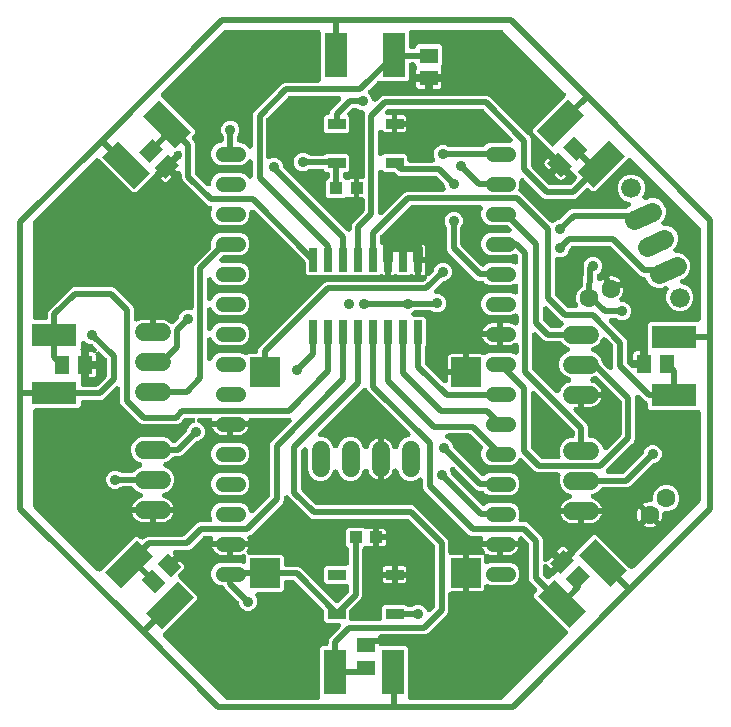
<source format=gbr>
G04 EAGLE Gerber RS-274X export*
G75*
%MOMM*%
%FSLAX34Y34*%
%LPD*%
%INBottom Copper*%
%IPPOS*%
%AMOC8*
5,1,8,0,0,1.08239X$1,22.5*%
G01*
%ADD10C,1.524000*%
%ADD11R,0.660400X2.032000*%
%ADD12R,1.500000X0.900000*%
%ADD13R,1.930400X3.810000*%
%ADD14R,3.810000X1.930400*%
%ADD15R,1.600000X1.300000*%
%ADD16R,1.300000X1.600000*%
%ADD17C,1.308000*%
%ADD18R,2.540000X2.540000*%
%ADD19C,1.600000*%
%ADD20R,1.100000X1.000000*%
%ADD21C,1.650000*%
%ADD22C,1.676400*%
%ADD23C,0.812800*%
%ADD24C,0.914400*%
%ADD25C,0.508000*%

G36*
X189366Y279385D02*
X189366Y279385D01*
X189453Y279387D01*
X189587Y279414D01*
X189723Y279432D01*
X189806Y279458D01*
X189891Y279475D01*
X190018Y279526D01*
X190148Y279567D01*
X190225Y279608D01*
X190306Y279640D01*
X190422Y279712D01*
X190543Y279776D01*
X190611Y279830D01*
X190685Y279876D01*
X190787Y279968D01*
X190894Y280053D01*
X190952Y280118D01*
X191016Y280176D01*
X191100Y280284D01*
X191190Y280387D01*
X191236Y280461D01*
X191289Y280530D01*
X191352Y280652D01*
X191423Y280768D01*
X191454Y280850D01*
X191494Y280927D01*
X191534Y281057D01*
X191583Y281185D01*
X191599Y281271D01*
X191625Y281354D01*
X191641Y281490D01*
X191667Y281624D01*
X191674Y281761D01*
X191678Y281797D01*
X191677Y281821D01*
X191679Y281871D01*
X191679Y285838D01*
X206919Y285838D01*
X206969Y285842D01*
X207019Y285840D01*
X207191Y285862D01*
X207364Y285878D01*
X207413Y285891D01*
X207462Y285898D01*
X207627Y285950D01*
X207795Y285996D01*
X207840Y286018D01*
X207888Y286033D01*
X208041Y286114D01*
X208198Y286190D01*
X208238Y286219D01*
X208283Y286242D01*
X208419Y286350D01*
X208560Y286452D01*
X208594Y286488D01*
X208634Y286519D01*
X208749Y286649D01*
X208867Y286771D01*
X208870Y286774D01*
X208897Y286816D01*
X208931Y286853D01*
X209021Y287002D01*
X209117Y287146D01*
X209137Y287192D01*
X209163Y287235D01*
X209225Y287397D01*
X209294Y287556D01*
X209305Y287605D01*
X209323Y287652D01*
X209356Y287823D01*
X209395Y287991D01*
X209398Y288041D01*
X209407Y288091D01*
X209419Y288338D01*
X209419Y303578D01*
X219954Y303578D01*
X220601Y303405D01*
X221100Y303116D01*
X221255Y303045D01*
X221406Y302967D01*
X221457Y302951D01*
X221506Y302928D01*
X221670Y302886D01*
X221833Y302836D01*
X221886Y302829D01*
X221938Y302816D01*
X222107Y302803D01*
X222276Y302783D01*
X222330Y302786D01*
X222383Y302782D01*
X222553Y302799D01*
X222722Y302809D01*
X222774Y302822D01*
X222828Y302828D01*
X222991Y302875D01*
X223156Y302915D01*
X223205Y302937D01*
X223257Y302952D01*
X223409Y303027D01*
X223564Y303096D01*
X223609Y303127D01*
X223657Y303150D01*
X223793Y303252D01*
X223934Y303348D01*
X223990Y303398D01*
X224015Y303417D01*
X224040Y303444D01*
X224117Y303514D01*
X224134Y303530D01*
X227658Y304990D01*
X244553Y304990D01*
X248104Y303519D01*
X248197Y303490D01*
X248286Y303452D01*
X248337Y303440D01*
X248343Y303438D01*
X248367Y303433D01*
X248410Y303424D01*
X248530Y303386D01*
X248627Y303374D01*
X248722Y303352D01*
X248848Y303346D01*
X248974Y303330D01*
X249071Y303336D01*
X249168Y303331D01*
X249293Y303348D01*
X249420Y303355D01*
X249514Y303377D01*
X249611Y303390D01*
X249731Y303429D01*
X249854Y303458D01*
X249943Y303497D01*
X250036Y303527D01*
X250147Y303587D01*
X250263Y303638D01*
X250344Y303692D01*
X250430Y303738D01*
X250529Y303816D01*
X250634Y303887D01*
X250704Y303955D01*
X250780Y304015D01*
X250864Y304110D01*
X250955Y304198D01*
X251011Y304277D01*
X251076Y304350D01*
X251141Y304458D01*
X251215Y304561D01*
X251255Y304646D01*
X251257Y304650D01*
X251259Y304653D01*
X251307Y304732D01*
X251352Y304851D01*
X251406Y304965D01*
X251427Y305042D01*
X251434Y305060D01*
X251439Y305078D01*
X251466Y305150D01*
X251489Y305274D01*
X251522Y305396D01*
X251527Y305460D01*
X251535Y305495D01*
X251537Y305530D01*
X251548Y305589D01*
X251560Y305836D01*
X251543Y311144D01*
X251528Y311304D01*
X251522Y311464D01*
X251508Y311526D01*
X251502Y311589D01*
X251459Y311743D01*
X251424Y311900D01*
X251399Y311958D01*
X251382Y312019D01*
X251313Y312163D01*
X251250Y312311D01*
X251215Y312365D01*
X251188Y312421D01*
X251093Y312551D01*
X251006Y312685D01*
X250962Y312731D01*
X250925Y312783D01*
X250809Y312893D01*
X250699Y313010D01*
X250648Y313047D01*
X250602Y313091D01*
X250468Y313180D01*
X250339Y313274D01*
X250282Y313302D01*
X250229Y313337D01*
X250081Y313400D01*
X249937Y313471D01*
X249876Y313488D01*
X249818Y313513D01*
X249662Y313549D01*
X249508Y313592D01*
X249445Y313599D01*
X249383Y313613D01*
X249223Y313620D01*
X249063Y313636D01*
X249000Y313631D01*
X248937Y313633D01*
X248778Y313612D01*
X248618Y313599D01*
X248556Y313583D01*
X248494Y313574D01*
X248341Y313525D01*
X248186Y313484D01*
X248129Y313457D01*
X248069Y313438D01*
X247927Y313362D01*
X247782Y313294D01*
X247705Y313243D01*
X247675Y313227D01*
X247648Y313206D01*
X247575Y313158D01*
X247405Y313035D01*
X246131Y312386D01*
X244772Y311944D01*
X243360Y311721D01*
X238605Y311721D01*
X238605Y320801D01*
X238605Y320802D01*
X238605Y329882D01*
X243360Y329882D01*
X244772Y329659D01*
X246131Y329217D01*
X247405Y328568D01*
X247515Y328488D01*
X247659Y328402D01*
X247800Y328309D01*
X247851Y328287D01*
X247899Y328258D01*
X248056Y328199D01*
X248210Y328133D01*
X248265Y328121D01*
X248317Y328101D01*
X248482Y328071D01*
X248646Y328033D01*
X248701Y328031D01*
X248756Y328021D01*
X248924Y328020D01*
X249092Y328013D01*
X249147Y328020D01*
X249203Y328020D01*
X249369Y328050D01*
X249535Y328072D01*
X249588Y328089D01*
X249643Y328099D01*
X249800Y328157D01*
X249960Y328209D01*
X250009Y328235D01*
X250061Y328254D01*
X250206Y328340D01*
X250354Y328419D01*
X250398Y328454D01*
X250446Y328482D01*
X250573Y328592D01*
X250704Y328696D01*
X250741Y328738D01*
X250783Y328775D01*
X250889Y328905D01*
X251000Y329031D01*
X251028Y329079D01*
X251063Y329122D01*
X251144Y329270D01*
X251231Y329414D01*
X251250Y329466D01*
X251277Y329515D01*
X251330Y329674D01*
X251390Y329831D01*
X251400Y329886D01*
X251418Y329939D01*
X251441Y330105D01*
X251472Y330270D01*
X251476Y330349D01*
X251480Y330381D01*
X251479Y330417D01*
X251484Y330517D01*
X251468Y335744D01*
X251459Y335833D01*
X251461Y335923D01*
X251439Y336055D01*
X251426Y336189D01*
X251402Y336275D01*
X251388Y336364D01*
X251342Y336490D01*
X251306Y336619D01*
X251268Y336700D01*
X251237Y336784D01*
X251170Y336901D01*
X251112Y337021D01*
X251059Y337094D01*
X251014Y337172D01*
X250928Y337274D01*
X250849Y337382D01*
X250784Y337444D01*
X250726Y337513D01*
X250623Y337598D01*
X250526Y337691D01*
X250451Y337740D01*
X250382Y337797D01*
X250265Y337863D01*
X250153Y337937D01*
X250071Y337972D01*
X249993Y338016D01*
X249866Y338060D01*
X249742Y338113D01*
X249655Y338133D01*
X249570Y338162D01*
X249438Y338183D01*
X249307Y338213D01*
X249218Y338217D01*
X249129Y338231D01*
X248995Y338227D01*
X248861Y338233D01*
X248772Y338222D01*
X248682Y338219D01*
X248551Y338192D01*
X248418Y338174D01*
X248333Y338147D01*
X248245Y338129D01*
X248012Y338045D01*
X244553Y336613D01*
X227658Y336613D01*
X224134Y338072D01*
X221437Y340770D01*
X219977Y344294D01*
X219977Y348109D01*
X221437Y351633D01*
X224134Y354330D01*
X227658Y355790D01*
X244553Y355790D01*
X247947Y354384D01*
X248040Y354355D01*
X248130Y354317D01*
X248253Y354288D01*
X248374Y354251D01*
X248470Y354239D01*
X248565Y354217D01*
X248691Y354211D01*
X248817Y354195D01*
X248914Y354201D01*
X249011Y354196D01*
X249137Y354213D01*
X249263Y354220D01*
X249358Y354242D01*
X249454Y354255D01*
X249575Y354294D01*
X249698Y354323D01*
X249786Y354362D01*
X249879Y354392D01*
X249991Y354452D01*
X250107Y354502D01*
X250187Y354557D01*
X250273Y354603D01*
X250372Y354681D01*
X250478Y354752D01*
X250547Y354819D01*
X250624Y354880D01*
X250707Y354974D01*
X250798Y355063D01*
X250855Y355142D01*
X250919Y355215D01*
X250984Y355323D01*
X251058Y355426D01*
X251100Y355514D01*
X251150Y355597D01*
X251195Y355715D01*
X251249Y355830D01*
X251275Y355924D01*
X251309Y356015D01*
X251333Y356139D01*
X251365Y356261D01*
X251374Y356358D01*
X251392Y356454D01*
X251403Y356701D01*
X251390Y361112D01*
X251381Y361201D01*
X251383Y361291D01*
X251361Y361423D01*
X251348Y361557D01*
X251324Y361643D01*
X251310Y361731D01*
X251264Y361858D01*
X251228Y361987D01*
X251189Y362068D01*
X251159Y362152D01*
X251092Y362268D01*
X251034Y362389D01*
X250981Y362461D01*
X250936Y362539D01*
X250850Y362642D01*
X250771Y362750D01*
X250706Y362812D01*
X250648Y362881D01*
X250545Y362966D01*
X250448Y363059D01*
X250373Y363108D01*
X250304Y363165D01*
X250187Y363231D01*
X250075Y363305D01*
X249993Y363340D01*
X249915Y363384D01*
X249788Y363428D01*
X249664Y363480D01*
X249577Y363500D01*
X249492Y363530D01*
X249360Y363550D01*
X249229Y363580D01*
X249140Y363584D01*
X249051Y363598D01*
X248917Y363595D01*
X248783Y363601D01*
X248694Y363589D01*
X248604Y363587D01*
X248473Y363560D01*
X248340Y363542D01*
X248255Y363515D01*
X248167Y363496D01*
X247934Y363413D01*
X244553Y362013D01*
X227658Y362013D01*
X224134Y363472D01*
X222326Y365281D01*
X222183Y365400D01*
X222043Y365524D01*
X222011Y365543D01*
X221983Y365567D01*
X221821Y365659D01*
X221661Y365756D01*
X221627Y365769D01*
X221595Y365788D01*
X221419Y365850D01*
X221245Y365917D01*
X221208Y365924D01*
X221173Y365936D01*
X220989Y365965D01*
X220806Y366000D01*
X220755Y366003D01*
X220732Y366007D01*
X220695Y366006D01*
X220559Y366013D01*
X217287Y366013D01*
X215233Y366863D01*
X191762Y390334D01*
X190911Y392388D01*
X190911Y410276D01*
X190895Y410462D01*
X190883Y410648D01*
X190875Y410684D01*
X190871Y410721D01*
X190822Y410902D01*
X190778Y411082D01*
X190763Y411116D01*
X190753Y411152D01*
X190672Y411320D01*
X190596Y411490D01*
X190576Y411521D01*
X190560Y411555D01*
X190450Y411706D01*
X190345Y411860D01*
X190311Y411897D01*
X190298Y411916D01*
X190271Y411942D01*
X190179Y412043D01*
X190039Y412183D01*
X188879Y414984D01*
X188879Y418016D01*
X190039Y420817D01*
X192183Y422961D01*
X194984Y424121D01*
X198016Y424121D01*
X200817Y422961D01*
X202961Y420817D01*
X204121Y418016D01*
X204121Y414984D01*
X202961Y412183D01*
X202821Y412043D01*
X202701Y411900D01*
X202577Y411761D01*
X202558Y411729D01*
X202534Y411701D01*
X202442Y411539D01*
X202345Y411379D01*
X202332Y411344D01*
X202314Y411312D01*
X202252Y411136D01*
X202185Y410962D01*
X202178Y410926D01*
X202165Y410891D01*
X202136Y410707D01*
X202101Y410523D01*
X202098Y410473D01*
X202095Y410450D01*
X202096Y410413D01*
X202089Y410276D01*
X202089Y396850D01*
X202105Y396664D01*
X202117Y396478D01*
X202125Y396442D01*
X202129Y396405D01*
X202178Y396225D01*
X202222Y396044D01*
X202237Y396010D01*
X202247Y395975D01*
X202328Y395806D01*
X202404Y395636D01*
X202424Y395605D01*
X202440Y395572D01*
X202550Y395421D01*
X202655Y395266D01*
X202689Y395229D01*
X202702Y395210D01*
X202729Y395184D01*
X202821Y395083D01*
X219386Y378517D01*
X219425Y378485D01*
X219458Y378448D01*
X219596Y378342D01*
X219729Y378231D01*
X219773Y378206D01*
X219812Y378176D01*
X219967Y378096D01*
X220118Y378010D01*
X220165Y377993D01*
X220209Y377970D01*
X220375Y377919D01*
X220539Y377862D01*
X220588Y377854D01*
X220636Y377839D01*
X220809Y377819D01*
X220980Y377791D01*
X221030Y377792D01*
X221080Y377786D01*
X221253Y377797D01*
X221427Y377800D01*
X221476Y377810D01*
X221526Y377813D01*
X221695Y377854D01*
X221865Y377888D01*
X221911Y377907D01*
X221960Y377919D01*
X222118Y377989D01*
X222280Y378053D01*
X222322Y378080D01*
X222368Y378100D01*
X222512Y378198D01*
X222659Y378289D01*
X222696Y378323D01*
X222737Y378351D01*
X222921Y378517D01*
X224134Y379730D01*
X227658Y381190D01*
X244553Y381190D01*
X247869Y379817D01*
X247962Y379787D01*
X248051Y379749D01*
X248175Y379721D01*
X248295Y379683D01*
X248392Y379671D01*
X248487Y379649D01*
X248613Y379643D01*
X248739Y379628D01*
X248836Y379633D01*
X248933Y379629D01*
X249058Y379645D01*
X249185Y379652D01*
X249280Y379675D01*
X249376Y379688D01*
X249496Y379726D01*
X249619Y379756D01*
X249709Y379795D01*
X249801Y379825D01*
X249912Y379884D01*
X250028Y379935D01*
X250109Y379989D01*
X250195Y380035D01*
X250294Y380113D01*
X250399Y380184D01*
X250469Y380252D01*
X250545Y380312D01*
X250629Y380407D01*
X250720Y380495D01*
X250776Y380574D01*
X250841Y380647D01*
X250906Y380756D01*
X250980Y380858D01*
X251021Y380946D01*
X251072Y381030D01*
X251117Y381148D01*
X251171Y381262D01*
X251196Y381356D01*
X251231Y381447D01*
X251254Y381571D01*
X251287Y381693D01*
X251295Y381790D01*
X251313Y381886D01*
X251325Y382133D01*
X251313Y385804D01*
X251297Y385986D01*
X251286Y386169D01*
X251276Y386208D01*
X251272Y386249D01*
X251223Y386425D01*
X251180Y386603D01*
X251163Y386640D01*
X251152Y386679D01*
X251073Y386843D01*
X250999Y387011D01*
X250976Y387045D01*
X250958Y387082D01*
X250895Y387168D01*
X250888Y387180D01*
X250855Y387223D01*
X250850Y387229D01*
X250748Y387380D01*
X250710Y387422D01*
X250695Y387443D01*
X250668Y387469D01*
X250622Y387519D01*
X250612Y387532D01*
X250605Y387538D01*
X250582Y387564D01*
X250104Y388042D01*
X250099Y388046D01*
X250094Y388051D01*
X249928Y388189D01*
X249761Y388328D01*
X249755Y388331D01*
X249750Y388336D01*
X249563Y388441D01*
X249372Y388549D01*
X249366Y388551D01*
X249361Y388554D01*
X249156Y388625D01*
X248951Y388697D01*
X248945Y388698D01*
X248938Y388700D01*
X248723Y388734D01*
X248510Y388768D01*
X248503Y388768D01*
X248497Y388769D01*
X248281Y388763D01*
X248063Y388759D01*
X248057Y388758D01*
X248050Y388757D01*
X247839Y388714D01*
X247625Y388671D01*
X247619Y388668D01*
X247613Y388667D01*
X247380Y388584D01*
X244553Y387413D01*
X227658Y387413D01*
X224134Y388872D01*
X221437Y391570D01*
X219977Y395094D01*
X219977Y398909D01*
X221437Y402433D01*
X224134Y405130D01*
X227658Y406590D01*
X243121Y406590D01*
X243258Y406602D01*
X243395Y406605D01*
X243480Y406622D01*
X243566Y406630D01*
X243698Y406666D01*
X243832Y406693D01*
X243913Y406725D01*
X243997Y406749D01*
X244121Y406808D01*
X244248Y406858D01*
X244321Y406904D01*
X244400Y406942D01*
X244511Y407022D01*
X244627Y407094D01*
X244691Y407153D01*
X244762Y407204D01*
X244856Y407302D01*
X244958Y407394D01*
X245011Y407463D01*
X245071Y407526D01*
X245147Y407640D01*
X245230Y407748D01*
X245270Y407825D01*
X245318Y407898D01*
X245373Y408023D01*
X245435Y408145D01*
X245461Y408228D01*
X245495Y408308D01*
X245526Y408441D01*
X245567Y408572D01*
X245577Y408659D01*
X245597Y408743D01*
X245603Y408880D01*
X245620Y409016D01*
X245614Y409102D01*
X245619Y409189D01*
X245601Y409325D01*
X245593Y409461D01*
X245572Y409546D01*
X245561Y409632D01*
X245520Y409763D01*
X245487Y409895D01*
X245452Y409975D01*
X245425Y410058D01*
X245361Y410179D01*
X245306Y410304D01*
X245257Y410376D01*
X245216Y410452D01*
X245132Y410560D01*
X245055Y410673D01*
X244963Y410775D01*
X244940Y410804D01*
X244923Y410819D01*
X244889Y410857D01*
X243665Y412081D01*
X243522Y412200D01*
X243382Y412324D01*
X243350Y412343D01*
X243322Y412367D01*
X243159Y412459D01*
X243000Y412556D01*
X242966Y412569D01*
X242933Y412588D01*
X242757Y412650D01*
X242583Y412717D01*
X242547Y412724D01*
X242512Y412736D01*
X242328Y412765D01*
X242145Y412800D01*
X242094Y412803D01*
X242071Y412807D01*
X242034Y412806D01*
X241897Y412813D01*
X227658Y412813D01*
X224134Y414272D01*
X221437Y416970D01*
X219977Y420494D01*
X219977Y424309D01*
X220941Y426637D01*
X220969Y426726D01*
X221006Y426812D01*
X221036Y426939D01*
X221075Y427063D01*
X221086Y427156D01*
X221107Y427247D01*
X221114Y427377D01*
X221130Y427506D01*
X221125Y427600D01*
X221129Y427693D01*
X221113Y427822D01*
X221105Y427952D01*
X221084Y428043D01*
X221072Y428136D01*
X221032Y428260D01*
X221002Y428387D01*
X220965Y428473D01*
X220936Y428562D01*
X220875Y428677D01*
X220823Y428796D01*
X220771Y428874D01*
X220727Y428956D01*
X220646Y429059D01*
X220574Y429167D01*
X220509Y429234D01*
X220451Y429307D01*
X220353Y429394D01*
X220263Y429487D01*
X220187Y429542D01*
X220117Y429604D01*
X220005Y429672D01*
X219899Y429747D01*
X219815Y429787D01*
X219735Y429836D01*
X219614Y429883D01*
X219496Y429939D01*
X219405Y429963D01*
X219318Y429996D01*
X219190Y430021D01*
X219064Y430055D01*
X218971Y430063D01*
X218879Y430080D01*
X218632Y430092D01*
X161282Y430092D01*
X161096Y430076D01*
X160910Y430065D01*
X160874Y430056D01*
X160837Y430053D01*
X160657Y430003D01*
X160476Y429959D01*
X160443Y429944D01*
X160407Y429934D01*
X160238Y429853D01*
X160068Y429778D01*
X160037Y429757D01*
X160004Y429741D01*
X159853Y429631D01*
X159699Y429527D01*
X159661Y429493D01*
X159642Y429479D01*
X159617Y429452D01*
X159515Y429360D01*
X134761Y404606D01*
X134641Y404463D01*
X134518Y404324D01*
X134498Y404292D01*
X134475Y404263D01*
X134383Y404102D01*
X134285Y403942D01*
X134272Y403907D01*
X134254Y403875D01*
X134192Y403699D01*
X134125Y403525D01*
X134118Y403489D01*
X134106Y403454D01*
X134076Y403269D01*
X134041Y403086D01*
X134039Y403036D01*
X134035Y403013D01*
X134036Y402976D01*
X134029Y402839D01*
X134029Y398693D01*
X134043Y398540D01*
X134048Y398387D01*
X134063Y398318D01*
X134069Y398248D01*
X134110Y398100D01*
X134142Y397950D01*
X134169Y397885D01*
X134187Y397817D01*
X134254Y397679D01*
X134312Y397537D01*
X134350Y397478D01*
X134381Y397415D01*
X134471Y397290D01*
X134553Y397161D01*
X134601Y397110D01*
X134643Y397053D01*
X134753Y396947D01*
X134858Y396834D01*
X134914Y396792D01*
X134965Y396743D01*
X135092Y396658D01*
X135215Y396567D01*
X135278Y396535D01*
X135337Y396496D01*
X135477Y396435D01*
X135615Y396367D01*
X135682Y396347D01*
X135747Y396319D01*
X135896Y396284D01*
X136043Y396241D01*
X136113Y396234D01*
X136182Y396218D01*
X136335Y396210D01*
X136488Y396194D01*
X136558Y396199D01*
X136628Y396196D01*
X136780Y396216D01*
X136933Y396227D01*
X137035Y396249D01*
X137071Y396253D01*
X137101Y396263D01*
X137175Y396279D01*
X137504Y396367D01*
X138641Y396367D01*
X138641Y383667D01*
X138641Y383666D01*
X138641Y370966D01*
X137504Y370966D01*
X136858Y371139D01*
X136508Y371341D01*
X136354Y371412D01*
X136203Y371490D01*
X136151Y371506D01*
X136103Y371529D01*
X135938Y371572D01*
X135776Y371621D01*
X135722Y371628D01*
X135670Y371641D01*
X135501Y371654D01*
X135332Y371674D01*
X135278Y371671D01*
X135225Y371675D01*
X135056Y371658D01*
X134886Y371648D01*
X134834Y371635D01*
X134781Y371629D01*
X134617Y371582D01*
X134452Y371542D01*
X134403Y371520D01*
X134351Y371505D01*
X134199Y371430D01*
X134044Y371361D01*
X133999Y371330D01*
X133951Y371307D01*
X133815Y371205D01*
X133674Y371110D01*
X133618Y371058D01*
X133593Y371040D01*
X133568Y371014D01*
X133491Y370943D01*
X133005Y370458D01*
X123875Y370458D01*
X123857Y370476D01*
X123819Y370508D01*
X123785Y370545D01*
X123648Y370650D01*
X123515Y370762D01*
X123471Y370787D01*
X123431Y370817D01*
X123277Y370897D01*
X123126Y370983D01*
X123079Y370999D01*
X123035Y371022D01*
X122869Y371073D01*
X122705Y371131D01*
X122655Y371139D01*
X122608Y371153D01*
X122435Y371174D01*
X122264Y371201D01*
X122214Y371200D01*
X122164Y371206D01*
X121991Y371196D01*
X121817Y371193D01*
X121768Y371183D01*
X121718Y371180D01*
X121549Y371138D01*
X121379Y371104D01*
X121333Y371086D01*
X121284Y371074D01*
X121125Y371003D01*
X120964Y370939D01*
X120922Y370913D01*
X120876Y370893D01*
X120732Y370795D01*
X120585Y370703D01*
X120548Y370670D01*
X120506Y370642D01*
X120323Y370475D01*
X120305Y370458D01*
X111175Y370458D01*
X111157Y370476D01*
X111119Y370508D01*
X111085Y370545D01*
X110948Y370650D01*
X110815Y370762D01*
X110771Y370787D01*
X110731Y370817D01*
X110577Y370897D01*
X110426Y370983D01*
X110379Y370999D01*
X110335Y371022D01*
X110169Y371073D01*
X110005Y371131D01*
X109955Y371139D01*
X109908Y371153D01*
X109735Y371174D01*
X109564Y371201D01*
X109514Y371200D01*
X109464Y371206D01*
X109291Y371196D01*
X109117Y371193D01*
X109068Y371183D01*
X109018Y371180D01*
X108849Y371138D01*
X108679Y371104D01*
X108633Y371086D01*
X108584Y371074D01*
X108425Y371003D01*
X108264Y370939D01*
X108222Y370913D01*
X108176Y370893D01*
X108032Y370795D01*
X107885Y370703D01*
X107848Y370670D01*
X107806Y370642D01*
X107623Y370475D01*
X107605Y370458D01*
X98475Y370458D01*
X98457Y370476D01*
X98419Y370508D01*
X98385Y370545D01*
X98248Y370650D01*
X98115Y370762D01*
X98071Y370787D01*
X98031Y370817D01*
X97877Y370897D01*
X97726Y370983D01*
X97679Y370999D01*
X97635Y371022D01*
X97469Y371073D01*
X97305Y371131D01*
X97255Y371139D01*
X97208Y371153D01*
X97035Y371174D01*
X96864Y371201D01*
X96814Y371200D01*
X96764Y371206D01*
X96591Y371196D01*
X96417Y371193D01*
X96368Y371183D01*
X96318Y371180D01*
X96149Y371138D01*
X95979Y371104D01*
X95933Y371086D01*
X95884Y371074D01*
X95725Y371003D01*
X95564Y370939D01*
X95522Y370913D01*
X95476Y370893D01*
X95332Y370795D01*
X95185Y370703D01*
X95148Y370670D01*
X95106Y370642D01*
X94923Y370475D01*
X94905Y370458D01*
X85775Y370458D01*
X85757Y370476D01*
X85719Y370508D01*
X85685Y370545D01*
X85548Y370650D01*
X85415Y370762D01*
X85371Y370787D01*
X85331Y370817D01*
X85177Y370897D01*
X85026Y370983D01*
X84979Y370999D01*
X84935Y371022D01*
X84769Y371073D01*
X84605Y371131D01*
X84555Y371139D01*
X84508Y371153D01*
X84335Y371174D01*
X84164Y371201D01*
X84114Y371200D01*
X84064Y371206D01*
X83891Y371196D01*
X83717Y371193D01*
X83668Y371183D01*
X83618Y371180D01*
X83449Y371138D01*
X83279Y371104D01*
X83233Y371086D01*
X83184Y371074D01*
X83025Y371003D01*
X82864Y370939D01*
X82822Y370913D01*
X82776Y370893D01*
X82632Y370795D01*
X82485Y370703D01*
X82448Y370670D01*
X82406Y370642D01*
X82223Y370475D01*
X82205Y370458D01*
X73075Y370458D01*
X71290Y372243D01*
X71290Y381078D01*
X71273Y381263D01*
X71262Y381450D01*
X71253Y381486D01*
X71250Y381523D01*
X71200Y381703D01*
X71156Y381884D01*
X71141Y381918D01*
X71131Y381954D01*
X71050Y382122D01*
X70975Y382292D01*
X70954Y382323D01*
X70938Y382356D01*
X70829Y382507D01*
X70724Y382662D01*
X70690Y382699D01*
X70676Y382718D01*
X70649Y382744D01*
X70558Y382845D01*
X27901Y425502D01*
X27796Y425590D01*
X27697Y425685D01*
X27625Y425733D01*
X27558Y425788D01*
X27439Y425856D01*
X27325Y425932D01*
X27245Y425966D01*
X27170Y426009D01*
X27040Y426055D01*
X26915Y426109D01*
X26830Y426128D01*
X26748Y426157D01*
X26613Y426179D01*
X26480Y426210D01*
X26393Y426214D01*
X26307Y426228D01*
X26170Y426225D01*
X26034Y426232D01*
X25947Y426221D01*
X25861Y426219D01*
X25727Y426192D01*
X25591Y426174D01*
X25508Y426148D01*
X25423Y426131D01*
X25296Y426080D01*
X25165Y426039D01*
X25088Y425998D01*
X25007Y425966D01*
X24891Y425894D01*
X24770Y425830D01*
X24702Y425776D01*
X24628Y425730D01*
X24527Y425638D01*
X24419Y425554D01*
X24362Y425488D01*
X24297Y425430D01*
X24214Y425322D01*
X24123Y425219D01*
X24078Y425145D01*
X24025Y425076D01*
X23962Y424954D01*
X23891Y424838D01*
X23860Y424757D01*
X23820Y424679D01*
X23779Y424548D01*
X23730Y424421D01*
X23714Y424335D01*
X23688Y424252D01*
X23672Y424117D01*
X23647Y423982D01*
X23640Y423845D01*
X23635Y423809D01*
X23637Y423785D01*
X23634Y423735D01*
X23634Y420494D01*
X22175Y416970D01*
X19477Y414272D01*
X15953Y412813D01*
X-942Y412813D01*
X-4466Y414272D01*
X-7163Y416970D01*
X-8623Y420494D01*
X-8623Y424309D01*
X-7899Y426058D01*
X-7871Y426147D01*
X-7834Y426233D01*
X-7804Y426359D01*
X-7765Y426484D01*
X-7754Y426577D01*
X-7733Y426668D01*
X-7726Y426798D01*
X-7710Y426927D01*
X-7715Y427021D01*
X-7710Y427114D01*
X-7727Y427243D01*
X-7734Y427373D01*
X-7756Y427464D01*
X-7768Y427557D01*
X-7808Y427681D01*
X-7838Y427808D01*
X-7875Y427893D01*
X-7904Y427982D01*
X-7965Y428097D01*
X-8017Y428217D01*
X-8069Y428295D01*
X-8113Y428377D01*
X-8193Y428480D01*
X-8266Y428588D01*
X-8331Y428655D01*
X-8389Y428728D01*
X-8487Y428815D01*
X-8577Y428908D01*
X-8653Y428963D01*
X-8723Y429025D01*
X-8835Y429092D01*
X-8941Y429168D01*
X-9025Y429208D01*
X-9105Y429257D01*
X-9226Y429304D01*
X-9344Y429359D01*
X-9435Y429384D01*
X-9522Y429417D01*
X-9650Y429442D01*
X-9776Y429476D01*
X-9869Y429483D01*
X-9961Y429501D01*
X-10208Y429513D01*
X-10414Y429513D01*
X-12468Y430364D01*
X-33038Y450934D01*
X-33889Y452988D01*
X-33889Y456281D01*
X-33901Y456417D01*
X-33904Y456554D01*
X-33921Y456639D01*
X-33929Y456726D01*
X-33965Y456858D01*
X-33992Y456992D01*
X-34024Y457073D01*
X-34047Y457156D01*
X-34106Y457280D01*
X-34157Y457407D01*
X-34203Y457481D01*
X-34240Y457559D01*
X-34321Y457670D01*
X-34393Y457786D01*
X-34451Y457851D01*
X-34502Y457921D01*
X-34601Y458016D01*
X-34693Y458117D01*
X-34762Y458170D01*
X-34824Y458231D01*
X-34938Y458306D01*
X-35047Y458390D01*
X-35124Y458430D01*
X-35196Y458478D01*
X-35322Y458532D01*
X-35444Y458595D01*
X-35527Y458620D01*
X-35607Y458655D01*
X-35739Y458686D01*
X-35871Y458726D01*
X-35957Y458736D01*
X-36042Y458756D01*
X-36178Y458763D01*
X-36314Y458779D01*
X-36401Y458774D01*
X-36488Y458778D01*
X-36623Y458760D01*
X-36760Y458752D01*
X-36845Y458732D01*
X-36931Y458720D01*
X-37061Y458679D01*
X-37194Y458647D01*
X-37274Y458611D01*
X-37356Y458585D01*
X-37477Y458521D01*
X-37602Y458465D01*
X-37605Y458463D01*
X-41768Y462626D01*
X-35703Y468690D01*
X-35677Y468696D01*
X-35550Y468746D01*
X-35420Y468788D01*
X-35343Y468828D01*
X-35262Y468860D01*
X-35146Y468933D01*
X-35025Y468997D01*
X-34957Y469051D01*
X-34883Y469097D01*
X-34781Y469188D01*
X-34674Y469273D01*
X-34616Y469338D01*
X-34552Y469396D01*
X-34468Y469505D01*
X-34377Y469607D01*
X-34332Y469681D01*
X-34279Y469750D01*
X-34216Y469872D01*
X-34145Y469989D01*
X-34114Y470070D01*
X-34074Y470147D01*
X-34034Y470278D01*
X-33985Y470406D01*
X-33968Y470491D01*
X-33943Y470574D01*
X-33927Y470710D01*
X-33901Y470845D01*
X-33894Y470981D01*
X-33890Y471018D01*
X-33891Y471041D01*
X-33889Y471092D01*
X-33889Y473571D01*
X-33901Y473708D01*
X-33904Y473844D01*
X-33921Y473930D01*
X-33929Y474016D01*
X-33965Y474148D01*
X-33992Y474282D01*
X-34024Y474363D01*
X-34047Y474447D01*
X-34106Y474570D01*
X-34157Y474697D01*
X-34203Y474771D01*
X-34240Y474850D01*
X-34321Y474961D01*
X-34393Y475077D01*
X-34451Y475141D01*
X-34502Y475212D01*
X-34601Y475306D01*
X-34693Y475408D01*
X-34762Y475461D01*
X-34824Y475521D01*
X-34938Y475597D01*
X-35047Y475680D01*
X-35124Y475720D01*
X-35196Y475768D01*
X-35322Y475822D01*
X-35444Y475885D01*
X-35527Y475911D01*
X-35607Y475945D01*
X-35740Y475976D01*
X-35871Y476016D01*
X-35957Y476027D01*
X-36042Y476046D01*
X-36178Y476053D01*
X-36314Y476069D01*
X-36401Y476064D01*
X-36488Y476069D01*
X-36623Y476051D01*
X-36760Y476043D01*
X-36845Y476022D01*
X-36931Y476011D01*
X-37061Y475969D01*
X-37194Y475937D01*
X-37274Y475902D01*
X-37356Y475875D01*
X-37477Y475811D01*
X-37602Y475756D01*
X-37674Y475707D01*
X-37751Y475666D01*
X-37859Y475581D01*
X-37972Y475505D01*
X-38073Y475413D01*
X-38102Y475390D01*
X-38106Y475386D01*
X-38183Y475386D01*
X-38319Y475373D01*
X-38456Y475371D01*
X-38541Y475354D01*
X-38628Y475346D01*
X-38760Y475309D01*
X-38894Y475282D01*
X-38975Y475250D01*
X-39058Y475227D01*
X-39182Y475168D01*
X-39309Y475118D01*
X-39383Y475072D01*
X-39461Y475034D01*
X-39572Y474954D01*
X-39688Y474881D01*
X-39752Y474823D01*
X-39823Y474772D01*
X-39918Y474673D01*
X-40019Y474582D01*
X-40072Y474513D01*
X-40132Y474450D01*
X-40208Y474336D01*
X-40292Y474228D01*
X-40331Y474150D01*
X-40380Y474078D01*
X-40434Y473952D01*
X-40497Y473831D01*
X-40522Y473748D01*
X-40557Y473668D01*
X-40588Y473535D01*
X-40628Y473404D01*
X-40638Y473317D01*
X-40658Y473233D01*
X-40665Y473096D01*
X-40681Y472960D01*
X-40678Y472906D01*
X-48130Y465454D01*
X-48162Y465415D01*
X-48199Y465382D01*
X-48305Y465244D01*
X-48417Y465111D01*
X-48441Y465067D01*
X-48472Y465028D01*
X-48552Y464873D01*
X-48567Y464846D01*
X-48593Y464830D01*
X-48638Y464810D01*
X-48782Y464712D01*
X-48929Y464621D01*
X-48966Y464587D01*
X-49008Y464559D01*
X-49191Y464393D01*
X-56604Y456980D01*
X-56724Y456837D01*
X-56847Y456697D01*
X-56867Y456666D01*
X-56890Y456637D01*
X-56935Y456559D01*
X-72772Y440722D01*
X-75298Y440722D01*
X-103605Y469029D01*
X-103643Y469061D01*
X-103677Y469098D01*
X-103815Y469204D01*
X-103948Y469316D01*
X-103991Y469340D01*
X-104031Y469371D01*
X-104185Y469451D01*
X-104336Y469536D01*
X-104383Y469553D01*
X-104428Y469576D01*
X-104593Y469627D01*
X-104757Y469684D01*
X-104807Y469692D01*
X-104855Y469707D01*
X-105027Y469728D01*
X-105198Y469755D01*
X-105249Y469754D01*
X-105298Y469760D01*
X-105472Y469750D01*
X-105645Y469746D01*
X-105694Y469736D01*
X-105744Y469733D01*
X-105913Y469692D01*
X-106083Y469658D01*
X-106130Y469639D01*
X-106178Y469628D01*
X-106337Y469557D01*
X-106498Y469493D01*
X-106541Y469467D01*
X-106586Y469446D01*
X-106730Y469349D01*
X-106877Y469257D01*
X-106914Y469223D01*
X-106956Y469195D01*
X-107139Y469029D01*
X-158671Y417497D01*
X-158791Y417354D01*
X-158915Y417214D01*
X-158934Y417183D01*
X-158958Y417154D01*
X-159050Y416992D01*
X-159147Y416833D01*
X-159160Y416798D01*
X-159178Y416766D01*
X-159240Y416590D01*
X-159307Y416416D01*
X-159314Y416380D01*
X-159327Y416345D01*
X-159356Y416160D01*
X-159391Y415977D01*
X-159394Y415927D01*
X-159397Y415904D01*
X-159396Y415867D01*
X-159403Y415730D01*
X-159403Y334929D01*
X-159399Y334879D01*
X-159401Y334830D01*
X-159379Y334658D01*
X-159363Y334484D01*
X-159350Y334436D01*
X-159344Y334387D01*
X-159291Y334221D01*
X-159245Y334054D01*
X-159223Y334009D01*
X-159208Y333961D01*
X-159127Y333808D01*
X-159052Y333651D01*
X-159022Y333610D01*
X-158999Y333566D01*
X-158892Y333430D01*
X-158790Y333289D01*
X-158754Y333254D01*
X-158723Y333215D01*
X-158593Y333100D01*
X-158468Y332980D01*
X-158426Y332952D01*
X-158388Y332919D01*
X-158240Y332829D01*
X-158096Y332732D01*
X-158050Y332713D01*
X-158007Y332687D01*
X-157845Y332624D01*
X-157685Y332555D01*
X-157637Y332544D01*
X-157590Y332526D01*
X-157419Y332493D01*
X-157250Y332454D01*
X-157200Y332452D01*
X-157151Y332442D01*
X-156904Y332430D01*
X-149529Y332430D01*
X-149479Y332435D01*
X-149429Y332432D01*
X-149257Y332454D01*
X-149084Y332470D01*
X-149036Y332483D01*
X-148986Y332490D01*
X-148821Y332542D01*
X-148653Y332589D01*
X-148608Y332610D01*
X-148561Y332625D01*
X-148407Y332707D01*
X-148251Y332782D01*
X-148210Y332811D01*
X-148166Y332835D01*
X-148030Y332942D01*
X-147889Y333044D01*
X-147854Y333080D01*
X-147815Y333111D01*
X-147699Y333241D01*
X-147579Y333366D01*
X-147552Y333407D01*
X-147518Y333445D01*
X-147428Y333593D01*
X-147332Y333738D01*
X-147312Y333784D01*
X-147286Y333827D01*
X-147224Y333989D01*
X-147155Y334148D01*
X-147144Y334197D01*
X-147126Y334243D01*
X-147093Y334414D01*
X-147054Y334583D01*
X-147051Y334633D01*
X-147042Y334682D01*
X-147030Y334929D01*
X-147030Y338471D01*
X-146179Y340525D01*
X-126966Y359738D01*
X-124912Y360589D01*
X-92888Y360589D01*
X-90834Y359738D01*
X-75362Y344266D01*
X-74511Y342212D01*
X-74511Y333826D01*
X-74494Y333635D01*
X-74482Y333445D01*
X-74474Y333413D01*
X-74471Y333381D01*
X-74420Y333196D01*
X-74375Y333011D01*
X-74361Y332982D01*
X-74353Y332951D01*
X-74270Y332778D01*
X-74192Y332603D01*
X-74174Y332577D01*
X-74160Y332548D01*
X-74047Y332393D01*
X-73939Y332235D01*
X-73917Y332212D01*
X-73898Y332186D01*
X-73760Y332054D01*
X-73625Y331917D01*
X-73599Y331899D01*
X-73576Y331876D01*
X-73416Y331771D01*
X-73260Y331661D01*
X-73230Y331647D01*
X-73204Y331629D01*
X-73028Y331554D01*
X-72854Y331473D01*
X-72823Y331465D01*
X-72793Y331452D01*
X-72608Y331409D01*
X-72422Y331361D01*
X-72390Y331358D01*
X-72358Y331351D01*
X-72168Y331342D01*
X-71976Y331327D01*
X-71944Y331331D01*
X-71912Y331329D01*
X-71723Y331354D01*
X-71532Y331373D01*
X-71501Y331382D01*
X-71469Y331387D01*
X-71287Y331445D01*
X-71103Y331498D01*
X-71063Y331516D01*
X-71044Y331522D01*
X-71012Y331539D01*
X-70877Y331599D01*
X-69889Y332103D01*
X-68368Y332597D01*
X-66789Y332847D01*
X-60908Y332847D01*
X-60908Y322727D01*
X-60904Y322677D01*
X-60906Y322627D01*
X-60884Y322455D01*
X-60868Y322282D01*
X-60855Y322233D01*
X-60849Y322184D01*
X-60796Y322019D01*
X-60750Y321851D01*
X-60728Y321806D01*
X-60713Y321758D01*
X-60632Y321605D01*
X-60557Y321448D01*
X-60527Y321408D01*
X-60504Y321364D01*
X-60397Y321227D01*
X-60295Y321086D01*
X-60259Y321052D01*
X-60228Y321012D01*
X-60098Y320897D01*
X-59973Y320777D01*
X-59931Y320749D01*
X-59893Y320716D01*
X-59745Y320626D01*
X-59601Y320530D01*
X-59555Y320510D01*
X-59512Y320484D01*
X-59350Y320421D01*
X-59190Y320353D01*
X-59142Y320341D01*
X-59095Y320323D01*
X-58924Y320291D01*
X-58755Y320252D01*
X-58705Y320249D01*
X-58656Y320240D01*
X-58409Y320227D01*
X-58329Y320227D01*
X-58279Y320232D01*
X-58229Y320229D01*
X-58057Y320252D01*
X-57884Y320267D01*
X-57836Y320281D01*
X-57786Y320287D01*
X-57621Y320340D01*
X-57453Y320386D01*
X-57408Y320408D01*
X-57361Y320423D01*
X-57207Y320504D01*
X-57051Y320579D01*
X-57010Y320608D01*
X-56966Y320632D01*
X-56829Y320739D01*
X-56689Y320841D01*
X-56654Y320877D01*
X-56615Y320908D01*
X-56499Y321038D01*
X-56379Y321163D01*
X-56352Y321205D01*
X-56318Y321242D01*
X-56228Y321390D01*
X-56132Y321535D01*
X-56112Y321581D01*
X-56086Y321624D01*
X-56024Y321786D01*
X-55955Y321945D01*
X-55944Y321994D01*
X-55926Y322041D01*
X-55893Y322212D01*
X-55854Y322380D01*
X-55851Y322430D01*
X-55842Y322479D01*
X-55830Y322727D01*
X-55830Y332847D01*
X-49949Y332847D01*
X-48370Y332597D01*
X-46849Y332103D01*
X-45424Y331377D01*
X-44130Y330437D01*
X-43566Y329873D01*
X-43527Y329840D01*
X-43494Y329803D01*
X-43356Y329698D01*
X-43223Y329586D01*
X-43179Y329561D01*
X-43140Y329531D01*
X-42985Y329451D01*
X-42835Y329365D01*
X-42787Y329349D01*
X-42743Y329326D01*
X-42577Y329275D01*
X-42413Y329217D01*
X-42364Y329209D01*
X-42316Y329195D01*
X-42144Y329174D01*
X-41972Y329147D01*
X-41922Y329148D01*
X-41872Y329142D01*
X-41699Y329152D01*
X-41525Y329155D01*
X-41476Y329165D01*
X-41426Y329168D01*
X-41258Y329209D01*
X-41088Y329244D01*
X-41041Y329262D01*
X-40992Y329274D01*
X-40834Y329344D01*
X-40672Y329409D01*
X-40630Y329435D01*
X-40584Y329455D01*
X-40441Y329553D01*
X-40293Y329645D01*
X-40256Y329678D01*
X-40215Y329706D01*
X-40031Y329873D01*
X-36853Y333051D01*
X-36733Y333194D01*
X-36609Y333334D01*
X-36590Y333365D01*
X-36566Y333394D01*
X-36474Y333556D01*
X-36377Y333715D01*
X-36364Y333750D01*
X-36346Y333782D01*
X-36284Y333958D01*
X-36217Y334132D01*
X-36210Y334169D01*
X-36197Y334204D01*
X-36168Y334388D01*
X-36133Y334571D01*
X-36130Y334621D01*
X-36127Y334645D01*
X-36128Y334682D01*
X-36121Y334818D01*
X-36121Y335016D01*
X-34961Y337817D01*
X-32817Y339961D01*
X-30016Y341121D01*
X-26965Y341121D01*
X-26950Y341114D01*
X-26824Y341085D01*
X-26699Y341046D01*
X-26606Y341034D01*
X-26515Y341013D01*
X-26385Y341007D01*
X-26256Y340991D01*
X-26163Y340996D01*
X-26069Y340991D01*
X-25940Y341008D01*
X-25810Y341015D01*
X-25719Y341037D01*
X-25626Y341049D01*
X-25502Y341088D01*
X-25375Y341118D01*
X-25290Y341156D01*
X-25201Y341184D01*
X-25086Y341245D01*
X-24966Y341297D01*
X-24889Y341350D01*
X-24806Y341393D01*
X-24703Y341474D01*
X-24595Y341547D01*
X-24528Y341612D01*
X-24455Y341670D01*
X-24368Y341767D01*
X-24275Y341858D01*
X-24220Y341934D01*
X-24158Y342004D01*
X-24091Y342115D01*
X-24015Y342221D01*
X-23975Y342306D01*
X-23926Y342385D01*
X-23879Y342507D01*
X-23824Y342625D01*
X-23799Y342715D01*
X-23766Y342802D01*
X-23741Y342930D01*
X-23707Y343056D01*
X-23700Y343149D01*
X-23682Y343241D01*
X-23670Y343488D01*
X-23670Y377607D01*
X-22819Y379661D01*
X-9355Y393124D01*
X-9236Y393268D01*
X-9112Y393407D01*
X-9092Y393439D01*
X-9069Y393467D01*
X-8977Y393629D01*
X-8880Y393789D01*
X-8866Y393823D01*
X-8848Y393856D01*
X-8786Y394031D01*
X-8719Y394206D01*
X-8712Y394242D01*
X-8700Y394277D01*
X-8670Y394461D01*
X-8635Y394644D01*
X-8633Y394695D01*
X-8629Y394718D01*
X-8630Y394755D01*
X-8623Y394892D01*
X-8623Y398909D01*
X-7163Y402433D01*
X-4466Y405130D01*
X-942Y406590D01*
X15953Y406590D01*
X19477Y405130D01*
X22175Y402433D01*
X23634Y398909D01*
X23634Y395094D01*
X22175Y391570D01*
X19477Y388872D01*
X15953Y387413D01*
X1776Y387413D01*
X1590Y387396D01*
X1404Y387385D01*
X1368Y387376D01*
X1331Y387373D01*
X1151Y387323D01*
X970Y387279D01*
X936Y387264D01*
X900Y387254D01*
X732Y387173D01*
X561Y387098D01*
X531Y387077D01*
X497Y387061D01*
X346Y386951D01*
X192Y386847D01*
X155Y386813D01*
X136Y386799D01*
X110Y386772D01*
X9Y386681D01*
X-1216Y385457D01*
X-1303Y385352D01*
X-1398Y385253D01*
X-1446Y385181D01*
X-1502Y385114D01*
X-1570Y384995D01*
X-1645Y384881D01*
X-1680Y384801D01*
X-1723Y384725D01*
X-1768Y384596D01*
X-1822Y384471D01*
X-1842Y384386D01*
X-1871Y384304D01*
X-1892Y384169D01*
X-1923Y384036D01*
X-1928Y383949D01*
X-1942Y383863D01*
X-1939Y383726D01*
X-1946Y383590D01*
X-1934Y383503D01*
X-1933Y383416D01*
X-1906Y383282D01*
X-1888Y383147D01*
X-1862Y383064D01*
X-1844Y382979D01*
X-1794Y382851D01*
X-1752Y382721D01*
X-1712Y382644D01*
X-1680Y382563D01*
X-1607Y382447D01*
X-1543Y382326D01*
X-1489Y382258D01*
X-1443Y382184D01*
X-1352Y382083D01*
X-1267Y381975D01*
X-1202Y381917D01*
X-1144Y381853D01*
X-1035Y381770D01*
X-933Y381679D01*
X-858Y381634D01*
X-790Y381581D01*
X-668Y381518D01*
X-551Y381447D01*
X-470Y381415D01*
X-393Y381375D01*
X-262Y381335D01*
X-134Y381286D01*
X-49Y381270D01*
X34Y381244D01*
X170Y381228D01*
X305Y381202D01*
X441Y381196D01*
X478Y381191D01*
X501Y381193D01*
X552Y381190D01*
X15953Y381190D01*
X19477Y379730D01*
X22175Y377033D01*
X23634Y373509D01*
X23634Y369694D01*
X22175Y366170D01*
X19477Y363472D01*
X15953Y362013D01*
X-942Y362013D01*
X-4466Y363472D01*
X-7163Y366170D01*
X-7684Y367427D01*
X-7767Y367586D01*
X-7845Y367749D01*
X-7871Y367784D01*
X-7891Y367823D01*
X-8002Y367965D01*
X-8107Y368111D01*
X-8139Y368141D01*
X-8165Y368175D01*
X-8300Y368295D01*
X-8429Y368420D01*
X-8466Y368444D01*
X-8498Y368473D01*
X-8651Y368568D01*
X-8801Y368667D01*
X-8841Y368685D01*
X-8879Y368707D01*
X-9047Y368773D01*
X-9212Y368844D01*
X-9254Y368854D01*
X-9295Y368870D01*
X-9472Y368905D01*
X-9647Y368946D01*
X-9690Y368948D01*
X-9733Y368956D01*
X-9913Y368959D01*
X-10093Y368968D01*
X-10136Y368962D01*
X-10180Y368963D01*
X-10357Y368933D01*
X-10536Y368910D01*
X-10577Y368897D01*
X-10620Y368890D01*
X-10790Y368829D01*
X-10961Y368774D01*
X-11000Y368754D01*
X-11041Y368739D01*
X-11197Y368650D01*
X-11356Y368565D01*
X-11390Y368538D01*
X-11428Y368517D01*
X-11566Y368401D01*
X-11707Y368289D01*
X-11736Y368257D01*
X-11769Y368229D01*
X-11884Y368090D01*
X-12004Y367955D01*
X-12026Y367918D01*
X-12054Y367884D01*
X-12142Y367727D01*
X-12236Y367573D01*
X-12251Y367533D01*
X-12273Y367495D01*
X-12332Y367324D01*
X-12396Y367156D01*
X-12404Y367114D01*
X-12419Y367073D01*
X-12446Y366894D01*
X-12480Y366718D01*
X-12483Y366658D01*
X-12487Y366631D01*
X-12486Y366593D01*
X-12492Y366470D01*
X-12492Y351332D01*
X-12476Y351153D01*
X-12466Y350973D01*
X-12456Y350931D01*
X-12452Y350887D01*
X-12405Y350714D01*
X-12363Y350539D01*
X-12345Y350499D01*
X-12334Y350457D01*
X-12256Y350294D01*
X-12184Y350129D01*
X-12159Y350093D01*
X-12141Y350054D01*
X-12035Y349908D01*
X-11935Y349759D01*
X-11904Y349727D01*
X-11879Y349692D01*
X-11749Y349567D01*
X-11623Y349438D01*
X-11588Y349413D01*
X-11557Y349383D01*
X-11407Y349283D01*
X-11260Y349178D01*
X-11221Y349160D01*
X-11185Y349135D01*
X-11019Y349064D01*
X-10856Y348987D01*
X-10814Y348976D01*
X-10774Y348958D01*
X-10600Y348918D01*
X-10425Y348871D01*
X-10382Y348867D01*
X-10339Y348857D01*
X-10160Y348848D01*
X-9980Y348833D01*
X-9937Y348837D01*
X-9893Y348835D01*
X-9715Y348858D01*
X-9535Y348875D01*
X-9493Y348887D01*
X-9450Y348893D01*
X-9279Y348947D01*
X-9105Y348996D01*
X-9066Y349015D01*
X-9025Y349028D01*
X-8866Y349113D01*
X-8704Y349191D01*
X-8668Y349217D01*
X-8630Y349238D01*
X-8488Y349349D01*
X-8343Y349455D01*
X-8313Y349487D01*
X-8279Y349514D01*
X-8159Y349648D01*
X-8035Y349779D01*
X-8011Y349815D01*
X-7982Y349848D01*
X-7889Y350002D01*
X-7790Y350152D01*
X-7764Y350207D01*
X-7750Y350230D01*
X-7737Y350264D01*
X-7684Y350376D01*
X-7163Y351633D01*
X-4466Y354330D01*
X-942Y355790D01*
X15953Y355790D01*
X19477Y354330D01*
X22175Y351633D01*
X23634Y348109D01*
X23634Y344294D01*
X22175Y340770D01*
X19477Y338072D01*
X15953Y336613D01*
X-942Y336613D01*
X-4466Y338072D01*
X-7163Y340770D01*
X-7684Y342027D01*
X-7767Y342186D01*
X-7845Y342349D01*
X-7871Y342384D01*
X-7891Y342423D01*
X-8002Y342565D01*
X-8107Y342711D01*
X-8139Y342741D01*
X-8165Y342775D01*
X-8300Y342895D01*
X-8429Y343020D01*
X-8466Y343044D01*
X-8498Y343073D01*
X-8651Y343168D01*
X-8801Y343267D01*
X-8841Y343285D01*
X-8879Y343307D01*
X-9047Y343373D01*
X-9212Y343444D01*
X-9254Y343454D01*
X-9295Y343470D01*
X-9472Y343505D01*
X-9647Y343546D01*
X-9690Y343548D01*
X-9733Y343556D01*
X-9913Y343559D01*
X-10093Y343568D01*
X-10136Y343562D01*
X-10180Y343563D01*
X-10357Y343533D01*
X-10536Y343510D01*
X-10577Y343497D01*
X-10620Y343490D01*
X-10790Y343429D01*
X-10961Y343374D01*
X-11000Y343354D01*
X-11041Y343339D01*
X-11197Y343250D01*
X-11356Y343165D01*
X-11390Y343138D01*
X-11428Y343117D01*
X-11566Y343001D01*
X-11707Y342889D01*
X-11736Y342857D01*
X-11769Y342829D01*
X-11884Y342690D01*
X-12004Y342555D01*
X-12026Y342518D01*
X-12054Y342484D01*
X-12142Y342327D01*
X-12236Y342173D01*
X-12251Y342133D01*
X-12273Y342095D01*
X-12332Y341924D01*
X-12396Y341756D01*
X-12404Y341714D01*
X-12419Y341673D01*
X-12446Y341494D01*
X-12480Y341318D01*
X-12483Y341258D01*
X-12487Y341231D01*
X-12486Y341194D01*
X-12492Y341070D01*
X-12492Y325932D01*
X-12476Y325753D01*
X-12466Y325573D01*
X-12456Y325531D01*
X-12452Y325487D01*
X-12405Y325314D01*
X-12363Y325139D01*
X-12345Y325099D01*
X-12334Y325057D01*
X-12256Y324894D01*
X-12184Y324729D01*
X-12159Y324693D01*
X-12141Y324654D01*
X-12035Y324508D01*
X-11935Y324359D01*
X-11904Y324327D01*
X-11879Y324292D01*
X-11749Y324167D01*
X-11623Y324038D01*
X-11588Y324013D01*
X-11557Y323983D01*
X-11407Y323883D01*
X-11260Y323778D01*
X-11221Y323760D01*
X-11185Y323735D01*
X-11019Y323664D01*
X-10856Y323587D01*
X-10814Y323576D01*
X-10774Y323558D01*
X-10600Y323518D01*
X-10425Y323471D01*
X-10382Y323467D01*
X-10339Y323457D01*
X-10160Y323448D01*
X-9980Y323433D01*
X-9937Y323437D01*
X-9893Y323435D01*
X-9715Y323458D01*
X-9535Y323475D01*
X-9493Y323487D01*
X-9450Y323493D01*
X-9279Y323547D01*
X-9105Y323596D01*
X-9066Y323615D01*
X-9025Y323628D01*
X-8866Y323713D01*
X-8704Y323791D01*
X-8668Y323817D01*
X-8630Y323838D01*
X-8488Y323949D01*
X-8343Y324055D01*
X-8313Y324087D01*
X-8279Y324114D01*
X-8159Y324248D01*
X-8035Y324379D01*
X-8011Y324415D01*
X-7982Y324448D01*
X-7889Y324602D01*
X-7790Y324752D01*
X-7764Y324807D01*
X-7750Y324830D01*
X-7737Y324864D01*
X-7684Y324976D01*
X-7163Y326233D01*
X-4466Y328930D01*
X-942Y330390D01*
X15953Y330390D01*
X19477Y328930D01*
X22175Y326233D01*
X23634Y322709D01*
X23634Y318894D01*
X22175Y315370D01*
X19477Y312672D01*
X15953Y311213D01*
X-942Y311213D01*
X-4466Y312672D01*
X-7163Y315370D01*
X-7684Y316627D01*
X-7767Y316786D01*
X-7845Y316949D01*
X-7871Y316984D01*
X-7891Y317023D01*
X-8002Y317165D01*
X-8107Y317311D01*
X-8139Y317341D01*
X-8165Y317375D01*
X-8300Y317495D01*
X-8429Y317620D01*
X-8466Y317644D01*
X-8498Y317673D01*
X-8651Y317768D01*
X-8801Y317867D01*
X-8841Y317885D01*
X-8879Y317907D01*
X-9047Y317973D01*
X-9212Y318044D01*
X-9254Y318054D01*
X-9295Y318070D01*
X-9472Y318105D01*
X-9647Y318146D01*
X-9690Y318148D01*
X-9733Y318156D01*
X-9913Y318159D01*
X-10093Y318168D01*
X-10136Y318162D01*
X-10180Y318163D01*
X-10357Y318133D01*
X-10536Y318110D01*
X-10577Y318097D01*
X-10620Y318090D01*
X-10790Y318029D01*
X-10961Y317974D01*
X-11000Y317954D01*
X-11041Y317939D01*
X-11197Y317850D01*
X-11356Y317765D01*
X-11390Y317738D01*
X-11428Y317717D01*
X-11566Y317601D01*
X-11707Y317489D01*
X-11736Y317457D01*
X-11769Y317429D01*
X-11884Y317290D01*
X-12004Y317155D01*
X-12026Y317118D01*
X-12054Y317084D01*
X-12142Y316927D01*
X-12236Y316773D01*
X-12251Y316733D01*
X-12273Y316695D01*
X-12332Y316524D01*
X-12396Y316356D01*
X-12404Y316314D01*
X-12419Y316273D01*
X-12446Y316094D01*
X-12480Y315918D01*
X-12483Y315858D01*
X-12487Y315831D01*
X-12486Y315794D01*
X-12492Y315670D01*
X-12492Y300532D01*
X-12476Y300353D01*
X-12466Y300173D01*
X-12456Y300131D01*
X-12452Y300087D01*
X-12405Y299914D01*
X-12363Y299739D01*
X-12345Y299699D01*
X-12334Y299657D01*
X-12256Y299494D01*
X-12184Y299329D01*
X-12159Y299293D01*
X-12141Y299254D01*
X-12035Y299108D01*
X-11935Y298959D01*
X-11904Y298927D01*
X-11879Y298892D01*
X-11749Y298767D01*
X-11623Y298638D01*
X-11588Y298613D01*
X-11557Y298583D01*
X-11407Y298483D01*
X-11260Y298378D01*
X-11221Y298360D01*
X-11185Y298335D01*
X-11019Y298264D01*
X-10856Y298187D01*
X-10814Y298176D01*
X-10774Y298158D01*
X-10600Y298118D01*
X-10425Y298071D01*
X-10382Y298067D01*
X-10339Y298057D01*
X-10160Y298048D01*
X-9980Y298033D01*
X-9937Y298037D01*
X-9893Y298035D01*
X-9715Y298058D01*
X-9535Y298075D01*
X-9493Y298087D01*
X-9450Y298093D01*
X-9279Y298147D01*
X-9105Y298196D01*
X-9066Y298215D01*
X-9025Y298228D01*
X-8866Y298313D01*
X-8704Y298391D01*
X-8668Y298417D01*
X-8630Y298438D01*
X-8488Y298549D01*
X-8343Y298655D01*
X-8313Y298687D01*
X-8279Y298714D01*
X-8159Y298848D01*
X-8035Y298979D01*
X-8011Y299015D01*
X-7982Y299048D01*
X-7889Y299202D01*
X-7790Y299352D01*
X-7764Y299407D01*
X-7750Y299430D01*
X-7737Y299464D01*
X-7684Y299576D01*
X-7163Y300833D01*
X-4466Y303530D01*
X-942Y304990D01*
X15953Y304990D01*
X19875Y303366D01*
X19881Y303364D01*
X19887Y303361D01*
X20093Y303297D01*
X20301Y303232D01*
X20307Y303232D01*
X20314Y303230D01*
X20528Y303204D01*
X20744Y303177D01*
X20751Y303177D01*
X20757Y303177D01*
X20972Y303189D01*
X21190Y303201D01*
X21197Y303203D01*
X21203Y303203D01*
X21413Y303254D01*
X21625Y303305D01*
X21631Y303307D01*
X21637Y303309D01*
X21835Y303397D01*
X22034Y303484D01*
X22039Y303488D01*
X22045Y303490D01*
X22226Y303613D01*
X22405Y303733D01*
X22409Y303738D01*
X22415Y303741D01*
X22598Y303907D01*
X22777Y304086D01*
X28652Y304086D01*
X28702Y304091D01*
X28752Y304088D01*
X28923Y304111D01*
X29097Y304126D01*
X29145Y304139D01*
X29195Y304146D01*
X29360Y304198D01*
X29527Y304245D01*
X29573Y304266D01*
X29620Y304281D01*
X29773Y304363D01*
X29930Y304438D01*
X29971Y304467D01*
X30015Y304491D01*
X30151Y304598D01*
X30292Y304700D01*
X30327Y304736D01*
X30366Y304767D01*
X30481Y304897D01*
X30602Y305022D01*
X30629Y305063D01*
X30662Y305101D01*
X30753Y305249D01*
X30849Y305394D01*
X30869Y305440D01*
X30895Y305483D01*
X30957Y305645D01*
X31026Y305804D01*
X31037Y305853D01*
X31055Y305899D01*
X31088Y306070D01*
X31127Y306239D01*
X31129Y306289D01*
X31139Y306338D01*
X31151Y306585D01*
X31151Y307352D01*
X32002Y309406D01*
X86834Y364238D01*
X88888Y365089D01*
X170150Y365089D01*
X170336Y365105D01*
X170522Y365117D01*
X170558Y365125D01*
X170595Y365129D01*
X170775Y365178D01*
X170956Y365222D01*
X170990Y365237D01*
X171025Y365247D01*
X171194Y365328D01*
X171364Y365404D01*
X171395Y365424D01*
X171428Y365440D01*
X171580Y365550D01*
X171734Y365655D01*
X171771Y365688D01*
X171790Y365702D01*
X171816Y365729D01*
X171917Y365821D01*
X172987Y366890D01*
X172997Y366903D01*
X173010Y366914D01*
X173141Y367075D01*
X173273Y367233D01*
X173281Y367248D01*
X173292Y367261D01*
X173391Y367441D01*
X173494Y367621D01*
X173499Y367637D01*
X173507Y367652D01*
X173573Y367846D01*
X173642Y368043D01*
X173645Y368059D01*
X173650Y368075D01*
X173680Y368280D01*
X173713Y368484D01*
X173712Y368501D01*
X173715Y368517D01*
X173708Y368725D01*
X173704Y368931D01*
X173700Y368947D01*
X173700Y368964D01*
X173656Y369166D01*
X173615Y369368D01*
X173609Y369384D01*
X173606Y369400D01*
X173527Y369591D01*
X173451Y369784D01*
X173442Y369798D01*
X173435Y369813D01*
X173323Y369988D01*
X173263Y370085D01*
X173322Y370038D01*
X173336Y370031D01*
X173350Y370020D01*
X173533Y369925D01*
X173716Y369828D01*
X173732Y369823D01*
X173747Y369815D01*
X173943Y369755D01*
X174141Y369691D01*
X174158Y369689D01*
X174174Y369684D01*
X174380Y369659D01*
X174584Y369632D01*
X174600Y369633D01*
X174617Y369631D01*
X174824Y369643D01*
X175030Y369653D01*
X175046Y369657D01*
X175063Y369658D01*
X175263Y369706D01*
X175465Y369753D01*
X175481Y369760D01*
X175497Y369763D01*
X175686Y369847D01*
X175876Y369929D01*
X175890Y369938D01*
X175905Y369945D01*
X176076Y370060D01*
X176249Y370175D01*
X176261Y370186D01*
X176275Y370196D01*
X176458Y370362D01*
X179147Y373051D01*
X179267Y373194D01*
X179391Y373334D01*
X179410Y373365D01*
X179434Y373394D01*
X179526Y373556D01*
X179623Y373715D01*
X179636Y373750D01*
X179654Y373782D01*
X179716Y373958D01*
X179783Y374132D01*
X179790Y374169D01*
X179803Y374204D01*
X179832Y374388D01*
X179867Y374571D01*
X179870Y374621D01*
X179873Y374645D01*
X179872Y374682D01*
X179879Y374818D01*
X179879Y375016D01*
X181039Y377817D01*
X183183Y379961D01*
X185984Y381121D01*
X189016Y381121D01*
X191817Y379961D01*
X193961Y377817D01*
X195121Y375016D01*
X195121Y371984D01*
X193961Y369183D01*
X191817Y367039D01*
X189016Y365879D01*
X188818Y365879D01*
X188632Y365863D01*
X188446Y365851D01*
X188410Y365843D01*
X188373Y365839D01*
X188193Y365790D01*
X188012Y365746D01*
X187978Y365731D01*
X187943Y365721D01*
X187774Y365640D01*
X187604Y365564D01*
X187573Y365544D01*
X187540Y365528D01*
X187389Y365418D01*
X187234Y365313D01*
X187197Y365279D01*
X187178Y365266D01*
X187152Y365239D01*
X187051Y365147D01*
X180491Y358587D01*
X180403Y358482D01*
X180308Y358384D01*
X180260Y358311D01*
X180205Y358244D01*
X180137Y358126D01*
X180061Y358012D01*
X180027Y357932D01*
X179984Y357856D01*
X179938Y357727D01*
X179884Y357601D01*
X179865Y357517D01*
X179836Y357435D01*
X179814Y357299D01*
X179783Y357166D01*
X179779Y357080D01*
X179765Y356994D01*
X179768Y356857D01*
X179761Y356720D01*
X179772Y356634D01*
X179774Y356547D01*
X179801Y356413D01*
X179819Y356277D01*
X179845Y356194D01*
X179862Y356109D01*
X179913Y355982D01*
X179954Y355852D01*
X179995Y355775D01*
X180027Y355694D01*
X180099Y355578D01*
X180163Y355457D01*
X180217Y355389D01*
X180263Y355315D01*
X180355Y355213D01*
X180439Y355106D01*
X180505Y355048D01*
X180563Y354984D01*
X180671Y354900D01*
X180774Y354809D01*
X180848Y354764D01*
X180917Y354711D01*
X181038Y354648D01*
X181155Y354577D01*
X181236Y354546D01*
X181314Y354506D01*
X181444Y354466D01*
X181572Y354417D01*
X181658Y354400D01*
X181741Y354375D01*
X181876Y354359D01*
X182011Y354333D01*
X182148Y354326D01*
X182184Y354322D01*
X182208Y354323D01*
X182258Y354321D01*
X184116Y354321D01*
X186917Y353161D01*
X189061Y351017D01*
X190221Y348216D01*
X190221Y345184D01*
X189061Y342383D01*
X186917Y340239D01*
X184116Y339079D01*
X181084Y339079D01*
X178260Y340249D01*
X178200Y340299D01*
X178061Y340423D01*
X178029Y340442D01*
X178001Y340466D01*
X177839Y340558D01*
X177679Y340655D01*
X177644Y340668D01*
X177612Y340686D01*
X177436Y340748D01*
X177262Y340815D01*
X177226Y340822D01*
X177191Y340835D01*
X177007Y340864D01*
X176823Y340899D01*
X176773Y340902D01*
X176750Y340905D01*
X176713Y340904D01*
X176576Y340911D01*
X163724Y340911D01*
X163538Y340895D01*
X163352Y340883D01*
X163316Y340875D01*
X163279Y340871D01*
X163099Y340822D01*
X162918Y340778D01*
X162884Y340763D01*
X162848Y340753D01*
X162680Y340672D01*
X162509Y340596D01*
X162479Y340576D01*
X162445Y340560D01*
X162294Y340450D01*
X162140Y340345D01*
X162103Y340311D01*
X162084Y340298D01*
X162058Y340271D01*
X161957Y340179D01*
X161601Y339823D01*
X161557Y339792D01*
X161528Y339761D01*
X161494Y339735D01*
X161373Y339600D01*
X161248Y339470D01*
X161224Y339434D01*
X161196Y339403D01*
X161101Y339249D01*
X161001Y339098D01*
X160984Y339059D01*
X160962Y339023D01*
X160895Y338854D01*
X160824Y338688D01*
X160814Y338646D01*
X160798Y338607D01*
X160763Y338429D01*
X160722Y338253D01*
X160720Y338210D01*
X160712Y338168D01*
X160709Y337987D01*
X160700Y337806D01*
X160706Y337764D01*
X160705Y337722D01*
X160735Y337543D01*
X160758Y337363D01*
X160771Y337323D01*
X160778Y337281D01*
X160839Y337110D01*
X160894Y336938D01*
X160913Y336900D01*
X160928Y336860D01*
X161018Y336703D01*
X161103Y336543D01*
X161129Y336510D01*
X161150Y336473D01*
X161267Y336335D01*
X161379Y336192D01*
X161411Y336164D01*
X161438Y336131D01*
X161578Y336016D01*
X161713Y335896D01*
X161749Y335874D01*
X161782Y335846D01*
X161940Y335757D01*
X162095Y335664D01*
X162134Y335648D01*
X162171Y335627D01*
X162343Y335568D01*
X162512Y335503D01*
X162553Y335495D01*
X162594Y335481D01*
X162772Y335453D01*
X162950Y335419D01*
X163009Y335416D01*
X163035Y335412D01*
X163072Y335413D01*
X163198Y335407D01*
X171105Y335407D01*
X172891Y333621D01*
X172891Y310775D01*
X172861Y310746D01*
X172742Y310602D01*
X172618Y310463D01*
X172598Y310431D01*
X172575Y310403D01*
X172482Y310240D01*
X172385Y310081D01*
X172372Y310047D01*
X172354Y310014D01*
X172292Y309839D01*
X172225Y309664D01*
X172218Y309628D01*
X172206Y309593D01*
X172176Y309409D01*
X172141Y309225D01*
X172139Y309175D01*
X172135Y309152D01*
X172136Y309115D01*
X172129Y308978D01*
X172129Y296423D01*
X172146Y296237D01*
X172157Y296051D01*
X172166Y296015D01*
X172169Y295978D01*
X172219Y295798D01*
X172263Y295617D01*
X172278Y295583D01*
X172287Y295547D01*
X172368Y295379D01*
X172444Y295209D01*
X172465Y295178D01*
X172481Y295145D01*
X172590Y294994D01*
X172695Y294839D01*
X172729Y294802D01*
X172743Y294783D01*
X172769Y294757D01*
X172861Y294656D01*
X187413Y280104D01*
X187518Y280016D01*
X187616Y279922D01*
X187689Y279873D01*
X187755Y279818D01*
X187874Y279750D01*
X187988Y279674D01*
X188068Y279640D01*
X188144Y279597D01*
X188273Y279551D01*
X188398Y279497D01*
X188483Y279478D01*
X188565Y279449D01*
X188701Y279427D01*
X188833Y279396D01*
X188920Y279392D01*
X189006Y279378D01*
X189143Y279381D01*
X189280Y279374D01*
X189366Y279385D01*
G37*
G36*
X81046Y10934D02*
X81046Y10934D01*
X81096Y10932D01*
X81268Y10954D01*
X81441Y10970D01*
X81489Y10983D01*
X81539Y10989D01*
X81704Y11042D01*
X81871Y11088D01*
X81917Y11110D01*
X81964Y11125D01*
X82117Y11206D01*
X82274Y11281D01*
X82315Y11311D01*
X82359Y11334D01*
X82495Y11441D01*
X82636Y11543D01*
X82671Y11579D01*
X82710Y11610D01*
X82825Y11740D01*
X82946Y11865D01*
X82973Y11907D01*
X83006Y11945D01*
X83097Y12093D01*
X83193Y12237D01*
X83213Y12284D01*
X83239Y12326D01*
X83301Y12488D01*
X83370Y12648D01*
X83381Y12696D01*
X83399Y12743D01*
X83432Y12914D01*
X83471Y13083D01*
X83473Y13133D01*
X83483Y13182D01*
X83495Y13429D01*
X83495Y54761D01*
X85281Y56547D01*
X88108Y56547D01*
X88158Y56552D01*
X88208Y56549D01*
X88380Y56572D01*
X88553Y56587D01*
X88601Y56601D01*
X88651Y56607D01*
X88816Y56660D01*
X88983Y56706D01*
X89029Y56727D01*
X89076Y56743D01*
X89229Y56824D01*
X89386Y56899D01*
X89427Y56928D01*
X89471Y56952D01*
X89607Y57059D01*
X89748Y57161D01*
X89783Y57197D01*
X89822Y57228D01*
X89937Y57358D01*
X90058Y57483D01*
X90085Y57525D01*
X90118Y57562D01*
X90209Y57710D01*
X90305Y57855D01*
X90325Y57901D01*
X90351Y57944D01*
X90413Y58106D01*
X90482Y58265D01*
X90493Y58314D01*
X90511Y58361D01*
X90544Y58532D01*
X90583Y58700D01*
X90585Y58750D01*
X90595Y58799D01*
X90607Y59047D01*
X90607Y61451D01*
X91458Y63505D01*
X93382Y65429D01*
X100255Y72302D01*
X100343Y72407D01*
X100437Y72506D01*
X100486Y72578D01*
X100541Y72645D01*
X100609Y72764D01*
X100685Y72878D01*
X100719Y72958D01*
X100762Y73033D01*
X100807Y73163D01*
X100862Y73288D01*
X100881Y73373D01*
X100910Y73455D01*
X100932Y73590D01*
X100963Y73723D01*
X100967Y73810D01*
X100981Y73896D01*
X100978Y74033D01*
X100985Y74169D01*
X100974Y74256D01*
X100972Y74343D01*
X100945Y74477D01*
X100927Y74612D01*
X100901Y74695D01*
X100884Y74780D01*
X100833Y74908D01*
X100792Y75038D01*
X100751Y75115D01*
X100719Y75196D01*
X100646Y75312D01*
X100582Y75433D01*
X100529Y75501D01*
X100483Y75575D01*
X100391Y75676D01*
X100306Y75784D01*
X100241Y75842D01*
X100183Y75906D01*
X100074Y75989D01*
X99972Y76080D01*
X99898Y76125D01*
X99829Y76178D01*
X99707Y76241D01*
X99590Y76312D01*
X99509Y76344D01*
X99432Y76383D01*
X99301Y76424D01*
X99174Y76473D01*
X99088Y76489D01*
X99005Y76515D01*
X98869Y76531D01*
X98735Y76557D01*
X98598Y76563D01*
X98561Y76568D01*
X98538Y76566D01*
X98488Y76569D01*
X88772Y76569D01*
X86987Y78355D01*
X86987Y85727D01*
X86970Y85913D01*
X86959Y86099D01*
X86950Y86135D01*
X86947Y86172D01*
X86897Y86353D01*
X86853Y86533D01*
X86838Y86567D01*
X86828Y86603D01*
X86747Y86771D01*
X86672Y86942D01*
X86651Y86972D01*
X86635Y87006D01*
X86526Y87157D01*
X86421Y87311D01*
X86387Y87349D01*
X86373Y87368D01*
X86347Y87393D01*
X86255Y87495D01*
X61912Y111837D01*
X61769Y111957D01*
X61630Y112080D01*
X61598Y112099D01*
X61570Y112123D01*
X61407Y112215D01*
X61248Y112312D01*
X61214Y112325D01*
X61181Y112344D01*
X61005Y112406D01*
X60831Y112473D01*
X60795Y112480D01*
X60760Y112492D01*
X60576Y112521D01*
X60392Y112556D01*
X60342Y112559D01*
X60319Y112563D01*
X60282Y112562D01*
X60145Y112569D01*
X54988Y112569D01*
X54938Y112564D01*
X54888Y112567D01*
X54716Y112544D01*
X54543Y112529D01*
X54495Y112515D01*
X54445Y112509D01*
X54280Y112456D01*
X54112Y112410D01*
X54067Y112389D01*
X54019Y112373D01*
X53866Y112292D01*
X53709Y112217D01*
X53669Y112188D01*
X53625Y112164D01*
X53488Y112057D01*
X53348Y111955D01*
X53313Y111919D01*
X53274Y111888D01*
X53158Y111758D01*
X53038Y111633D01*
X53010Y111591D01*
X52977Y111554D01*
X52887Y111406D01*
X52791Y111261D01*
X52771Y111215D01*
X52745Y111172D01*
X52683Y111010D01*
X52614Y110851D01*
X52603Y110802D01*
X52585Y110755D01*
X52552Y110584D01*
X52513Y110416D01*
X52510Y110366D01*
X52501Y110317D01*
X52489Y110069D01*
X52489Y104195D01*
X50703Y102409D01*
X31130Y102409D01*
X31037Y102400D01*
X30944Y102402D01*
X30815Y102380D01*
X30685Y102369D01*
X30595Y102344D01*
X30503Y102329D01*
X30380Y102285D01*
X30255Y102250D01*
X30170Y102210D01*
X30082Y102178D01*
X29969Y102113D01*
X29852Y102057D01*
X29776Y102002D01*
X29695Y101956D01*
X29596Y101872D01*
X29490Y101795D01*
X29425Y101728D01*
X29354Y101667D01*
X29271Y101567D01*
X29181Y101473D01*
X29129Y101395D01*
X29069Y101323D01*
X29005Y101210D01*
X28933Y101101D01*
X28896Y101015D01*
X28851Y100934D01*
X28808Y100810D01*
X28756Y100691D01*
X28735Y100600D01*
X28705Y100511D01*
X28685Y100383D01*
X28655Y100256D01*
X28651Y100163D01*
X28636Y100070D01*
X28639Y99940D01*
X28633Y99810D01*
X28645Y99717D01*
X28647Y99623D01*
X28674Y99496D01*
X28691Y99367D01*
X28719Y99278D01*
X28738Y99186D01*
X28821Y98953D01*
X30121Y95816D01*
X30121Y92784D01*
X28961Y89983D01*
X26817Y87839D01*
X24016Y86679D01*
X20984Y86679D01*
X18183Y87839D01*
X16039Y89983D01*
X14879Y92784D01*
X14879Y92982D01*
X14863Y93168D01*
X14851Y93354D01*
X14843Y93390D01*
X14839Y93427D01*
X14790Y93607D01*
X14746Y93788D01*
X14731Y93822D01*
X14721Y93857D01*
X14640Y94026D01*
X14564Y94196D01*
X14544Y94227D01*
X14528Y94260D01*
X14418Y94411D01*
X14313Y94566D01*
X14279Y94603D01*
X14266Y94622D01*
X14239Y94648D01*
X14147Y94749D01*
X4691Y104205D01*
X2768Y106129D01*
X2626Y106470D01*
X2623Y106476D01*
X2621Y106482D01*
X2520Y106674D01*
X2419Y106866D01*
X2415Y106871D01*
X2412Y106877D01*
X2276Y107049D01*
X2145Y107218D01*
X2140Y107222D01*
X2136Y107228D01*
X1972Y107373D01*
X1812Y107516D01*
X1807Y107520D01*
X1802Y107524D01*
X1616Y107637D01*
X1432Y107750D01*
X1426Y107753D01*
X1420Y107756D01*
X1217Y107834D01*
X1016Y107913D01*
X1010Y107914D01*
X1003Y107917D01*
X790Y107957D01*
X578Y107999D01*
X571Y107999D01*
X565Y108000D01*
X317Y108013D01*
X-942Y108013D01*
X-4466Y109472D01*
X-7163Y112170D01*
X-8623Y115694D01*
X-8623Y119509D01*
X-7163Y123033D01*
X-4466Y125730D01*
X-942Y127190D01*
X15953Y127190D01*
X17535Y126535D01*
X17625Y126507D01*
X17710Y126470D01*
X17837Y126440D01*
X17962Y126401D01*
X18055Y126390D01*
X18145Y126369D01*
X18275Y126362D01*
X18405Y126346D01*
X18498Y126351D01*
X18592Y126346D01*
X18721Y126363D01*
X18851Y126370D01*
X18942Y126392D01*
X19035Y126404D01*
X19159Y126444D01*
X19286Y126474D01*
X19371Y126511D01*
X19460Y126540D01*
X19575Y126601D01*
X19695Y126653D01*
X19772Y126705D01*
X19855Y126749D01*
X19957Y126829D01*
X20066Y126902D01*
X20132Y126967D01*
X20206Y127025D01*
X20293Y127123D01*
X20386Y127213D01*
X20440Y127289D01*
X20502Y127359D01*
X20570Y127470D01*
X20646Y127576D01*
X20686Y127661D01*
X20735Y127741D01*
X20781Y127862D01*
X20837Y127980D01*
X20861Y128070D01*
X20895Y128158D01*
X20920Y128286D01*
X20953Y128411D01*
X20961Y128505D01*
X20979Y128596D01*
X20991Y128844D01*
X20991Y132270D01*
X20972Y132481D01*
X20956Y132691D01*
X20952Y132703D01*
X20951Y132715D01*
X20895Y132919D01*
X20841Y133122D01*
X20836Y133134D01*
X20833Y133146D01*
X20741Y133337D01*
X20652Y133527D01*
X20645Y133537D01*
X20639Y133549D01*
X20515Y133720D01*
X20394Y133892D01*
X20385Y133900D01*
X20378Y133911D01*
X20226Y134057D01*
X20075Y134204D01*
X20065Y134211D01*
X20055Y134220D01*
X19880Y134337D01*
X19705Y134455D01*
X19694Y134460D01*
X19683Y134467D01*
X19490Y134551D01*
X19297Y134636D01*
X19285Y134639D01*
X19273Y134644D01*
X19070Y134692D01*
X18863Y134742D01*
X18851Y134743D01*
X18847Y134744D01*
X18846Y134744D01*
X18838Y134746D01*
X18628Y134756D01*
X18417Y134769D01*
X18406Y134767D01*
X18400Y134767D01*
X18399Y134767D01*
X18392Y134768D01*
X18183Y134740D01*
X17974Y134715D01*
X17964Y134712D01*
X17957Y134711D01*
X17954Y134711D01*
X17949Y134710D01*
X17934Y134705D01*
X17718Y134647D01*
X16172Y134144D01*
X14760Y133921D01*
X10005Y133921D01*
X10005Y140502D01*
X22782Y140502D01*
X22461Y139516D01*
X21812Y138242D01*
X21545Y137874D01*
X21461Y137734D01*
X21370Y137597D01*
X21346Y137542D01*
X21316Y137491D01*
X21258Y137337D01*
X21193Y137187D01*
X21180Y137129D01*
X21158Y137073D01*
X21129Y136911D01*
X21092Y136752D01*
X21089Y136692D01*
X21078Y136634D01*
X21078Y136469D01*
X21070Y136306D01*
X21077Y136247D01*
X21077Y136187D01*
X21106Y136025D01*
X21127Y135863D01*
X21145Y135806D01*
X21156Y135747D01*
X21213Y135594D01*
X21263Y135437D01*
X21291Y135384D01*
X21312Y135328D01*
X21395Y135187D01*
X21472Y135042D01*
X21509Y134995D01*
X21539Y134944D01*
X21647Y134820D01*
X21748Y134691D01*
X21793Y134652D01*
X21832Y134607D01*
X21960Y134504D01*
X22082Y134395D01*
X22133Y134364D01*
X22180Y134326D01*
X22324Y134248D01*
X22464Y134163D01*
X22520Y134141D01*
X22572Y134113D01*
X22728Y134061D01*
X22881Y134002D01*
X22940Y133991D01*
X22996Y133972D01*
X23158Y133949D01*
X23320Y133918D01*
X23405Y133914D01*
X23438Y133909D01*
X23473Y133911D01*
X23567Y133906D01*
X50703Y133906D01*
X52489Y132120D01*
X52489Y126245D01*
X52493Y126195D01*
X52491Y126146D01*
X52513Y125974D01*
X52528Y125800D01*
X52542Y125752D01*
X52548Y125703D01*
X52601Y125537D01*
X52647Y125370D01*
X52669Y125325D01*
X52684Y125277D01*
X52765Y125124D01*
X52840Y124967D01*
X52870Y124926D01*
X52893Y124882D01*
X53000Y124746D01*
X53102Y124605D01*
X53138Y124571D01*
X53169Y124531D01*
X53299Y124416D01*
X53424Y124296D01*
X53466Y124268D01*
X53503Y124235D01*
X53652Y124145D01*
X53796Y124048D01*
X53842Y124029D01*
X53885Y124003D01*
X54047Y123940D01*
X54206Y123871D01*
X54255Y123860D01*
X54302Y123842D01*
X54473Y123809D01*
X54641Y123770D01*
X54691Y123768D01*
X54741Y123758D01*
X54988Y123746D01*
X64607Y123746D01*
X66661Y122895D01*
X95768Y93788D01*
X95807Y93756D01*
X95840Y93719D01*
X95978Y93613D01*
X96111Y93502D01*
X96154Y93477D01*
X96194Y93447D01*
X96348Y93367D01*
X96499Y93281D01*
X96546Y93265D01*
X96591Y93242D01*
X96756Y93191D01*
X96921Y93133D01*
X96970Y93125D01*
X97018Y93111D01*
X97190Y93090D01*
X97362Y93062D01*
X97412Y93063D01*
X97461Y93058D01*
X97635Y93068D01*
X97808Y93071D01*
X97857Y93081D01*
X97907Y93084D01*
X98076Y93125D01*
X98246Y93160D01*
X98293Y93178D01*
X98341Y93190D01*
X98500Y93260D01*
X98661Y93324D01*
X98704Y93351D01*
X98750Y93371D01*
X98893Y93469D01*
X99041Y93561D01*
X99078Y93594D01*
X99119Y93622D01*
X99303Y93788D01*
X107344Y101830D01*
X107464Y101973D01*
X107588Y102113D01*
X107607Y102145D01*
X107631Y102173D01*
X107723Y102335D01*
X107820Y102495D01*
X107833Y102529D01*
X107851Y102561D01*
X107913Y102737D01*
X107980Y102911D01*
X107987Y102948D01*
X108000Y102983D01*
X108029Y103167D01*
X108064Y103350D01*
X108067Y103401D01*
X108070Y103424D01*
X108069Y103461D01*
X108076Y103597D01*
X108076Y107070D01*
X108072Y107119D01*
X108074Y107169D01*
X108052Y107341D01*
X108036Y107514D01*
X108023Y107563D01*
X108017Y107612D01*
X107964Y107778D01*
X107918Y107945D01*
X107896Y107990D01*
X107881Y108038D01*
X107800Y108191D01*
X107725Y108348D01*
X107695Y108388D01*
X107672Y108433D01*
X107565Y108569D01*
X107463Y108710D01*
X107427Y108744D01*
X107396Y108784D01*
X107266Y108899D01*
X107141Y109019D01*
X107099Y109047D01*
X107061Y109080D01*
X106913Y109170D01*
X106769Y109266D01*
X106723Y109286D01*
X106680Y109312D01*
X106518Y109375D01*
X106358Y109443D01*
X106310Y109455D01*
X106263Y109473D01*
X106092Y109505D01*
X105923Y109545D01*
X105873Y109547D01*
X105824Y109557D01*
X105577Y109569D01*
X88772Y109569D01*
X86987Y111355D01*
X86987Y122880D01*
X88772Y124666D01*
X105577Y124666D01*
X105627Y124671D01*
X105677Y124668D01*
X105849Y124691D01*
X106022Y124706D01*
X106070Y124719D01*
X106120Y124726D01*
X106285Y124779D01*
X106453Y124825D01*
X106498Y124846D01*
X106545Y124862D01*
X106699Y124943D01*
X106855Y125018D01*
X106896Y125047D01*
X106940Y125071D01*
X107077Y125178D01*
X107217Y125280D01*
X107252Y125316D01*
X107291Y125347D01*
X107407Y125477D01*
X107527Y125602D01*
X107554Y125644D01*
X107588Y125681D01*
X107678Y125829D01*
X107774Y125974D01*
X107794Y126020D01*
X107820Y126063D01*
X107882Y126225D01*
X107951Y126384D01*
X107962Y126433D01*
X107980Y126480D01*
X108013Y126651D01*
X108052Y126819D01*
X108055Y126869D01*
X108064Y126918D01*
X108076Y127166D01*
X108076Y138468D01*
X108074Y138491D01*
X108074Y138494D01*
X108060Y138654D01*
X108048Y138840D01*
X108040Y138876D01*
X108036Y138913D01*
X107987Y139093D01*
X107943Y139274D01*
X107928Y139308D01*
X107918Y139344D01*
X107837Y139512D01*
X107761Y139682D01*
X107741Y139713D01*
X107725Y139746D01*
X107615Y139898D01*
X107510Y140052D01*
X107477Y140089D01*
X107463Y140108D01*
X107436Y140134D01*
X107344Y140235D01*
X105252Y142327D01*
X105252Y154853D01*
X107038Y156639D01*
X120564Y156639D01*
X121015Y156188D01*
X121145Y156079D01*
X121271Y155965D01*
X121316Y155936D01*
X121357Y155902D01*
X121505Y155818D01*
X121649Y155727D01*
X121699Y155707D01*
X121746Y155681D01*
X121906Y155624D01*
X122064Y155561D01*
X122116Y155551D01*
X122167Y155533D01*
X122335Y155506D01*
X122502Y155472D01*
X122555Y155470D01*
X122608Y155462D01*
X122778Y155465D01*
X122948Y155461D01*
X123001Y155470D01*
X123055Y155471D01*
X123221Y155504D01*
X123389Y155531D01*
X123440Y155549D01*
X123493Y155559D01*
X123651Y155622D01*
X123811Y155678D01*
X123879Y155713D01*
X123908Y155724D01*
X123939Y155743D01*
X124031Y155791D01*
X124320Y155958D01*
X124967Y156131D01*
X128302Y156131D01*
X128302Y148590D01*
X128302Y141049D01*
X124967Y141049D01*
X124320Y141222D01*
X124031Y141389D01*
X123877Y141461D01*
X123726Y141539D01*
X123675Y141555D01*
X123626Y141577D01*
X123462Y141620D01*
X123299Y141670D01*
X123246Y141676D01*
X123194Y141690D01*
X123024Y141703D01*
X122856Y141723D01*
X122802Y141720D01*
X122749Y141724D01*
X122579Y141706D01*
X122410Y141696D01*
X122358Y141683D01*
X122304Y141678D01*
X122141Y141631D01*
X121976Y141590D01*
X121927Y141569D01*
X121875Y141554D01*
X121723Y141478D01*
X121567Y141409D01*
X121523Y141379D01*
X121475Y141355D01*
X121339Y141254D01*
X121198Y141158D01*
X121142Y141107D01*
X121117Y141089D01*
X121092Y141062D01*
X121015Y140992D01*
X119986Y139963D01*
X119866Y139820D01*
X119742Y139680D01*
X119723Y139649D01*
X119699Y139620D01*
X119607Y139458D01*
X119510Y139299D01*
X119497Y139264D01*
X119479Y139232D01*
X119417Y139056D01*
X119350Y138882D01*
X119343Y138846D01*
X119330Y138811D01*
X119301Y138626D01*
X119266Y138443D01*
X119263Y138393D01*
X119260Y138370D01*
X119261Y138333D01*
X119254Y138196D01*
X119254Y99136D01*
X118403Y97082D01*
X108816Y87495D01*
X108696Y87351D01*
X108573Y87212D01*
X108553Y87180D01*
X108530Y87152D01*
X108438Y86990D01*
X108341Y86830D01*
X108327Y86796D01*
X108309Y86763D01*
X108247Y86587D01*
X108180Y86413D01*
X108173Y86377D01*
X108161Y86342D01*
X108131Y86158D01*
X108096Y85975D01*
X108094Y85924D01*
X108090Y85901D01*
X108091Y85864D01*
X108084Y85727D01*
X108084Y80212D01*
X108088Y80162D01*
X108086Y80112D01*
X108108Y79940D01*
X108124Y79767D01*
X108137Y79719D01*
X108144Y79669D01*
X108196Y79504D01*
X108242Y79336D01*
X108264Y79291D01*
X108279Y79244D01*
X108360Y79090D01*
X108436Y78934D01*
X108465Y78893D01*
X108488Y78849D01*
X108596Y78712D01*
X108698Y78572D01*
X108734Y78537D01*
X108765Y78498D01*
X108895Y78382D01*
X109020Y78262D01*
X109061Y78235D01*
X109099Y78201D01*
X109247Y78111D01*
X109392Y78015D01*
X109438Y77995D01*
X109480Y77969D01*
X109643Y77907D01*
X109802Y77838D01*
X109850Y77827D01*
X109897Y77809D01*
X110068Y77776D01*
X110237Y77737D01*
X110287Y77734D01*
X110336Y77725D01*
X110583Y77713D01*
X133487Y77713D01*
X133537Y77717D01*
X133587Y77715D01*
X133759Y77737D01*
X133932Y77753D01*
X133981Y77766D01*
X134030Y77772D01*
X134195Y77825D01*
X134363Y77871D01*
X134408Y77893D01*
X134456Y77908D01*
X134609Y77989D01*
X134766Y78064D01*
X134806Y78094D01*
X134850Y78117D01*
X134987Y78224D01*
X135128Y78326D01*
X135162Y78362D01*
X135202Y78393D01*
X135317Y78523D01*
X135437Y78648D01*
X135465Y78690D01*
X135498Y78728D01*
X135588Y78876D01*
X135684Y79020D01*
X135704Y79066D01*
X135730Y79109D01*
X135792Y79271D01*
X135861Y79431D01*
X135873Y79479D01*
X135891Y79526D01*
X135923Y79697D01*
X135962Y79866D01*
X135965Y79916D01*
X135974Y79965D01*
X135987Y80212D01*
X135987Y89880D01*
X137772Y91666D01*
X155298Y91666D01*
X156526Y90438D01*
X156669Y90319D01*
X156809Y90195D01*
X156841Y90176D01*
X156869Y90152D01*
X157031Y90060D01*
X157190Y89963D01*
X157225Y89949D01*
X157257Y89931D01*
X157433Y89869D01*
X157607Y89802D01*
X157644Y89795D01*
X157679Y89783D01*
X157863Y89753D01*
X158046Y89719D01*
X158097Y89716D01*
X158120Y89712D01*
X158157Y89713D01*
X158293Y89706D01*
X160394Y89706D01*
X160580Y89723D01*
X160766Y89734D01*
X160802Y89743D01*
X160839Y89746D01*
X161019Y89796D01*
X161200Y89840D01*
X161233Y89855D01*
X161269Y89865D01*
X161438Y89945D01*
X161608Y90021D01*
X161639Y90042D01*
X161672Y90058D01*
X161823Y90167D01*
X161977Y90272D01*
X162015Y90306D01*
X162034Y90320D01*
X162059Y90346D01*
X162161Y90438D01*
X162183Y90461D01*
X164984Y91621D01*
X168016Y91621D01*
X170817Y90461D01*
X172961Y88317D01*
X173561Y86866D01*
X173605Y86783D01*
X173639Y86696D01*
X173708Y86586D01*
X173769Y86470D01*
X173826Y86396D01*
X173875Y86317D01*
X173963Y86220D01*
X174043Y86118D01*
X174112Y86055D01*
X174175Y85986D01*
X174279Y85906D01*
X174376Y85820D01*
X174455Y85771D01*
X174529Y85714D01*
X174645Y85654D01*
X174756Y85585D01*
X174843Y85551D01*
X174926Y85508D01*
X175051Y85470D01*
X175172Y85423D01*
X175264Y85405D01*
X175353Y85377D01*
X175483Y85362D01*
X175610Y85337D01*
X175704Y85335D01*
X175797Y85324D01*
X175927Y85332D01*
X176057Y85330D01*
X176149Y85345D01*
X176243Y85351D01*
X176369Y85382D01*
X176498Y85403D01*
X176586Y85435D01*
X176677Y85457D01*
X176796Y85510D01*
X176918Y85553D01*
X176999Y85600D01*
X177085Y85638D01*
X177192Y85711D01*
X177306Y85776D01*
X177377Y85837D01*
X177454Y85889D01*
X177638Y86055D01*
X180115Y88533D01*
X180235Y88676D01*
X180359Y88816D01*
X180378Y88847D01*
X180402Y88876D01*
X180494Y89038D01*
X180591Y89197D01*
X180604Y89232D01*
X180622Y89264D01*
X180684Y89440D01*
X180751Y89614D01*
X180758Y89650D01*
X180771Y89685D01*
X180800Y89869D01*
X180835Y90053D01*
X180838Y90103D01*
X180841Y90126D01*
X180840Y90163D01*
X180847Y90300D01*
X180847Y140922D01*
X180844Y140961D01*
X180845Y140991D01*
X180832Y141094D01*
X180831Y141108D01*
X180819Y141294D01*
X180811Y141330D01*
X180807Y141367D01*
X180758Y141547D01*
X180714Y141728D01*
X180699Y141762D01*
X180689Y141797D01*
X180608Y141966D01*
X180532Y142136D01*
X180512Y142167D01*
X180496Y142200D01*
X180386Y142351D01*
X180281Y142506D01*
X180247Y142543D01*
X180234Y142562D01*
X180207Y142588D01*
X180115Y142689D01*
X159072Y163732D01*
X158929Y163852D01*
X158789Y163976D01*
X158758Y163995D01*
X158729Y164019D01*
X158567Y164111D01*
X158408Y164208D01*
X158373Y164221D01*
X158341Y164239D01*
X158165Y164301D01*
X157991Y164368D01*
X157954Y164375D01*
X157919Y164388D01*
X157735Y164417D01*
X157552Y164452D01*
X157502Y164455D01*
X157478Y164458D01*
X157441Y164457D01*
X157305Y164464D01*
X77120Y164464D01*
X75066Y165315D01*
X56845Y183536D01*
X56740Y183624D01*
X56642Y183719D01*
X56569Y183767D01*
X56502Y183822D01*
X56384Y183890D01*
X56270Y183966D01*
X56190Y184000D01*
X56114Y184043D01*
X55985Y184089D01*
X55859Y184143D01*
X55775Y184162D01*
X55693Y184191D01*
X55557Y184213D01*
X55424Y184244D01*
X55338Y184248D01*
X55252Y184262D01*
X55115Y184259D01*
X54978Y184266D01*
X54892Y184255D01*
X54805Y184253D01*
X54671Y184226D01*
X54535Y184208D01*
X54452Y184182D01*
X54367Y184165D01*
X54240Y184114D01*
X54110Y184073D01*
X54033Y184032D01*
X53952Y184000D01*
X53836Y183928D01*
X53715Y183864D01*
X53647Y183810D01*
X53573Y183764D01*
X53471Y183672D01*
X53364Y183588D01*
X53306Y183522D01*
X53242Y183464D01*
X53158Y183356D01*
X53067Y183253D01*
X53022Y183179D01*
X52969Y183110D01*
X52906Y182988D01*
X52835Y182872D01*
X52804Y182791D01*
X52764Y182713D01*
X52724Y182583D01*
X52675Y182455D01*
X52658Y182369D01*
X52633Y182286D01*
X52617Y182151D01*
X52591Y182016D01*
X52584Y181879D01*
X52580Y181843D01*
X52581Y181819D01*
X52579Y181769D01*
X52579Y180117D01*
X51728Y178063D01*
X24629Y150964D01*
X23453Y150477D01*
X23322Y150408D01*
X23187Y150348D01*
X23124Y150305D01*
X23057Y150270D01*
X22940Y150179D01*
X22818Y150095D01*
X22765Y150042D01*
X22705Y149996D01*
X22606Y149885D01*
X22501Y149781D01*
X22457Y149719D01*
X22407Y149663D01*
X22329Y149537D01*
X22244Y149416D01*
X22212Y149347D01*
X22173Y149283D01*
X22119Y149145D01*
X22056Y149010D01*
X22037Y148937D01*
X22010Y148867D01*
X21981Y148721D01*
X21944Y148578D01*
X21938Y148503D01*
X21924Y148428D01*
X21922Y148280D01*
X21911Y148133D01*
X21918Y148057D01*
X21917Y147982D01*
X21941Y147835D01*
X21957Y147688D01*
X21978Y147616D01*
X21990Y147541D01*
X22040Y147401D01*
X22081Y147259D01*
X22128Y147155D01*
X22141Y147120D01*
X22155Y147095D01*
X22183Y147033D01*
X22461Y146487D01*
X22782Y145501D01*
X7506Y145501D01*
X7505Y145501D01*
X-7770Y145501D01*
X-7446Y146498D01*
X-7382Y146657D01*
X-7307Y146833D01*
X-7299Y146864D01*
X-7287Y146894D01*
X-7249Y147082D01*
X-7206Y147268D01*
X-7204Y147300D01*
X-7197Y147331D01*
X-7193Y147523D01*
X-7183Y147714D01*
X-7188Y147746D01*
X-7187Y147778D01*
X-7216Y147967D01*
X-7241Y148157D01*
X-7251Y148187D01*
X-7256Y148219D01*
X-7318Y148400D01*
X-7377Y148582D01*
X-7392Y148611D01*
X-7402Y148641D01*
X-7496Y148808D01*
X-7586Y148977D01*
X-7606Y149002D01*
X-7621Y149030D01*
X-7743Y149177D01*
X-7862Y149328D01*
X-7886Y149350D01*
X-7906Y149374D01*
X-8053Y149497D01*
X-8196Y149625D01*
X-8224Y149641D01*
X-8248Y149662D01*
X-8415Y149758D01*
X-8578Y149857D01*
X-8608Y149868D01*
X-8636Y149884D01*
X-8816Y149949D01*
X-8995Y150017D01*
X-9026Y150023D01*
X-9056Y150034D01*
X-9245Y150065D01*
X-9433Y150101D01*
X-9477Y150103D01*
X-9497Y150107D01*
X-9533Y150106D01*
X-9681Y150113D01*
X-14102Y150113D01*
X-14288Y150097D01*
X-14474Y150085D01*
X-14510Y150077D01*
X-14547Y150073D01*
X-14727Y150024D01*
X-14908Y149980D01*
X-14942Y149965D01*
X-14977Y149955D01*
X-15146Y149874D01*
X-15316Y149798D01*
X-15347Y149778D01*
X-15380Y149762D01*
X-15531Y149652D01*
X-15686Y149547D01*
X-15723Y149513D01*
X-15742Y149500D01*
X-15768Y149473D01*
X-15869Y149381D01*
X-26188Y139062D01*
X-28242Y138211D01*
X-38673Y138211D01*
X-38809Y138199D01*
X-38946Y138196D01*
X-39031Y138179D01*
X-39117Y138171D01*
X-39250Y138135D01*
X-39384Y138108D01*
X-39464Y138076D01*
X-39548Y138053D01*
X-39672Y137994D01*
X-39799Y137943D01*
X-39872Y137897D01*
X-39951Y137860D01*
X-40062Y137779D01*
X-40178Y137707D01*
X-40242Y137649D01*
X-40313Y137598D01*
X-40408Y137499D01*
X-40509Y137407D01*
X-40562Y137338D01*
X-40622Y137276D01*
X-40698Y137162D01*
X-40781Y137053D01*
X-40821Y136976D01*
X-40870Y136904D01*
X-40924Y136778D01*
X-40987Y136656D01*
X-41012Y136573D01*
X-41047Y136493D01*
X-41077Y136360D01*
X-41118Y136229D01*
X-41128Y136143D01*
X-41148Y136058D01*
X-41154Y135922D01*
X-41171Y135786D01*
X-41166Y135699D01*
X-41170Y135612D01*
X-41152Y135477D01*
X-41144Y135340D01*
X-41123Y135255D01*
X-41112Y135169D01*
X-41071Y135039D01*
X-41038Y134906D01*
X-41003Y134827D01*
X-40977Y134744D01*
X-40912Y134623D01*
X-40857Y134498D01*
X-40808Y134426D01*
X-40767Y134349D01*
X-40683Y134241D01*
X-40606Y134128D01*
X-40514Y134027D01*
X-40491Y133998D01*
X-40474Y133982D01*
X-40440Y133945D01*
X-40118Y133623D01*
X-45980Y127761D01*
X-46013Y127722D01*
X-46050Y127689D01*
X-46156Y127551D01*
X-46267Y127418D01*
X-46291Y127375D01*
X-46322Y127335D01*
X-46402Y127180D01*
X-46488Y127030D01*
X-46504Y126982D01*
X-46527Y126938D01*
X-46578Y126772D01*
X-46636Y126608D01*
X-46644Y126559D01*
X-46658Y126511D01*
X-46679Y126339D01*
X-46706Y126167D01*
X-46705Y126117D01*
X-46711Y126067D01*
X-46701Y125894D01*
X-46697Y125721D01*
X-46688Y125672D01*
X-46685Y125622D01*
X-46643Y125453D01*
X-46609Y125283D01*
X-46591Y125236D01*
X-46579Y125188D01*
X-46508Y125029D01*
X-46444Y124867D01*
X-46418Y124825D01*
X-46398Y124779D01*
X-46300Y124635D01*
X-46208Y124488D01*
X-46175Y124451D01*
X-46147Y124410D01*
X-45980Y124226D01*
X-44920Y123166D01*
X-44881Y123133D01*
X-44848Y123096D01*
X-44710Y122990D01*
X-44577Y122879D01*
X-44533Y122855D01*
X-44494Y122824D01*
X-44339Y122744D01*
X-44188Y122658D01*
X-44141Y122642D01*
X-44097Y122619D01*
X-43931Y122568D01*
X-43767Y122510D01*
X-43717Y122502D01*
X-43670Y122488D01*
X-43498Y122467D01*
X-43326Y122440D01*
X-43276Y122441D01*
X-43226Y122435D01*
X-43053Y122445D01*
X-42879Y122449D01*
X-42830Y122458D01*
X-42780Y122461D01*
X-42612Y122503D01*
X-42441Y122537D01*
X-42395Y122555D01*
X-42346Y122567D01*
X-42188Y122637D01*
X-42026Y122702D01*
X-41984Y122728D01*
X-41938Y122748D01*
X-41794Y122846D01*
X-41647Y122938D01*
X-41610Y122971D01*
X-41569Y122999D01*
X-41385Y123166D01*
X-35523Y129028D01*
X-31927Y125432D01*
X-31593Y124853D01*
X-31419Y124207D01*
X-31419Y123538D01*
X-31593Y122891D01*
X-31927Y122312D01*
X-36067Y118172D01*
X-36099Y118134D01*
X-36136Y118100D01*
X-36242Y117963D01*
X-36353Y117829D01*
X-36378Y117786D01*
X-36408Y117746D01*
X-36488Y117592D01*
X-36574Y117441D01*
X-36591Y117394D01*
X-36614Y117349D01*
X-36664Y117184D01*
X-36722Y117020D01*
X-36730Y116970D01*
X-36745Y116922D01*
X-36765Y116750D01*
X-36793Y116579D01*
X-36792Y116529D01*
X-36798Y116479D01*
X-36787Y116306D01*
X-36784Y116132D01*
X-36774Y116083D01*
X-36771Y116033D01*
X-36730Y115864D01*
X-36696Y115694D01*
X-36677Y115648D01*
X-36665Y115599D01*
X-36595Y115440D01*
X-36531Y115279D01*
X-36504Y115237D01*
X-36484Y115191D01*
X-36386Y115047D01*
X-36295Y114900D01*
X-36261Y114863D01*
X-36233Y114821D01*
X-36067Y114638D01*
X-20471Y99042D01*
X-20471Y96517D01*
X-49176Y67812D01*
X-49208Y67773D01*
X-49245Y67740D01*
X-49351Y67602D01*
X-49462Y67469D01*
X-49487Y67426D01*
X-49518Y67386D01*
X-49597Y67231D01*
X-49683Y67081D01*
X-49700Y67034D01*
X-49723Y66989D01*
X-49773Y66823D01*
X-49831Y66659D01*
X-49839Y66610D01*
X-49854Y66562D01*
X-49874Y66390D01*
X-49902Y66218D01*
X-49901Y66168D01*
X-49907Y66119D01*
X-49896Y65945D01*
X-49893Y65772D01*
X-49883Y65723D01*
X-49880Y65673D01*
X-49839Y65504D01*
X-49805Y65334D01*
X-49786Y65287D01*
X-49774Y65239D01*
X-49704Y65080D01*
X-49640Y64919D01*
X-49613Y64876D01*
X-49593Y64830D01*
X-49495Y64686D01*
X-49404Y64539D01*
X-49370Y64502D01*
X-49342Y64461D01*
X-49176Y64277D01*
X3440Y11662D01*
X3583Y11542D01*
X3723Y11418D01*
X3754Y11399D01*
X3783Y11375D01*
X3945Y11283D01*
X4104Y11186D01*
X4139Y11173D01*
X4171Y11155D01*
X4347Y11093D01*
X4521Y11026D01*
X4557Y11019D01*
X4592Y11007D01*
X4777Y10977D01*
X4960Y10942D01*
X5010Y10940D01*
X5033Y10936D01*
X5070Y10937D01*
X5207Y10930D01*
X80996Y10930D01*
X81046Y10934D01*
G37*
G36*
X-103469Y119717D02*
X-103469Y119717D01*
X-103295Y119720D01*
X-103246Y119730D01*
X-103196Y119733D01*
X-103028Y119774D01*
X-102858Y119808D01*
X-102811Y119827D01*
X-102762Y119839D01*
X-102604Y119909D01*
X-102442Y119973D01*
X-102400Y120000D01*
X-102354Y120020D01*
X-102210Y120118D01*
X-102063Y120209D01*
X-102026Y120243D01*
X-101985Y120271D01*
X-101801Y120437D01*
X-73097Y149142D01*
X-70571Y149142D01*
X-68984Y147555D01*
X-68945Y147523D01*
X-68912Y147485D01*
X-68774Y147379D01*
X-68641Y147268D01*
X-68597Y147243D01*
X-68558Y147213D01*
X-68403Y147133D01*
X-68252Y147047D01*
X-68205Y147031D01*
X-68161Y147008D01*
X-67995Y146957D01*
X-67831Y146899D01*
X-67781Y146891D01*
X-67734Y146877D01*
X-67562Y146856D01*
X-67390Y146829D01*
X-67340Y146830D01*
X-67290Y146824D01*
X-67117Y146834D01*
X-66943Y146838D01*
X-66894Y146847D01*
X-66844Y146850D01*
X-66676Y146892D01*
X-66505Y146926D01*
X-66459Y146944D01*
X-66410Y146956D01*
X-66252Y147027D01*
X-66090Y147091D01*
X-66048Y147117D01*
X-66002Y147137D01*
X-65858Y147235D01*
X-65711Y147327D01*
X-65674Y147360D01*
X-65633Y147388D01*
X-65449Y147555D01*
X-64466Y148538D01*
X-62412Y149389D01*
X-32704Y149389D01*
X-32518Y149405D01*
X-32332Y149417D01*
X-32296Y149425D01*
X-32259Y149429D01*
X-32079Y149478D01*
X-31898Y149522D01*
X-31864Y149537D01*
X-31829Y149547D01*
X-31660Y149628D01*
X-31490Y149704D01*
X-31459Y149724D01*
X-31426Y149740D01*
X-31275Y149850D01*
X-31120Y149955D01*
X-31083Y149989D01*
X-31064Y150002D01*
X-31038Y150029D01*
X-30937Y150121D01*
X-20618Y160440D01*
X-18564Y161291D01*
X-10208Y161291D01*
X-10115Y161299D01*
X-10022Y161298D01*
X-9893Y161319D01*
X-9763Y161331D01*
X-9673Y161355D01*
X-9581Y161371D01*
X-9458Y161415D01*
X-9333Y161449D01*
X-9248Y161490D01*
X-9160Y161521D01*
X-9047Y161586D01*
X-8930Y161642D01*
X-8854Y161697D01*
X-8773Y161744D01*
X-8674Y161828D01*
X-8568Y161904D01*
X-8503Y161972D01*
X-8432Y162032D01*
X-8349Y162132D01*
X-8259Y162226D01*
X-8207Y162304D01*
X-8147Y162376D01*
X-8084Y162490D01*
X-8011Y162598D01*
X-7974Y162684D01*
X-7929Y162766D01*
X-7886Y162889D01*
X-7834Y163009D01*
X-7813Y163099D01*
X-7783Y163188D01*
X-7763Y163317D01*
X-7733Y163444D01*
X-7728Y163537D01*
X-7714Y163629D01*
X-7717Y163760D01*
X-7711Y163890D01*
X-7723Y163982D01*
X-7725Y164076D01*
X-7752Y164204D01*
X-7769Y164333D01*
X-7797Y164422D01*
X-7816Y164513D01*
X-7899Y164746D01*
X-8623Y166494D01*
X-8623Y170309D01*
X-7163Y173833D01*
X-4466Y176530D01*
X-942Y177990D01*
X15953Y177990D01*
X19477Y176530D01*
X22175Y173833D01*
X23530Y170560D01*
X23574Y170477D01*
X23608Y170390D01*
X23677Y170280D01*
X23737Y170164D01*
X23795Y170090D01*
X23844Y170011D01*
X23932Y169915D01*
X24012Y169812D01*
X24081Y169749D01*
X24144Y169680D01*
X24247Y169600D01*
X24344Y169514D01*
X24424Y169465D01*
X24498Y169408D01*
X24614Y169348D01*
X24725Y169279D01*
X24812Y169245D01*
X24895Y169202D01*
X25019Y169164D01*
X25141Y169117D01*
X25233Y169099D01*
X25322Y169071D01*
X25451Y169056D01*
X25579Y169031D01*
X25673Y169029D01*
X25765Y169018D01*
X25895Y169026D01*
X26026Y169024D01*
X26118Y169039D01*
X26211Y169045D01*
X26338Y169076D01*
X26466Y169097D01*
X26554Y169129D01*
X26645Y169151D01*
X26764Y169204D01*
X26887Y169247D01*
X26968Y169294D01*
X27054Y169332D01*
X27161Y169405D01*
X27274Y169470D01*
X27346Y169530D01*
X27423Y169583D01*
X27607Y169749D01*
X40669Y182812D01*
X40789Y182955D01*
X40913Y183095D01*
X40932Y183126D01*
X40956Y183155D01*
X41048Y183317D01*
X41145Y183476D01*
X41158Y183511D01*
X41176Y183543D01*
X41238Y183719D01*
X41305Y183893D01*
X41312Y183930D01*
X41325Y183965D01*
X41354Y184149D01*
X41389Y184332D01*
X41392Y184382D01*
X41395Y184406D01*
X41394Y184443D01*
X41401Y184579D01*
X41401Y227426D01*
X42252Y229480D01*
X58631Y245858D01*
X58718Y245963D01*
X58813Y246062D01*
X58861Y246134D01*
X58917Y246201D01*
X58985Y246320D01*
X59060Y246434D01*
X59095Y246514D01*
X59138Y246589D01*
X59183Y246719D01*
X59237Y246844D01*
X59257Y246929D01*
X59286Y247011D01*
X59308Y247146D01*
X59339Y247279D01*
X59343Y247366D01*
X59357Y247452D01*
X59354Y247589D01*
X59361Y247725D01*
X59349Y247812D01*
X59348Y247899D01*
X59321Y248033D01*
X59303Y248168D01*
X59277Y248251D01*
X59259Y248336D01*
X59209Y248464D01*
X59167Y248594D01*
X59127Y248671D01*
X59095Y248752D01*
X59022Y248868D01*
X58958Y248989D01*
X58904Y249057D01*
X58858Y249131D01*
X58767Y249232D01*
X58682Y249340D01*
X58617Y249397D01*
X58559Y249462D01*
X58450Y249545D01*
X58348Y249636D01*
X58274Y249681D01*
X58205Y249734D01*
X58083Y249797D01*
X57966Y249868D01*
X57885Y249900D01*
X57808Y249939D01*
X57677Y249980D01*
X57549Y250029D01*
X57464Y250045D01*
X57381Y250071D01*
X57245Y250087D01*
X57111Y250113D01*
X56974Y250119D01*
X56937Y250124D01*
X56914Y250122D01*
X56863Y250125D01*
X25239Y250125D01*
X25018Y250105D01*
X24803Y250087D01*
X24799Y250085D01*
X24794Y250085D01*
X24582Y250027D01*
X24372Y249970D01*
X24368Y249968D01*
X24363Y249966D01*
X24164Y249871D01*
X23969Y249778D01*
X23965Y249775D01*
X23961Y249773D01*
X23780Y249643D01*
X23606Y249517D01*
X23603Y249514D01*
X23599Y249511D01*
X23446Y249353D01*
X23295Y249196D01*
X23292Y249193D01*
X23289Y249189D01*
X23169Y249009D01*
X23047Y248825D01*
X23045Y248821D01*
X23042Y248817D01*
X22957Y248619D01*
X22868Y248416D01*
X22867Y248411D01*
X22865Y248407D01*
X22816Y248198D01*
X22765Y247981D01*
X22765Y247976D01*
X22764Y247972D01*
X22753Y247758D01*
X22741Y247535D01*
X22742Y247530D01*
X22742Y247526D01*
X22770Y247310D01*
X22796Y247101D01*
X7506Y247101D01*
X7505Y247101D01*
X-7794Y247101D01*
X-7753Y247279D01*
X-7752Y247284D01*
X-7751Y247289D01*
X-7741Y247508D01*
X-7730Y247725D01*
X-7731Y247730D01*
X-7731Y247735D01*
X-7759Y247946D01*
X-7788Y248168D01*
X-7790Y248173D01*
X-7790Y248178D01*
X-7858Y248387D01*
X-7924Y248594D01*
X-7926Y248598D01*
X-7927Y248603D01*
X-8030Y248795D01*
X-8133Y248989D01*
X-8136Y248992D01*
X-8138Y248997D01*
X-8274Y249168D01*
X-8409Y249340D01*
X-8413Y249343D01*
X-8416Y249347D01*
X-8579Y249491D01*
X-8743Y249636D01*
X-8747Y249639D01*
X-8751Y249642D01*
X-8939Y249755D01*
X-9125Y249868D01*
X-9129Y249870D01*
X-9133Y249872D01*
X-9338Y249950D01*
X-9542Y250029D01*
X-9547Y250030D01*
X-9551Y250031D01*
X-9761Y250071D01*
X-9981Y250113D01*
X-9987Y250113D01*
X-9990Y250113D01*
X-10000Y250113D01*
X-10228Y250125D01*
X-18293Y250125D01*
X-18473Y250109D01*
X-18653Y250099D01*
X-18695Y250089D01*
X-18738Y250085D01*
X-18912Y250037D01*
X-19087Y249995D01*
X-19127Y249978D01*
X-19169Y249966D01*
X-19332Y249888D01*
X-19496Y249816D01*
X-19532Y249792D01*
X-19572Y249773D01*
X-19718Y249667D01*
X-19867Y249567D01*
X-19898Y249537D01*
X-19934Y249511D01*
X-20058Y249382D01*
X-20188Y249256D01*
X-20213Y249220D01*
X-20243Y249189D01*
X-20342Y249039D01*
X-20448Y248893D01*
X-20466Y248853D01*
X-20490Y248817D01*
X-20562Y248652D01*
X-20639Y248489D01*
X-20650Y248447D01*
X-20667Y248407D01*
X-20708Y248232D01*
X-20755Y248058D01*
X-20759Y248014D01*
X-20768Y247972D01*
X-20777Y247792D01*
X-20793Y247613D01*
X-20788Y247569D01*
X-20791Y247526D01*
X-20767Y247347D01*
X-20750Y247168D01*
X-20739Y247126D01*
X-20733Y247083D01*
X-20678Y246911D01*
X-20630Y246738D01*
X-20611Y246699D01*
X-20597Y246657D01*
X-20513Y246498D01*
X-20434Y246336D01*
X-20409Y246301D01*
X-20388Y246262D01*
X-20277Y246121D01*
X-20170Y245975D01*
X-20139Y245945D01*
X-20112Y245911D01*
X-19977Y245792D01*
X-19847Y245668D01*
X-19810Y245644D01*
X-19778Y245615D01*
X-19624Y245521D01*
X-19473Y245422D01*
X-19419Y245397D01*
X-19396Y245383D01*
X-19361Y245369D01*
X-19250Y245317D01*
X-17183Y244461D01*
X-15039Y242317D01*
X-13879Y239516D01*
X-13879Y236484D01*
X-15039Y233683D01*
X-17183Y231539D01*
X-19984Y230379D01*
X-20182Y230379D01*
X-20368Y230363D01*
X-20554Y230351D01*
X-20590Y230343D01*
X-20627Y230339D01*
X-20807Y230290D01*
X-20988Y230246D01*
X-21022Y230231D01*
X-21057Y230221D01*
X-21226Y230140D01*
X-21396Y230064D01*
X-21427Y230044D01*
X-21460Y230028D01*
X-21611Y229918D01*
X-21766Y229813D01*
X-21803Y229779D01*
X-21822Y229766D01*
X-21848Y229739D01*
X-21949Y229647D01*
X-33581Y218015D01*
X-35635Y217164D01*
X-40139Y217164D01*
X-40325Y217148D01*
X-40511Y217136D01*
X-40547Y217128D01*
X-40584Y217124D01*
X-40764Y217075D01*
X-40945Y217031D01*
X-40978Y217016D01*
X-41014Y217006D01*
X-41183Y216925D01*
X-41353Y216849D01*
X-41384Y216829D01*
X-41417Y216813D01*
X-41568Y216703D01*
X-41722Y216598D01*
X-41760Y216564D01*
X-41779Y216551D01*
X-41804Y216524D01*
X-41906Y216432D01*
X-44630Y213708D01*
X-47880Y212362D01*
X-48002Y212298D01*
X-48127Y212244D01*
X-48199Y212195D01*
X-48276Y212155D01*
X-48384Y212071D01*
X-48498Y211995D01*
X-48560Y211934D01*
X-48629Y211881D01*
X-48720Y211779D01*
X-48818Y211683D01*
X-48869Y211613D01*
X-48927Y211548D01*
X-48999Y211431D01*
X-49078Y211320D01*
X-49115Y211242D01*
X-49161Y211167D01*
X-49211Y211040D01*
X-49269Y210916D01*
X-49292Y210832D01*
X-49324Y210751D01*
X-49350Y210617D01*
X-49386Y210485D01*
X-49393Y210398D01*
X-49410Y210313D01*
X-49412Y210176D01*
X-49423Y210040D01*
X-49415Y209953D01*
X-49416Y209866D01*
X-49394Y209731D01*
X-49381Y209595D01*
X-49357Y209512D01*
X-49343Y209426D01*
X-49297Y209297D01*
X-49260Y209165D01*
X-49222Y209087D01*
X-49193Y209005D01*
X-49125Y208887D01*
X-49065Y208763D01*
X-49014Y208693D01*
X-48970Y208618D01*
X-48882Y208513D01*
X-48801Y208403D01*
X-48738Y208343D01*
X-48682Y208277D01*
X-48576Y208189D01*
X-48477Y208095D01*
X-48405Y208048D01*
X-48338Y207992D01*
X-48218Y207925D01*
X-48104Y207850D01*
X-47980Y207791D01*
X-47948Y207773D01*
X-47926Y207766D01*
X-47880Y207744D01*
X-44630Y206398D01*
X-41628Y203396D01*
X-40004Y199475D01*
X-40004Y195231D01*
X-41628Y191310D01*
X-44630Y188308D01*
X-48712Y186618D01*
X-48896Y186521D01*
X-49081Y186428D01*
X-49093Y186418D01*
X-49107Y186411D01*
X-49272Y186283D01*
X-49437Y186158D01*
X-49447Y186146D01*
X-49460Y186136D01*
X-49598Y185982D01*
X-49739Y185829D01*
X-49748Y185815D01*
X-49758Y185804D01*
X-49867Y185627D01*
X-49978Y185451D01*
X-49984Y185437D01*
X-49992Y185423D01*
X-50068Y185231D01*
X-50146Y185038D01*
X-50149Y185022D01*
X-50155Y185007D01*
X-50195Y184804D01*
X-50237Y184600D01*
X-50238Y184584D01*
X-50241Y184569D01*
X-50244Y184360D01*
X-50250Y184154D01*
X-50247Y184138D01*
X-50248Y184122D01*
X-50213Y183917D01*
X-50182Y183712D01*
X-50177Y183697D01*
X-50174Y183681D01*
X-50105Y183487D01*
X-50037Y183290D01*
X-50030Y183276D01*
X-50024Y183261D01*
X-49920Y183081D01*
X-49819Y182900D01*
X-49809Y182887D01*
X-49801Y182874D01*
X-49667Y182714D01*
X-49536Y182555D01*
X-49524Y182544D01*
X-49513Y182532D01*
X-49352Y182399D01*
X-49195Y182266D01*
X-49181Y182258D01*
X-49169Y182248D01*
X-48988Y182146D01*
X-48808Y182042D01*
X-48793Y182037D01*
X-48779Y182029D01*
X-48583Y181961D01*
X-48388Y181891D01*
X-48368Y181887D01*
X-48357Y181883D01*
X-48350Y181882D01*
X-46773Y181369D01*
X-45348Y180643D01*
X-44054Y179703D01*
X-42923Y178572D01*
X-41983Y177278D01*
X-41257Y175853D01*
X-40814Y174492D01*
X-58253Y174492D01*
X-58281Y174490D01*
X-58333Y174492D01*
X-75772Y174492D01*
X-75329Y175853D01*
X-74603Y177278D01*
X-73663Y178572D01*
X-72532Y179703D01*
X-71238Y180643D01*
X-69813Y181369D01*
X-68125Y181918D01*
X-68037Y181939D01*
X-68022Y181945D01*
X-68007Y181949D01*
X-67817Y182035D01*
X-67628Y182118D01*
X-67615Y182127D01*
X-67600Y182133D01*
X-67429Y182251D01*
X-67257Y182367D01*
X-67246Y182378D01*
X-67233Y182387D01*
X-67087Y182532D01*
X-66937Y182678D01*
X-66927Y182691D01*
X-66916Y182702D01*
X-66798Y182872D01*
X-66677Y183042D01*
X-66670Y183056D01*
X-66661Y183069D01*
X-66575Y183256D01*
X-66485Y183445D01*
X-66481Y183461D01*
X-66475Y183475D01*
X-66423Y183675D01*
X-66369Y183877D01*
X-66368Y183892D01*
X-66364Y183908D01*
X-66349Y184114D01*
X-66332Y184322D01*
X-66333Y184338D01*
X-66332Y184353D01*
X-66354Y184560D01*
X-66374Y184766D01*
X-66378Y184782D01*
X-66380Y184798D01*
X-66439Y184997D01*
X-66495Y185196D01*
X-66501Y185211D01*
X-66506Y185226D01*
X-66599Y185412D01*
X-66690Y185598D01*
X-66699Y185611D01*
X-66706Y185625D01*
X-66832Y185792D01*
X-66954Y185959D01*
X-66965Y185970D01*
X-66975Y185982D01*
X-67127Y186124D01*
X-67277Y186266D01*
X-67291Y186275D01*
X-67302Y186286D01*
X-67477Y186398D01*
X-67651Y186512D01*
X-67670Y186521D01*
X-67679Y186527D01*
X-67703Y186536D01*
X-67874Y186618D01*
X-71956Y188308D01*
X-74827Y191179D01*
X-74970Y191299D01*
X-75110Y191423D01*
X-75142Y191442D01*
X-75170Y191466D01*
X-75332Y191558D01*
X-75491Y191655D01*
X-75526Y191668D01*
X-75558Y191686D01*
X-75734Y191748D01*
X-75908Y191815D01*
X-75945Y191822D01*
X-75980Y191835D01*
X-76164Y191864D01*
X-76347Y191899D01*
X-76398Y191902D01*
X-76421Y191905D01*
X-76458Y191904D01*
X-76594Y191911D01*
X-83776Y191911D01*
X-83962Y191895D01*
X-84148Y191883D01*
X-84184Y191875D01*
X-84221Y191871D01*
X-84402Y191822D01*
X-84582Y191778D01*
X-84616Y191763D01*
X-84652Y191753D01*
X-84820Y191672D01*
X-84990Y191596D01*
X-85021Y191576D01*
X-85055Y191560D01*
X-85206Y191450D01*
X-85360Y191345D01*
X-85397Y191311D01*
X-85416Y191298D01*
X-85442Y191271D01*
X-85543Y191179D01*
X-85683Y191039D01*
X-88484Y189879D01*
X-91516Y189879D01*
X-94317Y191039D01*
X-96461Y193183D01*
X-97621Y195984D01*
X-97621Y199016D01*
X-96461Y201817D01*
X-94317Y203961D01*
X-91516Y205121D01*
X-88484Y205121D01*
X-85683Y203961D01*
X-85543Y203821D01*
X-85400Y203701D01*
X-85261Y203577D01*
X-85229Y203558D01*
X-85201Y203534D01*
X-85039Y203442D01*
X-84879Y203345D01*
X-84844Y203332D01*
X-84812Y203314D01*
X-84636Y203252D01*
X-84462Y203185D01*
X-84426Y203178D01*
X-84391Y203165D01*
X-84207Y203136D01*
X-84023Y203101D01*
X-83973Y203098D01*
X-83950Y203095D01*
X-83913Y203096D01*
X-83776Y203089D01*
X-76300Y203089D01*
X-76114Y203105D01*
X-75928Y203117D01*
X-75892Y203125D01*
X-75855Y203129D01*
X-75675Y203178D01*
X-75494Y203222D01*
X-75460Y203237D01*
X-75425Y203247D01*
X-75256Y203328D01*
X-75086Y203404D01*
X-75056Y203424D01*
X-75022Y203440D01*
X-74870Y203550D01*
X-74717Y203655D01*
X-74679Y203688D01*
X-74660Y203702D01*
X-74634Y203729D01*
X-74533Y203821D01*
X-71956Y206398D01*
X-68706Y207744D01*
X-68585Y207807D01*
X-68459Y207862D01*
X-68387Y207911D01*
X-68310Y207951D01*
X-68202Y208035D01*
X-68088Y208111D01*
X-68026Y208172D01*
X-67957Y208225D01*
X-67866Y208327D01*
X-67768Y208423D01*
X-67717Y208493D01*
X-67659Y208558D01*
X-67587Y208675D01*
X-67508Y208786D01*
X-67471Y208864D01*
X-67425Y208938D01*
X-67375Y209066D01*
X-67317Y209190D01*
X-67294Y209274D01*
X-67262Y209355D01*
X-67236Y209489D01*
X-67200Y209621D01*
X-67193Y209707D01*
X-67176Y209793D01*
X-67174Y209930D01*
X-67163Y210066D01*
X-67171Y210153D01*
X-67170Y210240D01*
X-67192Y210374D01*
X-67205Y210511D01*
X-67229Y210594D01*
X-67243Y210680D01*
X-67289Y210809D01*
X-67326Y210941D01*
X-67364Y211019D01*
X-67393Y211101D01*
X-67461Y211220D01*
X-67521Y211342D01*
X-67572Y211413D01*
X-67616Y211488D01*
X-67704Y211593D01*
X-67785Y211703D01*
X-67848Y211763D01*
X-67904Y211829D01*
X-68009Y211916D01*
X-68109Y212011D01*
X-68181Y212059D01*
X-68248Y212114D01*
X-68367Y212181D01*
X-68482Y212256D01*
X-68606Y212315D01*
X-68638Y212333D01*
X-68660Y212340D01*
X-68706Y212362D01*
X-71956Y213708D01*
X-74958Y216710D01*
X-76582Y220631D01*
X-76582Y224875D01*
X-74958Y228796D01*
X-71956Y231798D01*
X-68035Y233422D01*
X-48551Y233422D01*
X-44630Y231798D01*
X-41906Y229074D01*
X-41763Y228954D01*
X-41623Y228830D01*
X-41591Y228811D01*
X-41563Y228787D01*
X-41401Y228695D01*
X-41241Y228598D01*
X-41207Y228585D01*
X-41175Y228567D01*
X-40999Y228505D01*
X-40825Y228438D01*
X-40788Y228431D01*
X-40753Y228418D01*
X-40617Y228397D01*
X-40615Y228396D01*
X-40606Y228395D01*
X-40569Y228389D01*
X-40386Y228354D01*
X-40335Y228351D01*
X-40312Y228348D01*
X-40275Y228349D01*
X-40178Y228344D01*
X-40171Y228343D01*
X-40166Y228343D01*
X-40139Y228342D01*
X-40097Y228342D01*
X-39949Y228355D01*
X-39866Y228357D01*
X-39834Y228363D01*
X-39725Y228370D01*
X-39689Y228378D01*
X-39652Y228382D01*
X-39472Y228431D01*
X-39291Y228475D01*
X-39257Y228490D01*
X-39222Y228500D01*
X-39053Y228581D01*
X-38883Y228657D01*
X-38852Y228677D01*
X-38819Y228693D01*
X-38668Y228803D01*
X-38513Y228908D01*
X-38476Y228942D01*
X-38457Y228955D01*
X-38437Y228976D01*
X-38434Y228978D01*
X-38425Y228988D01*
X-38330Y229074D01*
X-29853Y237551D01*
X-29733Y237694D01*
X-29609Y237834D01*
X-29590Y237865D01*
X-29566Y237894D01*
X-29474Y238056D01*
X-29377Y238215D01*
X-29364Y238250D01*
X-29346Y238282D01*
X-29284Y238458D01*
X-29217Y238632D01*
X-29210Y238669D01*
X-29197Y238704D01*
X-29168Y238888D01*
X-29133Y239071D01*
X-29130Y239121D01*
X-29127Y239145D01*
X-29128Y239182D01*
X-29121Y239318D01*
X-29121Y239516D01*
X-27961Y242317D01*
X-25817Y244461D01*
X-23750Y245317D01*
X-23591Y245400D01*
X-23428Y245478D01*
X-23393Y245503D01*
X-23354Y245524D01*
X-23212Y245634D01*
X-23066Y245740D01*
X-23036Y245771D01*
X-23002Y245798D01*
X-22882Y245932D01*
X-22757Y246062D01*
X-22733Y246098D01*
X-22704Y246131D01*
X-22609Y246284D01*
X-22510Y246434D01*
X-22492Y246474D01*
X-22470Y246511D01*
X-22404Y246679D01*
X-22333Y246844D01*
X-22323Y246886D01*
X-22307Y246927D01*
X-22272Y247104D01*
X-22232Y247279D01*
X-22229Y247323D01*
X-22221Y247365D01*
X-22218Y247546D01*
X-22209Y247725D01*
X-22215Y247768D01*
X-22214Y247812D01*
X-22244Y247990D01*
X-22267Y248168D01*
X-22280Y248210D01*
X-22287Y248253D01*
X-22348Y248423D01*
X-22403Y248594D01*
X-22423Y248632D01*
X-22438Y248673D01*
X-22528Y248830D01*
X-22612Y248989D01*
X-22639Y249023D01*
X-22660Y249061D01*
X-22777Y249198D01*
X-22888Y249340D01*
X-22921Y249369D01*
X-22949Y249402D01*
X-23087Y249516D01*
X-23222Y249636D01*
X-23259Y249659D01*
X-23293Y249686D01*
X-23450Y249775D01*
X-23604Y249868D01*
X-23644Y249884D01*
X-23682Y249905D01*
X-23853Y249964D01*
X-24021Y250029D01*
X-24064Y250037D01*
X-24105Y250051D01*
X-24283Y250079D01*
X-24459Y250113D01*
X-24519Y250115D01*
X-24546Y250120D01*
X-24584Y250119D01*
X-24707Y250125D01*
X-29787Y250125D01*
X-29973Y250108D01*
X-30159Y250097D01*
X-30195Y250088D01*
X-30232Y250085D01*
X-30412Y250035D01*
X-30593Y249991D01*
X-30627Y249976D01*
X-30663Y249966D01*
X-30831Y249886D01*
X-31001Y249810D01*
X-31032Y249789D01*
X-31065Y249773D01*
X-31216Y249664D01*
X-31371Y249559D01*
X-31408Y249525D01*
X-31427Y249511D01*
X-31453Y249485D01*
X-31554Y249393D01*
X-33661Y247286D01*
X-35585Y245362D01*
X-37639Y244511D01*
X-67012Y244511D01*
X-69066Y245362D01*
X-84838Y261134D01*
X-85689Y263188D01*
X-85689Y274074D01*
X-85701Y274210D01*
X-85704Y274347D01*
X-85721Y274432D01*
X-85729Y274519D01*
X-85765Y274651D01*
X-85792Y274785D01*
X-85824Y274866D01*
X-85847Y274950D01*
X-85906Y275073D01*
X-85957Y275200D01*
X-86003Y275274D01*
X-86040Y275352D01*
X-86121Y275463D01*
X-86193Y275579D01*
X-86251Y275644D01*
X-86302Y275714D01*
X-86401Y275809D01*
X-86493Y275910D01*
X-86562Y275963D01*
X-86624Y276024D01*
X-86738Y276099D01*
X-86847Y276183D01*
X-86924Y276223D01*
X-86996Y276271D01*
X-87122Y276325D01*
X-87244Y276388D01*
X-87327Y276413D01*
X-87407Y276448D01*
X-87540Y276479D01*
X-87671Y276519D01*
X-87757Y276529D01*
X-87842Y276549D01*
X-87978Y276556D01*
X-88114Y276572D01*
X-88201Y276567D01*
X-88288Y276571D01*
X-88423Y276553D01*
X-88560Y276545D01*
X-88645Y276525D01*
X-88731Y276513D01*
X-88861Y276472D01*
X-88994Y276440D01*
X-89073Y276404D01*
X-89156Y276378D01*
X-89277Y276314D01*
X-89402Y276258D01*
X-89474Y276209D01*
X-89551Y276169D01*
X-89659Y276084D01*
X-89772Y276007D01*
X-89873Y275915D01*
X-89902Y275893D01*
X-89918Y275875D01*
X-89955Y275841D01*
X-99934Y265862D01*
X-101988Y265011D01*
X-116843Y265011D01*
X-116893Y265007D01*
X-116943Y265009D01*
X-117115Y264987D01*
X-117288Y264971D01*
X-117336Y264958D01*
X-117386Y264952D01*
X-117551Y264899D01*
X-117719Y264853D01*
X-117764Y264831D01*
X-117811Y264816D01*
X-117965Y264735D01*
X-118121Y264660D01*
X-118162Y264630D01*
X-118206Y264607D01*
X-118343Y264500D01*
X-118483Y264398D01*
X-118518Y264362D01*
X-118557Y264331D01*
X-118673Y264201D01*
X-118793Y264076D01*
X-118820Y264034D01*
X-118854Y263996D01*
X-118944Y263848D01*
X-119040Y263704D01*
X-119060Y263658D01*
X-119086Y263615D01*
X-119148Y263453D01*
X-119217Y263293D01*
X-119228Y263245D01*
X-119246Y263198D01*
X-119279Y263027D01*
X-119318Y262858D01*
X-119321Y262808D01*
X-119330Y262759D01*
X-119342Y262512D01*
X-119342Y259793D01*
X-121128Y258007D01*
X-156904Y258007D01*
X-156954Y258002D01*
X-157004Y258005D01*
X-157176Y257982D01*
X-157349Y257967D01*
X-157397Y257953D01*
X-157447Y257947D01*
X-157612Y257894D01*
X-157780Y257848D01*
X-157825Y257827D01*
X-157872Y257811D01*
X-158026Y257730D01*
X-158182Y257655D01*
X-158223Y257626D01*
X-158267Y257602D01*
X-158404Y257495D01*
X-158544Y257393D01*
X-158579Y257357D01*
X-158618Y257326D01*
X-158734Y257196D01*
X-158854Y257071D01*
X-158881Y257029D01*
X-158915Y256992D01*
X-159005Y256844D01*
X-159101Y256699D01*
X-159121Y256653D01*
X-159147Y256610D01*
X-159209Y256448D01*
X-159278Y256289D01*
X-159289Y256240D01*
X-159307Y256193D01*
X-159340Y256022D01*
X-159379Y255854D01*
X-159382Y255804D01*
X-159391Y255755D01*
X-159403Y255507D01*
X-159403Y175540D01*
X-159387Y175354D01*
X-159375Y175168D01*
X-159367Y175132D01*
X-159363Y175095D01*
X-159314Y174915D01*
X-159270Y174734D01*
X-159255Y174700D01*
X-159245Y174664D01*
X-159164Y174496D01*
X-159088Y174326D01*
X-159068Y174295D01*
X-159052Y174262D01*
X-158942Y174111D01*
X-158837Y173956D01*
X-158803Y173919D01*
X-158790Y173900D01*
X-158763Y173874D01*
X-158671Y173773D01*
X-105336Y120437D01*
X-105297Y120405D01*
X-105264Y120368D01*
X-105126Y120262D01*
X-104993Y120151D01*
X-104950Y120126D01*
X-104910Y120096D01*
X-104755Y120016D01*
X-104605Y119930D01*
X-104557Y119914D01*
X-104513Y119891D01*
X-104347Y119840D01*
X-104183Y119782D01*
X-104134Y119774D01*
X-104086Y119759D01*
X-103914Y119739D01*
X-103742Y119711D01*
X-103692Y119712D01*
X-103642Y119706D01*
X-103469Y119717D01*
G37*
G36*
X236312Y10946D02*
X236312Y10946D01*
X236498Y10958D01*
X236534Y10966D01*
X236571Y10970D01*
X236751Y11019D01*
X236932Y11063D01*
X236966Y11078D01*
X237002Y11088D01*
X237170Y11169D01*
X237340Y11245D01*
X237371Y11265D01*
X237404Y11281D01*
X237555Y11391D01*
X237710Y11496D01*
X237747Y11530D01*
X237766Y11543D01*
X237792Y11570D01*
X237893Y11662D01*
X292722Y66491D01*
X292754Y66529D01*
X292791Y66563D01*
X292897Y66700D01*
X293008Y66833D01*
X293033Y66877D01*
X293064Y66917D01*
X293144Y67071D01*
X293229Y67222D01*
X293246Y67269D01*
X293269Y67313D01*
X293320Y67479D01*
X293377Y67643D01*
X293385Y67693D01*
X293400Y67740D01*
X293421Y67912D01*
X293448Y68084D01*
X293447Y68134D01*
X293453Y68184D01*
X293443Y68357D01*
X293439Y68531D01*
X293429Y68580D01*
X293426Y68630D01*
X293385Y68799D01*
X293351Y68969D01*
X293332Y69015D01*
X293321Y69064D01*
X293250Y69223D01*
X293186Y69384D01*
X293160Y69426D01*
X293139Y69472D01*
X293041Y69616D01*
X292950Y69763D01*
X292916Y69800D01*
X292888Y69842D01*
X292722Y70025D01*
X264762Y97985D01*
X264762Y100510D01*
X266761Y102509D01*
X266793Y102547D01*
X266831Y102581D01*
X266937Y102719D01*
X267048Y102852D01*
X267072Y102895D01*
X267103Y102935D01*
X267183Y103089D01*
X267269Y103240D01*
X267285Y103288D01*
X267308Y103332D01*
X267359Y103497D01*
X267417Y103662D01*
X267425Y103711D01*
X267439Y103759D01*
X267460Y103931D01*
X267487Y104103D01*
X267486Y104153D01*
X267492Y104202D01*
X267482Y104376D01*
X267478Y104549D01*
X267469Y104598D01*
X267466Y104648D01*
X267424Y104817D01*
X267390Y104987D01*
X267372Y105034D01*
X267360Y105082D01*
X267289Y105241D01*
X267225Y105402D01*
X267199Y105445D01*
X267179Y105491D01*
X267081Y105634D01*
X266989Y105782D01*
X266956Y105819D01*
X266928Y105860D01*
X266761Y106044D01*
X261562Y111243D01*
X260711Y113297D01*
X260711Y142288D01*
X260695Y142474D01*
X260683Y142660D01*
X260675Y142696D01*
X260671Y142733D01*
X260622Y142914D01*
X260578Y143094D01*
X260563Y143128D01*
X260553Y143164D01*
X260472Y143332D01*
X260396Y143503D01*
X260376Y143533D01*
X260360Y143567D01*
X260250Y143718D01*
X260145Y143872D01*
X260111Y143910D01*
X260098Y143929D01*
X260071Y143954D01*
X259979Y144056D01*
X255300Y148735D01*
X255237Y148788D01*
X255180Y148847D01*
X255066Y148930D01*
X254957Y149021D01*
X254886Y149062D01*
X254819Y149110D01*
X254692Y149172D01*
X254569Y149242D01*
X254491Y149269D01*
X254417Y149305D01*
X254281Y149343D01*
X254147Y149390D01*
X254066Y149403D01*
X253987Y149425D01*
X253846Y149438D01*
X253706Y149461D01*
X253624Y149459D01*
X253542Y149467D01*
X253401Y149455D01*
X253260Y149452D01*
X253179Y149436D01*
X253097Y149429D01*
X252960Y149391D01*
X252822Y149364D01*
X252746Y149333D01*
X252666Y149312D01*
X252538Y149251D01*
X252407Y149199D01*
X252337Y149155D01*
X252263Y149120D01*
X252148Y149037D01*
X252028Y148963D01*
X251967Y148907D01*
X251900Y148859D01*
X251801Y148758D01*
X251696Y148663D01*
X251646Y148598D01*
X251589Y148539D01*
X251510Y148421D01*
X251424Y148309D01*
X251386Y148236D01*
X251340Y148167D01*
X251284Y148038D01*
X251219Y147912D01*
X251195Y147833D01*
X251162Y147758D01*
X251129Y147620D01*
X251088Y147485D01*
X251078Y147403D01*
X251059Y147323D01*
X251051Y147182D01*
X251035Y147041D01*
X251040Y146959D01*
X251035Y146877D01*
X251053Y146737D01*
X251061Y146596D01*
X251081Y146516D01*
X251091Y146434D01*
X251156Y146195D01*
X251382Y145501D01*
X236106Y145501D01*
X236105Y145501D01*
X220830Y145501D01*
X221154Y146498D01*
X221218Y146657D01*
X221293Y146833D01*
X221301Y146864D01*
X221313Y146894D01*
X221351Y147082D01*
X221394Y147268D01*
X221396Y147300D01*
X221403Y147331D01*
X221407Y147523D01*
X221417Y147714D01*
X221412Y147746D01*
X221413Y147778D01*
X221384Y147967D01*
X221359Y148157D01*
X221349Y148187D01*
X221344Y148219D01*
X221282Y148400D01*
X221223Y148582D01*
X221208Y148611D01*
X221198Y148641D01*
X221104Y148808D01*
X221014Y148977D01*
X220994Y149002D01*
X220979Y149030D01*
X220857Y149177D01*
X220738Y149328D01*
X220714Y149350D01*
X220694Y149374D01*
X220547Y149497D01*
X220404Y149625D01*
X220376Y149641D01*
X220352Y149662D01*
X220185Y149758D01*
X220022Y149857D01*
X219992Y149868D01*
X219964Y149884D01*
X219784Y149949D01*
X219605Y150017D01*
X219574Y150023D01*
X219544Y150034D01*
X219355Y150065D01*
X219167Y150101D01*
X219123Y150103D01*
X219103Y150107D01*
X219067Y150106D01*
X218919Y150113D01*
X211740Y150113D01*
X209686Y150964D01*
X171554Y189096D01*
X170703Y191150D01*
X170703Y196926D01*
X170691Y197063D01*
X170688Y197199D01*
X170671Y197284D01*
X170663Y197371D01*
X170627Y197503D01*
X170600Y197637D01*
X170568Y197718D01*
X170545Y197802D01*
X170486Y197925D01*
X170435Y198052D01*
X170389Y198126D01*
X170352Y198205D01*
X170271Y198316D01*
X170199Y198432D01*
X170141Y198496D01*
X170090Y198566D01*
X169991Y198661D01*
X169899Y198763D01*
X169830Y198816D01*
X169768Y198876D01*
X169654Y198952D01*
X169545Y199035D01*
X169468Y199075D01*
X169396Y199123D01*
X169270Y199177D01*
X169148Y199240D01*
X169065Y199266D01*
X168985Y199300D01*
X168852Y199331D01*
X168721Y199371D01*
X168635Y199382D01*
X168550Y199401D01*
X168414Y199408D01*
X168278Y199424D01*
X168191Y199419D01*
X168104Y199423D01*
X167969Y199406D01*
X167832Y199398D01*
X167747Y199377D01*
X167661Y199366D01*
X167531Y199324D01*
X167398Y199292D01*
X167318Y199257D01*
X167236Y199230D01*
X167115Y199166D01*
X166990Y199111D01*
X166918Y199062D01*
X166841Y199021D01*
X166733Y198936D01*
X166620Y198860D01*
X166519Y198768D01*
X166490Y198745D01*
X166474Y198727D01*
X166437Y198693D01*
X166112Y198369D01*
X162191Y196745D01*
X157947Y196745D01*
X154026Y198369D01*
X151024Y201370D01*
X149334Y205452D01*
X149237Y205636D01*
X149144Y205821D01*
X149134Y205834D01*
X149127Y205848D01*
X148999Y206012D01*
X148874Y206177D01*
X148862Y206188D01*
X148852Y206201D01*
X148698Y206339D01*
X148545Y206480D01*
X148531Y206488D01*
X148520Y206499D01*
X148343Y206607D01*
X148167Y206718D01*
X148153Y206724D01*
X148139Y206733D01*
X147947Y206808D01*
X147754Y206886D01*
X147738Y206890D01*
X147723Y206895D01*
X147520Y206935D01*
X147316Y206978D01*
X147300Y206978D01*
X147285Y206981D01*
X147077Y206985D01*
X146870Y206990D01*
X146854Y206988D01*
X146838Y206988D01*
X146634Y206954D01*
X146428Y206923D01*
X146413Y206918D01*
X146397Y206915D01*
X146203Y206846D01*
X146006Y206778D01*
X145992Y206770D01*
X145977Y206765D01*
X145797Y206661D01*
X145616Y206560D01*
X145604Y206550D01*
X145590Y206542D01*
X145430Y206407D01*
X145271Y206276D01*
X145260Y206264D01*
X145248Y206254D01*
X145116Y206094D01*
X144982Y205936D01*
X144974Y205922D01*
X144964Y205910D01*
X144862Y205729D01*
X144758Y205549D01*
X144753Y205534D01*
X144745Y205520D01*
X144677Y205323D01*
X144607Y205129D01*
X144603Y205108D01*
X144599Y205098D01*
X144598Y205091D01*
X144085Y203513D01*
X143359Y202088D01*
X142419Y200794D01*
X141288Y199663D01*
X139994Y198723D01*
X138569Y197997D01*
X137208Y197555D01*
X137208Y214993D01*
X137206Y215022D01*
X137208Y215074D01*
X137208Y232512D01*
X138569Y232070D01*
X139994Y231344D01*
X141288Y230404D01*
X142419Y229273D01*
X143359Y227979D01*
X144085Y226554D01*
X144634Y224866D01*
X144655Y224778D01*
X144661Y224763D01*
X144665Y224748D01*
X144751Y224558D01*
X144834Y224368D01*
X144843Y224355D01*
X144849Y224341D01*
X144968Y224169D01*
X145083Y223998D01*
X145094Y223986D01*
X145103Y223973D01*
X145249Y223827D01*
X145394Y223677D01*
X145407Y223668D01*
X145418Y223657D01*
X145588Y223538D01*
X145758Y223417D01*
X145772Y223410D01*
X145785Y223401D01*
X145973Y223315D01*
X146161Y223226D01*
X146177Y223222D01*
X146191Y223215D01*
X146391Y223164D01*
X146593Y223110D01*
X146608Y223108D01*
X146624Y223104D01*
X146830Y223090D01*
X147038Y223072D01*
X147054Y223074D01*
X147069Y223072D01*
X147276Y223095D01*
X147482Y223114D01*
X147498Y223119D01*
X147514Y223120D01*
X147713Y223179D01*
X147912Y223235D01*
X147927Y223242D01*
X147942Y223247D01*
X148128Y223340D01*
X148314Y223430D01*
X148327Y223440D01*
X148341Y223447D01*
X148508Y223572D01*
X148675Y223694D01*
X148686Y223706D01*
X148698Y223715D01*
X148840Y223868D01*
X148983Y224018D01*
X148991Y224031D01*
X149002Y224043D01*
X149114Y224218D01*
X149228Y224391D01*
X149237Y224410D01*
X149243Y224419D01*
X149252Y224443D01*
X149334Y224615D01*
X151024Y228697D01*
X154026Y231698D01*
X158192Y233424D01*
X158200Y233426D01*
X158281Y233458D01*
X158365Y233481D01*
X158488Y233540D01*
X158615Y233590D01*
X158689Y233636D01*
X158768Y233674D01*
X158879Y233754D01*
X158995Y233826D01*
X159059Y233885D01*
X159130Y233936D01*
X159224Y234035D01*
X159326Y234126D01*
X159379Y234195D01*
X159439Y234258D01*
X159515Y234372D01*
X159598Y234480D01*
X159638Y234558D01*
X159686Y234630D01*
X159740Y234756D01*
X159803Y234877D01*
X159829Y234960D01*
X159863Y235040D01*
X159894Y235173D01*
X159934Y235304D01*
X159945Y235391D01*
X159964Y235475D01*
X159971Y235612D01*
X159987Y235748D01*
X159982Y235835D01*
X159987Y235921D01*
X159969Y236057D01*
X159961Y236194D01*
X159940Y236278D01*
X159929Y236364D01*
X159887Y236495D01*
X159855Y236628D01*
X159820Y236707D01*
X159793Y236790D01*
X159729Y236911D01*
X159674Y237036D01*
X159625Y237108D01*
X159584Y237185D01*
X159500Y237292D01*
X159423Y237405D01*
X159331Y237507D01*
X159308Y237536D01*
X159291Y237551D01*
X159257Y237589D01*
X123702Y273143D01*
X123395Y273886D01*
X123351Y273969D01*
X123317Y274056D01*
X123248Y274166D01*
X123187Y274282D01*
X123130Y274356D01*
X123081Y274435D01*
X122993Y274531D01*
X122913Y274634D01*
X122844Y274697D01*
X122781Y274766D01*
X122678Y274845D01*
X122581Y274932D01*
X122501Y274981D01*
X122427Y275038D01*
X122311Y275098D01*
X122200Y275166D01*
X122113Y275201D01*
X122030Y275243D01*
X121906Y275282D01*
X121784Y275329D01*
X121692Y275347D01*
X121603Y275375D01*
X121474Y275390D01*
X121346Y275415D01*
X121252Y275417D01*
X121159Y275428D01*
X121029Y275420D01*
X120899Y275422D01*
X120807Y275406D01*
X120714Y275401D01*
X120587Y275370D01*
X120458Y275349D01*
X120370Y275317D01*
X120280Y275295D01*
X120161Y275242D01*
X120038Y275198D01*
X119957Y275152D01*
X119871Y275114D01*
X119763Y275041D01*
X119651Y274976D01*
X119579Y274915D01*
X119502Y274863D01*
X119318Y274697D01*
X82210Y237589D01*
X82123Y237484D01*
X82028Y237385D01*
X81980Y237313D01*
X81924Y237246D01*
X81857Y237127D01*
X81781Y237013D01*
X81746Y236933D01*
X81703Y236858D01*
X81658Y236728D01*
X81604Y236603D01*
X81584Y236518D01*
X81555Y236436D01*
X81533Y236301D01*
X81503Y236168D01*
X81498Y236081D01*
X81484Y235995D01*
X81487Y235858D01*
X81480Y235722D01*
X81492Y235635D01*
X81493Y235549D01*
X81520Y235414D01*
X81538Y235279D01*
X81564Y235196D01*
X81582Y235111D01*
X81632Y234983D01*
X81674Y234853D01*
X81714Y234776D01*
X81746Y234695D01*
X81819Y234579D01*
X81883Y234458D01*
X81937Y234390D01*
X81983Y234316D01*
X82074Y234215D01*
X82159Y234107D01*
X82224Y234050D01*
X82282Y233985D01*
X82391Y233902D01*
X82493Y233811D01*
X82567Y233766D01*
X82636Y233713D01*
X82758Y233650D01*
X82875Y233579D01*
X82956Y233548D01*
X83033Y233508D01*
X83164Y233467D01*
X83292Y233418D01*
X83377Y233402D01*
X83460Y233376D01*
X83596Y233360D01*
X83730Y233335D01*
X83867Y233328D01*
X83904Y233323D01*
X83927Y233325D01*
X83978Y233322D01*
X85991Y233322D01*
X89912Y231698D01*
X92914Y228697D01*
X94260Y225446D01*
X94323Y225325D01*
X94378Y225200D01*
X94427Y225127D01*
X94467Y225050D01*
X94551Y224942D01*
X94627Y224829D01*
X94688Y224766D01*
X94741Y224698D01*
X94843Y224607D01*
X94939Y224508D01*
X95009Y224458D01*
X95074Y224400D01*
X95191Y224328D01*
X95302Y224248D01*
X95380Y224211D01*
X95455Y224166D01*
X95582Y224116D01*
X95706Y224057D01*
X95790Y224035D01*
X95871Y224003D01*
X96005Y223977D01*
X96137Y223941D01*
X96223Y223934D01*
X96309Y223917D01*
X96446Y223915D01*
X96582Y223903D01*
X96669Y223912D01*
X96756Y223910D01*
X96890Y223933D01*
X97027Y223946D01*
X97110Y223969D01*
X97196Y223983D01*
X97325Y224029D01*
X97457Y224066D01*
X97535Y224104D01*
X97617Y224134D01*
X97736Y224202D01*
X97858Y224262D01*
X97929Y224313D01*
X98004Y224356D01*
X98109Y224445D01*
X98219Y224525D01*
X98279Y224588D01*
X98345Y224645D01*
X98433Y224750D01*
X98527Y224849D01*
X98575Y224922D01*
X98630Y224989D01*
X98697Y225108D01*
X98772Y225222D01*
X98831Y225346D01*
X98849Y225378D01*
X98856Y225400D01*
X98878Y225446D01*
X100225Y228697D01*
X103226Y231698D01*
X107147Y233322D01*
X111391Y233322D01*
X115312Y231698D01*
X118314Y228697D01*
X120004Y224615D01*
X120101Y224431D01*
X120195Y224246D01*
X120204Y224233D01*
X120211Y224219D01*
X120339Y224055D01*
X120464Y223890D01*
X120476Y223879D01*
X120486Y223867D01*
X120640Y223729D01*
X120793Y223588D01*
X120807Y223579D01*
X120818Y223568D01*
X120995Y223460D01*
X121171Y223349D01*
X121185Y223343D01*
X121199Y223334D01*
X121391Y223259D01*
X121585Y223181D01*
X121600Y223177D01*
X121615Y223172D01*
X121818Y223132D01*
X122022Y223089D01*
X122038Y223089D01*
X122053Y223086D01*
X122261Y223083D01*
X122468Y223077D01*
X122484Y223079D01*
X122500Y223079D01*
X122704Y223113D01*
X122910Y223144D01*
X122925Y223149D01*
X122941Y223152D01*
X123135Y223222D01*
X123332Y223289D01*
X123346Y223297D01*
X123361Y223302D01*
X123541Y223406D01*
X123722Y223507D01*
X123735Y223517D01*
X123748Y223525D01*
X123908Y223660D01*
X124067Y223791D01*
X124078Y223803D01*
X124090Y223813D01*
X124222Y223973D01*
X124356Y224132D01*
X124364Y224145D01*
X124374Y224158D01*
X124476Y224339D01*
X124580Y224518D01*
X124585Y224533D01*
X124593Y224547D01*
X124661Y224744D01*
X124731Y224939D01*
X124735Y224959D01*
X124739Y224969D01*
X124740Y224976D01*
X125253Y226554D01*
X125979Y227979D01*
X126919Y229273D01*
X128050Y230404D01*
X129344Y231344D01*
X130769Y232070D01*
X132130Y232512D01*
X132130Y215074D01*
X132132Y215045D01*
X132130Y214993D01*
X132130Y197555D01*
X130769Y197997D01*
X129344Y198723D01*
X128050Y199663D01*
X126919Y200794D01*
X125979Y202088D01*
X125253Y203513D01*
X124704Y205201D01*
X124683Y205290D01*
X124677Y205304D01*
X124673Y205320D01*
X124587Y205509D01*
X124504Y205699D01*
X124495Y205712D01*
X124489Y205726D01*
X124371Y205897D01*
X124255Y206070D01*
X124244Y206081D01*
X124235Y206094D01*
X124089Y206240D01*
X123944Y206390D01*
X123931Y206399D01*
X123920Y206411D01*
X123750Y206529D01*
X123581Y206650D01*
X123566Y206657D01*
X123553Y206666D01*
X123365Y206752D01*
X123177Y206841D01*
X123161Y206845D01*
X123147Y206852D01*
X122947Y206903D01*
X122745Y206957D01*
X122730Y206959D01*
X122714Y206963D01*
X122508Y206978D01*
X122300Y206995D01*
X122284Y206994D01*
X122269Y206995D01*
X122062Y206972D01*
X121856Y206953D01*
X121840Y206948D01*
X121825Y206947D01*
X121625Y206888D01*
X121426Y206832D01*
X121411Y206825D01*
X121396Y206821D01*
X121210Y206727D01*
X121024Y206637D01*
X121011Y206627D01*
X120997Y206620D01*
X120830Y206495D01*
X120663Y206373D01*
X120652Y206361D01*
X120640Y206352D01*
X120499Y206200D01*
X120356Y206049D01*
X120347Y206036D01*
X120336Y206024D01*
X120224Y205849D01*
X120110Y205676D01*
X120101Y205657D01*
X120095Y205648D01*
X120086Y205624D01*
X120004Y205452D01*
X118314Y201370D01*
X115312Y198369D01*
X111391Y196745D01*
X107147Y196745D01*
X103226Y198369D01*
X100225Y201370D01*
X98878Y204621D01*
X98815Y204742D01*
X98760Y204867D01*
X98711Y204940D01*
X98671Y205017D01*
X98587Y205125D01*
X98511Y205238D01*
X98450Y205301D01*
X98397Y205369D01*
X98295Y205460D01*
X98199Y205559D01*
X98129Y205609D01*
X98064Y205667D01*
X97947Y205739D01*
X97836Y205819D01*
X97758Y205856D01*
X97683Y205902D01*
X97556Y205951D01*
X97432Y206010D01*
X97348Y206033D01*
X97267Y206064D01*
X97133Y206090D01*
X97001Y206126D01*
X96914Y206133D01*
X96829Y206150D01*
X96692Y206152D01*
X96556Y206164D01*
X96469Y206156D01*
X96382Y206157D01*
X96247Y206134D01*
X96111Y206121D01*
X96028Y206098D01*
X95942Y206084D01*
X95813Y206038D01*
X95681Y206001D01*
X95603Y205963D01*
X95521Y205933D01*
X95403Y205865D01*
X95280Y205805D01*
X95209Y205754D01*
X95134Y205711D01*
X95029Y205622D01*
X94919Y205542D01*
X94859Y205479D01*
X94793Y205423D01*
X94705Y205317D01*
X94611Y205218D01*
X94564Y205145D01*
X94508Y205078D01*
X94441Y204959D01*
X94366Y204845D01*
X94307Y204721D01*
X94289Y204689D01*
X94282Y204667D01*
X94260Y204621D01*
X92914Y201370D01*
X89912Y198369D01*
X85991Y196745D01*
X81747Y196745D01*
X77826Y198369D01*
X74825Y201370D01*
X73200Y205291D01*
X73200Y222545D01*
X73188Y222681D01*
X73185Y222818D01*
X73168Y222903D01*
X73160Y222990D01*
X73124Y223122D01*
X73097Y223256D01*
X73065Y223337D01*
X73042Y223421D01*
X72983Y223544D01*
X72932Y223671D01*
X72886Y223745D01*
X72849Y223823D01*
X72768Y223934D01*
X72696Y224050D01*
X72638Y224115D01*
X72587Y224185D01*
X72488Y224280D01*
X72396Y224381D01*
X72327Y224434D01*
X72265Y224495D01*
X72151Y224570D01*
X72042Y224654D01*
X71965Y224694D01*
X71893Y224742D01*
X71767Y224796D01*
X71645Y224859D01*
X71562Y224884D01*
X71482Y224919D01*
X71349Y224950D01*
X71218Y224990D01*
X71132Y225000D01*
X71047Y225020D01*
X70911Y225027D01*
X70775Y225043D01*
X70688Y225038D01*
X70601Y225042D01*
X70466Y225025D01*
X70329Y225016D01*
X70244Y224996D01*
X70158Y224985D01*
X70028Y224943D01*
X69895Y224911D01*
X69815Y224875D01*
X69733Y224849D01*
X69612Y224785D01*
X69487Y224729D01*
X69415Y224680D01*
X69338Y224640D01*
X69230Y224555D01*
X69117Y224478D01*
X69016Y224386D01*
X68987Y224364D01*
X68971Y224346D01*
X68934Y224312D01*
X68043Y223421D01*
X67923Y223278D01*
X67799Y223138D01*
X67780Y223107D01*
X67756Y223078D01*
X67664Y222916D01*
X67567Y222757D01*
X67554Y222722D01*
X67536Y222690D01*
X67474Y222514D01*
X67407Y222340D01*
X67400Y222303D01*
X67387Y222268D01*
X67358Y222085D01*
X67323Y221901D01*
X67320Y221851D01*
X67317Y221827D01*
X67318Y221790D01*
X67311Y221654D01*
X67311Y189913D01*
X67327Y189727D01*
X67339Y189541D01*
X67347Y189505D01*
X67351Y189468D01*
X67400Y189288D01*
X67444Y189107D01*
X67459Y189073D01*
X67469Y189038D01*
X67550Y188869D01*
X67626Y188699D01*
X67646Y188668D01*
X67662Y188635D01*
X67772Y188484D01*
X67877Y188329D01*
X67911Y188292D01*
X67924Y188273D01*
X67951Y188247D01*
X68043Y188146D01*
X79815Y176374D01*
X79958Y176254D01*
X80098Y176130D01*
X80129Y176111D01*
X80158Y176087D01*
X80320Y175995D01*
X80479Y175898D01*
X80514Y175885D01*
X80546Y175867D01*
X80722Y175805D01*
X80896Y175738D01*
X80933Y175731D01*
X80968Y175718D01*
X81152Y175689D01*
X81335Y175654D01*
X81385Y175651D01*
X81409Y175648D01*
X81446Y175649D01*
X81582Y175642D01*
X161767Y175642D01*
X163821Y174791D01*
X191174Y147438D01*
X192025Y145384D01*
X192025Y135897D01*
X192029Y135847D01*
X192027Y135798D01*
X192049Y135626D01*
X192065Y135452D01*
X192078Y135404D01*
X192084Y135355D01*
X192137Y135189D01*
X192183Y135022D01*
X192205Y134977D01*
X192220Y134929D01*
X192301Y134776D01*
X192376Y134619D01*
X192406Y134578D01*
X192429Y134534D01*
X192536Y134398D01*
X192638Y134257D01*
X192674Y134223D01*
X192705Y134183D01*
X192835Y134068D01*
X192960Y133948D01*
X193002Y133920D01*
X193040Y133887D01*
X193188Y133797D01*
X193332Y133700D01*
X193378Y133681D01*
X193421Y133655D01*
X193583Y133592D01*
X193743Y133523D01*
X193791Y133512D01*
X193838Y133494D01*
X194009Y133461D01*
X194178Y133422D01*
X194228Y133420D01*
X194277Y133410D01*
X194524Y133398D01*
X204420Y133398D01*
X204420Y118158D01*
X204420Y118157D01*
X204420Y102917D01*
X194524Y102917D01*
X194474Y102912D01*
X194424Y102915D01*
X194252Y102892D01*
X194079Y102877D01*
X194031Y102863D01*
X193981Y102857D01*
X193816Y102804D01*
X193648Y102758D01*
X193603Y102737D01*
X193556Y102721D01*
X193402Y102640D01*
X193246Y102565D01*
X193205Y102536D01*
X193161Y102512D01*
X193024Y102405D01*
X192884Y102303D01*
X192849Y102267D01*
X192810Y102236D01*
X192694Y102106D01*
X192574Y101981D01*
X192547Y101939D01*
X192513Y101902D01*
X192423Y101754D01*
X192327Y101609D01*
X192307Y101563D01*
X192281Y101520D01*
X192219Y101358D01*
X192150Y101199D01*
X192139Y101150D01*
X192121Y101103D01*
X192088Y100932D01*
X192049Y100764D01*
X192046Y100714D01*
X192037Y100665D01*
X192025Y100417D01*
X192025Y85838D01*
X191174Y83784D01*
X174776Y67386D01*
X172722Y66535D01*
X135214Y66535D01*
X135164Y66531D01*
X135114Y66533D01*
X134942Y66511D01*
X134769Y66495D01*
X134721Y66482D01*
X134671Y66476D01*
X134506Y66423D01*
X134338Y66377D01*
X134293Y66355D01*
X134246Y66340D01*
X134092Y66259D01*
X133936Y66184D01*
X133895Y66154D01*
X133851Y66131D01*
X133714Y66024D01*
X133574Y65922D01*
X133539Y65886D01*
X133500Y65855D01*
X133384Y65725D01*
X133264Y65600D01*
X133237Y65558D01*
X133203Y65520D01*
X133113Y65372D01*
X133017Y65228D01*
X132997Y65182D01*
X132971Y65139D01*
X132909Y64977D01*
X132840Y64817D01*
X132829Y64769D01*
X132811Y64722D01*
X132778Y64551D01*
X132739Y64382D01*
X132736Y64332D01*
X132727Y64283D01*
X132715Y64036D01*
X132715Y59047D01*
X132719Y58997D01*
X132717Y58947D01*
X132739Y58775D01*
X132755Y58602D01*
X132768Y58553D01*
X132774Y58504D01*
X132827Y58339D01*
X132873Y58171D01*
X132895Y58126D01*
X132910Y58078D01*
X132991Y57925D01*
X133066Y57768D01*
X133096Y57728D01*
X133119Y57683D01*
X133226Y57547D01*
X133328Y57406D01*
X133364Y57372D01*
X133395Y57332D01*
X133525Y57217D01*
X133650Y57097D01*
X133692Y57069D01*
X133730Y57036D01*
X133878Y56946D01*
X134022Y56850D01*
X134068Y56830D01*
X134111Y56804D01*
X134273Y56741D01*
X134433Y56673D01*
X134481Y56661D01*
X134528Y56643D01*
X134699Y56611D01*
X134868Y56571D01*
X134918Y56569D01*
X134967Y56560D01*
X135214Y56547D01*
X156133Y56547D01*
X157919Y54761D01*
X157919Y13429D01*
X157923Y13379D01*
X157921Y13329D01*
X157943Y13157D01*
X157958Y12984D01*
X157972Y12936D01*
X157978Y12886D01*
X158031Y12721D01*
X158077Y12553D01*
X158099Y12508D01*
X158114Y12461D01*
X158195Y12307D01*
X158270Y12151D01*
X158300Y12110D01*
X158323Y12066D01*
X158430Y11930D01*
X158532Y11789D01*
X158568Y11754D01*
X158599Y11715D01*
X158729Y11599D01*
X158854Y11479D01*
X158896Y11452D01*
X158933Y11418D01*
X159082Y11328D01*
X159226Y11232D01*
X159272Y11212D01*
X159315Y11186D01*
X159477Y11124D01*
X159636Y11055D01*
X159685Y11044D01*
X159732Y11026D01*
X159903Y10993D01*
X160071Y10954D01*
X160121Y10951D01*
X160171Y10942D01*
X160418Y10930D01*
X236126Y10930D01*
X236312Y10946D01*
G37*
G36*
X276532Y113227D02*
X276532Y113227D01*
X276705Y113230D01*
X276754Y113240D01*
X276804Y113243D01*
X276973Y113284D01*
X277143Y113319D01*
X277190Y113337D01*
X277238Y113349D01*
X277397Y113419D01*
X277558Y113483D01*
X277601Y113510D01*
X277647Y113530D01*
X277790Y113628D01*
X277938Y113719D01*
X277975Y113753D01*
X278016Y113781D01*
X278200Y113947D01*
X280220Y115968D01*
X280328Y115974D01*
X280364Y115983D01*
X280401Y115986D01*
X280581Y116036D01*
X280762Y116080D01*
X280796Y116095D01*
X280832Y116105D01*
X281000Y116186D01*
X281170Y116261D01*
X281201Y116282D01*
X281234Y116298D01*
X281386Y116407D01*
X281540Y116512D01*
X281577Y116546D01*
X281596Y116560D01*
X281622Y116586D01*
X281723Y116678D01*
X290272Y125227D01*
X290304Y125265D01*
X290341Y125299D01*
X290447Y125437D01*
X290558Y125570D01*
X290583Y125613D01*
X290614Y125653D01*
X290693Y125807D01*
X290709Y125835D01*
X290734Y125850D01*
X290780Y125871D01*
X290924Y125969D01*
X291071Y126060D01*
X291108Y126094D01*
X291150Y126122D01*
X291333Y126288D01*
X298694Y133649D01*
X298814Y133793D01*
X298938Y133932D01*
X298957Y133964D01*
X298981Y133992D01*
X299073Y134154D01*
X299170Y134314D01*
X299183Y134348D01*
X299201Y134380D01*
X299263Y134556D01*
X299330Y134731D01*
X299337Y134767D01*
X299350Y134802D01*
X299379Y134986D01*
X299412Y135160D01*
X314862Y150610D01*
X317388Y150610D01*
X345347Y122650D01*
X345386Y122618D01*
X345419Y122581D01*
X345557Y122475D01*
X345690Y122364D01*
X345734Y122339D01*
X345773Y122309D01*
X345928Y122229D01*
X346079Y122143D01*
X346126Y122127D01*
X346170Y122104D01*
X346336Y122053D01*
X346500Y121995D01*
X346550Y121987D01*
X346597Y121973D01*
X346769Y121952D01*
X346941Y121924D01*
X346991Y121925D01*
X347041Y121919D01*
X347214Y121930D01*
X347388Y121933D01*
X347437Y121943D01*
X347487Y121946D01*
X347655Y121987D01*
X347826Y122022D01*
X347872Y122040D01*
X347921Y122052D01*
X348079Y122122D01*
X348241Y122186D01*
X348283Y122213D01*
X348329Y122233D01*
X348473Y122331D01*
X348620Y122423D01*
X348657Y122456D01*
X348698Y122484D01*
X348882Y122650D01*
X404957Y178726D01*
X405077Y178869D01*
X405201Y179009D01*
X405220Y179040D01*
X405244Y179069D01*
X405336Y179231D01*
X405433Y179390D01*
X405446Y179425D01*
X405464Y179457D01*
X405526Y179633D01*
X405593Y179807D01*
X405600Y179843D01*
X405613Y179878D01*
X405642Y180063D01*
X405677Y180246D01*
X405680Y180296D01*
X405683Y180319D01*
X405682Y180356D01*
X405689Y180493D01*
X405689Y254238D01*
X405685Y254288D01*
X405687Y254338D01*
X405665Y254510D01*
X405649Y254683D01*
X405636Y254732D01*
X405630Y254781D01*
X405577Y254946D01*
X405531Y255114D01*
X405509Y255159D01*
X405494Y255207D01*
X405413Y255360D01*
X405338Y255517D01*
X405308Y255557D01*
X405285Y255601D01*
X405178Y255738D01*
X405076Y255879D01*
X405040Y255913D01*
X405009Y255953D01*
X404879Y256068D01*
X404754Y256188D01*
X404712Y256216D01*
X404674Y256249D01*
X404526Y256339D01*
X404382Y256435D01*
X404336Y256455D01*
X404293Y256481D01*
X404131Y256544D01*
X403971Y256612D01*
X403923Y256624D01*
X403876Y256642D01*
X403705Y256674D01*
X403536Y256714D01*
X403486Y256716D01*
X403437Y256725D01*
X403190Y256738D01*
X362571Y256738D01*
X360785Y258524D01*
X360785Y262082D01*
X360785Y262089D01*
X360785Y262095D01*
X360765Y262310D01*
X360745Y262527D01*
X360744Y262534D01*
X360743Y262540D01*
X360685Y262748D01*
X360627Y262958D01*
X360624Y262964D01*
X360622Y262970D01*
X360528Y263163D01*
X360434Y263361D01*
X360430Y263366D01*
X360427Y263372D01*
X360300Y263545D01*
X360172Y263722D01*
X360167Y263727D01*
X360163Y263732D01*
X360007Y263881D01*
X359850Y264032D01*
X359844Y264036D01*
X359840Y264040D01*
X359658Y264159D01*
X359478Y264279D01*
X359472Y264282D01*
X359466Y264285D01*
X359242Y264391D01*
X358496Y264700D01*
X354355Y268841D01*
X354250Y268929D01*
X354152Y269024D01*
X354079Y269072D01*
X354012Y269127D01*
X353894Y269195D01*
X353780Y269271D01*
X353700Y269305D01*
X353624Y269348D01*
X353495Y269394D01*
X353369Y269448D01*
X353285Y269467D01*
X353203Y269496D01*
X353067Y269518D01*
X352934Y269549D01*
X352848Y269553D01*
X352762Y269567D01*
X352625Y269564D01*
X352488Y269571D01*
X352402Y269560D01*
X352315Y269558D01*
X352181Y269531D01*
X352045Y269513D01*
X351962Y269487D01*
X351877Y269470D01*
X351750Y269419D01*
X351620Y269378D01*
X351543Y269337D01*
X351462Y269305D01*
X351346Y269233D01*
X351225Y269169D01*
X351157Y269115D01*
X351083Y269069D01*
X350981Y268977D01*
X350874Y268893D01*
X350816Y268827D01*
X350752Y268769D01*
X350668Y268661D01*
X350577Y268558D01*
X350532Y268484D01*
X350479Y268415D01*
X350416Y268294D01*
X350345Y268177D01*
X350314Y268096D01*
X350274Y268018D01*
X350234Y267888D01*
X350185Y267760D01*
X350168Y267674D01*
X350143Y267591D01*
X350127Y267456D01*
X350101Y267321D01*
X350094Y267184D01*
X350090Y267148D01*
X350091Y267124D01*
X350089Y267074D01*
X350089Y231788D01*
X349238Y229734D01*
X347315Y227811D01*
X347314Y227811D01*
X325897Y206394D01*
X325897Y206393D01*
X325860Y206356D01*
X325771Y206251D01*
X325676Y206152D01*
X325629Y206080D01*
X325573Y206013D01*
X325505Y205894D01*
X325429Y205780D01*
X325395Y205700D01*
X325352Y205625D01*
X325306Y205495D01*
X325252Y205369D01*
X325233Y205285D01*
X325204Y205204D01*
X325182Y205068D01*
X325151Y204934D01*
X325147Y204848D01*
X325133Y204763D01*
X325136Y204625D01*
X325129Y204488D01*
X325140Y204403D01*
X325142Y204316D01*
X325169Y204181D01*
X325187Y204045D01*
X325213Y203963D01*
X325230Y203878D01*
X325280Y203751D01*
X325322Y203620D01*
X325363Y203543D01*
X325394Y203463D01*
X325467Y203346D01*
X325531Y203225D01*
X325585Y203157D01*
X325630Y203083D01*
X325723Y202982D01*
X325807Y202874D01*
X325872Y202816D01*
X325930Y202752D01*
X326039Y202668D01*
X326142Y202577D01*
X326216Y202532D01*
X326284Y202480D01*
X326406Y202417D01*
X326523Y202345D01*
X326604Y202314D01*
X326681Y202274D01*
X326812Y202234D01*
X326940Y202185D01*
X327025Y202168D01*
X327108Y202143D01*
X327244Y202127D01*
X327379Y202101D01*
X327515Y202094D01*
X327551Y202090D01*
X327575Y202091D01*
X327626Y202089D01*
X339150Y202089D01*
X339336Y202105D01*
X339522Y202117D01*
X339558Y202125D01*
X339595Y202129D01*
X339775Y202178D01*
X339956Y202222D01*
X339990Y202237D01*
X340025Y202247D01*
X340194Y202328D01*
X340364Y202404D01*
X340395Y202424D01*
X340428Y202440D01*
X340579Y202550D01*
X340734Y202655D01*
X340771Y202689D01*
X340790Y202702D01*
X340816Y202729D01*
X340917Y202821D01*
X356647Y218551D01*
X356767Y218694D01*
X356891Y218834D01*
X356910Y218865D01*
X356934Y218894D01*
X357026Y219056D01*
X357123Y219215D01*
X357136Y219250D01*
X357154Y219282D01*
X357216Y219458D01*
X357283Y219632D01*
X357290Y219669D01*
X357303Y219704D01*
X357332Y219888D01*
X357367Y220071D01*
X357370Y220121D01*
X357373Y220145D01*
X357372Y220182D01*
X357379Y220318D01*
X357379Y220516D01*
X358539Y223317D01*
X360683Y225461D01*
X363484Y226621D01*
X366516Y226621D01*
X369317Y225461D01*
X371461Y223317D01*
X372621Y220516D01*
X372621Y217484D01*
X371461Y214683D01*
X369317Y212539D01*
X366516Y211379D01*
X366318Y211379D01*
X366132Y211363D01*
X365946Y211351D01*
X365910Y211343D01*
X365873Y211339D01*
X365693Y211290D01*
X365512Y211246D01*
X365478Y211231D01*
X365443Y211221D01*
X365274Y211140D01*
X365104Y211064D01*
X365073Y211044D01*
X365040Y211028D01*
X364889Y210918D01*
X364734Y210813D01*
X364697Y210779D01*
X364678Y210766D01*
X364652Y210739D01*
X364551Y210647D01*
X345666Y191762D01*
X343612Y190911D01*
X322654Y190911D01*
X322468Y190895D01*
X322282Y190883D01*
X322246Y190875D01*
X322209Y190871D01*
X322029Y190822D01*
X321848Y190778D01*
X321814Y190763D01*
X321779Y190753D01*
X321610Y190672D01*
X321440Y190596D01*
X321410Y190576D01*
X321376Y190560D01*
X321224Y190450D01*
X321071Y190345D01*
X321033Y190312D01*
X321014Y190298D01*
X320988Y190271D01*
X320979Y190263D01*
X320979Y190262D01*
X320978Y190261D01*
X320887Y190179D01*
X318163Y187455D01*
X314081Y185765D01*
X313897Y185668D01*
X313712Y185575D01*
X313700Y185565D01*
X313686Y185558D01*
X313521Y185430D01*
X313356Y185305D01*
X313346Y185293D01*
X313333Y185283D01*
X313194Y185128D01*
X313054Y184976D01*
X313045Y184962D01*
X313035Y184951D01*
X312926Y184774D01*
X312815Y184598D01*
X312809Y184584D01*
X312801Y184570D01*
X312725Y184378D01*
X312647Y184185D01*
X312644Y184169D01*
X312638Y184154D01*
X312598Y183951D01*
X312556Y183747D01*
X312555Y183731D01*
X312552Y183716D01*
X312549Y183508D01*
X312543Y183301D01*
X312546Y183285D01*
X312545Y183269D01*
X312579Y183065D01*
X312611Y182859D01*
X312616Y182844D01*
X312619Y182828D01*
X312688Y182634D01*
X312756Y182437D01*
X312763Y182423D01*
X312769Y182408D01*
X312873Y182228D01*
X312974Y182047D01*
X312984Y182034D01*
X312992Y182021D01*
X313126Y181861D01*
X313257Y181702D01*
X313269Y181691D01*
X313280Y181679D01*
X313441Y181546D01*
X313598Y181413D01*
X313612Y181405D01*
X313624Y181395D01*
X313805Y181293D01*
X313985Y181189D01*
X314000Y181184D01*
X314014Y181176D01*
X314210Y181108D01*
X314405Y181038D01*
X314425Y181034D01*
X314436Y181030D01*
X314443Y181029D01*
X316020Y180516D01*
X317445Y179790D01*
X318739Y178850D01*
X319870Y177719D01*
X320810Y176425D01*
X321536Y175000D01*
X321979Y173639D01*
X304540Y173639D01*
X304512Y173637D01*
X304460Y173639D01*
X287021Y173639D01*
X287464Y175000D01*
X288190Y176425D01*
X289130Y177719D01*
X290261Y178850D01*
X291555Y179790D01*
X292980Y180516D01*
X294668Y181065D01*
X294756Y181086D01*
X294771Y181092D01*
X294786Y181096D01*
X294976Y181182D01*
X295165Y181265D01*
X295178Y181274D01*
X295193Y181280D01*
X295364Y181398D01*
X295536Y181514D01*
X295547Y181525D01*
X295560Y181534D01*
X295706Y181679D01*
X295856Y181825D01*
X295866Y181838D01*
X295877Y181849D01*
X295995Y182019D01*
X296116Y182189D01*
X296123Y182203D01*
X296132Y182216D01*
X296218Y182404D01*
X296308Y182592D01*
X296312Y182608D01*
X296318Y182622D01*
X296370Y182822D01*
X296424Y183024D01*
X296425Y183039D01*
X296429Y183055D01*
X296444Y183261D01*
X296461Y183469D01*
X296460Y183485D01*
X296461Y183500D01*
X296439Y183707D01*
X296419Y183913D01*
X296415Y183929D01*
X296413Y183945D01*
X296354Y184144D01*
X296298Y184343D01*
X296292Y184358D01*
X296287Y184373D01*
X296193Y184559D01*
X296103Y184745D01*
X296094Y184758D01*
X296087Y184772D01*
X295962Y184938D01*
X295839Y185106D01*
X295828Y185117D01*
X295818Y185129D01*
X295666Y185271D01*
X295516Y185413D01*
X295502Y185422D01*
X295491Y185433D01*
X295316Y185545D01*
X295142Y185659D01*
X295123Y185668D01*
X295114Y185674D01*
X295090Y185683D01*
X294919Y185765D01*
X290837Y187455D01*
X287835Y190457D01*
X286211Y194378D01*
X286211Y198622D01*
X286850Y200164D01*
X286878Y200253D01*
X286915Y200339D01*
X286944Y200465D01*
X286983Y200590D01*
X286995Y200683D01*
X287016Y200774D01*
X287022Y200904D01*
X287039Y201033D01*
X287033Y201127D01*
X287038Y201220D01*
X287021Y201349D01*
X287014Y201479D01*
X286992Y201570D01*
X286980Y201663D01*
X286941Y201787D01*
X286911Y201914D01*
X286873Y201999D01*
X286845Y202088D01*
X286784Y202204D01*
X286731Y202323D01*
X286679Y202400D01*
X286636Y202483D01*
X286555Y202586D01*
X286482Y202694D01*
X286417Y202761D01*
X286359Y202834D01*
X286262Y202921D01*
X286171Y203014D01*
X286095Y203069D01*
X286025Y203131D01*
X285914Y203198D01*
X285808Y203274D01*
X285723Y203314D01*
X285644Y203363D01*
X285522Y203410D01*
X285404Y203465D01*
X285314Y203490D01*
X285227Y203523D01*
X285098Y203548D01*
X284973Y203582D01*
X284880Y203589D01*
X284788Y203607D01*
X284541Y203619D01*
X267680Y203619D01*
X265626Y204470D01*
X255046Y215051D01*
X254974Y215111D01*
X254909Y215178D01*
X254803Y215254D01*
X254703Y215337D01*
X254621Y215383D01*
X254545Y215438D01*
X254428Y215494D01*
X254314Y215558D01*
X254226Y215589D01*
X254142Y215629D01*
X254016Y215663D01*
X253893Y215706D01*
X253801Y215721D01*
X253710Y215745D01*
X253581Y215756D01*
X253452Y215777D01*
X253358Y215775D01*
X253265Y215783D01*
X253135Y215770D01*
X253005Y215768D01*
X252914Y215749D01*
X252821Y215741D01*
X252695Y215705D01*
X252567Y215680D01*
X252481Y215645D01*
X252390Y215620D01*
X252273Y215563D01*
X252152Y215515D01*
X252073Y215465D01*
X251989Y215424D01*
X251883Y215347D01*
X251773Y215279D01*
X251704Y215216D01*
X251628Y215161D01*
X251538Y215066D01*
X251442Y214979D01*
X251385Y214905D01*
X251320Y214837D01*
X251249Y214728D01*
X251169Y214625D01*
X251127Y214542D01*
X251075Y214464D01*
X250969Y214240D01*
X250775Y213770D01*
X248077Y211072D01*
X244553Y209613D01*
X227658Y209613D01*
X224134Y211072D01*
X221437Y213770D01*
X219977Y217294D01*
X219977Y221109D01*
X221188Y224033D01*
X221190Y224039D01*
X221193Y224045D01*
X221255Y224247D01*
X221322Y224460D01*
X221322Y224466D01*
X221324Y224472D01*
X221350Y224686D01*
X221377Y224903D01*
X221377Y224909D01*
X221377Y224916D01*
X221365Y225130D01*
X221353Y225349D01*
X221351Y225355D01*
X221351Y225362D01*
X221300Y225570D01*
X221249Y225783D01*
X221246Y225789D01*
X221245Y225796D01*
X221158Y225991D01*
X221070Y226193D01*
X221066Y226198D01*
X221064Y226204D01*
X220942Y226382D01*
X220821Y226563D01*
X220816Y226568D01*
X220813Y226573D01*
X220646Y226757D01*
X211535Y235868D01*
X211392Y235988D01*
X211252Y236112D01*
X211221Y236131D01*
X211192Y236155D01*
X211030Y236247D01*
X210871Y236344D01*
X210836Y236357D01*
X210804Y236375D01*
X210628Y236437D01*
X210454Y236504D01*
X210417Y236511D01*
X210382Y236524D01*
X210198Y236553D01*
X210015Y236588D01*
X209965Y236591D01*
X209941Y236594D01*
X209904Y236593D01*
X209768Y236600D01*
X191766Y236600D01*
X191587Y236584D01*
X191407Y236574D01*
X191364Y236564D01*
X191321Y236560D01*
X191147Y236512D01*
X190972Y236471D01*
X190932Y236453D01*
X190890Y236442D01*
X190727Y236364D01*
X190563Y236292D01*
X190527Y236267D01*
X190487Y236249D01*
X190341Y236143D01*
X190192Y236043D01*
X190161Y236012D01*
X190126Y235987D01*
X190001Y235857D01*
X189872Y235731D01*
X189846Y235696D01*
X189816Y235665D01*
X189716Y235515D01*
X189612Y235368D01*
X189593Y235329D01*
X189569Y235293D01*
X189498Y235127D01*
X189420Y234964D01*
X189409Y234922D01*
X189392Y234882D01*
X189351Y234708D01*
X189304Y234533D01*
X189301Y234490D01*
X189291Y234447D01*
X189282Y234268D01*
X189267Y234088D01*
X189271Y234045D01*
X189269Y234001D01*
X189292Y233823D01*
X189309Y233643D01*
X189321Y233601D01*
X189326Y233558D01*
X189381Y233386D01*
X189430Y233213D01*
X189449Y233174D01*
X189462Y233133D01*
X189546Y232973D01*
X189625Y232812D01*
X189651Y232776D01*
X189671Y232738D01*
X189782Y232596D01*
X189889Y232451D01*
X189920Y232421D01*
X189947Y232387D01*
X190082Y232267D01*
X190212Y232143D01*
X190249Y232119D01*
X190281Y232090D01*
X190435Y231997D01*
X190586Y231898D01*
X190640Y231872D01*
X190663Y231858D01*
X190698Y231845D01*
X190809Y231792D01*
X192817Y230961D01*
X194961Y228817D01*
X196121Y226016D01*
X196121Y225818D01*
X196124Y225785D01*
X196123Y225765D01*
X196132Y225698D01*
X196137Y225632D01*
X196149Y225446D01*
X196157Y225410D01*
X196161Y225373D01*
X196210Y225193D01*
X196254Y225012D01*
X196269Y224978D01*
X196279Y224943D01*
X196360Y224774D01*
X196436Y224604D01*
X196456Y224573D01*
X196472Y224540D01*
X196582Y224389D01*
X196687Y224234D01*
X196721Y224197D01*
X196734Y224178D01*
X196761Y224152D01*
X196853Y224051D01*
X219786Y201117D01*
X219825Y201085D01*
X219858Y201048D01*
X219996Y200942D01*
X220129Y200831D01*
X220173Y200806D01*
X220212Y200776D01*
X220367Y200696D01*
X220518Y200610D01*
X220565Y200593D01*
X220609Y200570D01*
X220775Y200519D01*
X220939Y200462D01*
X220988Y200454D01*
X221036Y200439D01*
X221209Y200419D01*
X221380Y200391D01*
X221430Y200392D01*
X221480Y200386D01*
X221653Y200397D01*
X221827Y200400D01*
X221876Y200410D01*
X221926Y200413D01*
X222095Y200454D01*
X222265Y200488D01*
X222311Y200507D01*
X222360Y200519D01*
X222518Y200589D01*
X222680Y200653D01*
X222722Y200680D01*
X222768Y200700D01*
X222912Y200798D01*
X223059Y200889D01*
X223096Y200923D01*
X223137Y200951D01*
X223321Y201117D01*
X224134Y201930D01*
X227658Y203390D01*
X244553Y203390D01*
X248077Y201930D01*
X250775Y199233D01*
X252234Y195709D01*
X252234Y191894D01*
X250775Y188370D01*
X248077Y185672D01*
X244553Y184213D01*
X227658Y184213D01*
X224134Y185672D01*
X222326Y187481D01*
X222183Y187600D01*
X222043Y187724D01*
X222011Y187743D01*
X221983Y187767D01*
X221821Y187859D01*
X221661Y187956D01*
X221627Y187969D01*
X221595Y187988D01*
X221419Y188050D01*
X221245Y188117D01*
X221208Y188124D01*
X221173Y188136D01*
X220989Y188165D01*
X220806Y188200D01*
X220755Y188203D01*
X220732Y188207D01*
X220695Y188206D01*
X220559Y188213D01*
X218087Y188213D01*
X216033Y189063D01*
X197377Y207720D01*
X197238Y207835D01*
X197104Y207955D01*
X197067Y207978D01*
X197034Y208006D01*
X196878Y208095D01*
X196724Y208189D01*
X196683Y208205D01*
X196646Y208227D01*
X196476Y208286D01*
X196308Y208352D01*
X196265Y208360D01*
X196224Y208375D01*
X196046Y208403D01*
X195870Y208438D01*
X195826Y208439D01*
X195783Y208446D01*
X195603Y208442D01*
X195423Y208445D01*
X195380Y208437D01*
X195337Y208437D01*
X195160Y208401D01*
X194982Y208372D01*
X194941Y208357D01*
X194899Y208348D01*
X194731Y208282D01*
X194562Y208221D01*
X194524Y208200D01*
X194483Y208183D01*
X194331Y208088D01*
X194174Y207998D01*
X194141Y207970D01*
X194104Y207947D01*
X193971Y207827D01*
X193833Y207710D01*
X193805Y207677D01*
X193773Y207648D01*
X193663Y207505D01*
X193549Y207366D01*
X193527Y207328D01*
X193501Y207294D01*
X193418Y207133D01*
X193330Y206976D01*
X193316Y206935D01*
X193296Y206897D01*
X193243Y206725D01*
X193184Y206554D01*
X193177Y206511D01*
X193164Y206470D01*
X193143Y206291D01*
X193115Y206113D01*
X193117Y206069D01*
X193111Y206026D01*
X193122Y205846D01*
X193127Y205666D01*
X193136Y205624D01*
X193138Y205580D01*
X193181Y205406D01*
X193217Y205229D01*
X193238Y205172D01*
X193244Y205146D01*
X193259Y205112D01*
X193301Y204996D01*
X194121Y203016D01*
X194121Y202818D01*
X194137Y202632D01*
X194149Y202446D01*
X194157Y202410D01*
X194161Y202373D01*
X194210Y202193D01*
X194254Y202012D01*
X194269Y201978D01*
X194279Y201943D01*
X194360Y201774D01*
X194436Y201604D01*
X194456Y201573D01*
X194472Y201540D01*
X194582Y201389D01*
X194687Y201234D01*
X194721Y201197D01*
X194734Y201178D01*
X194761Y201152D01*
X194853Y201051D01*
X219986Y175917D01*
X220025Y175885D01*
X220058Y175848D01*
X220196Y175742D01*
X220329Y175631D01*
X220373Y175606D01*
X220412Y175576D01*
X220567Y175496D01*
X220718Y175410D01*
X220765Y175393D01*
X220809Y175370D01*
X220975Y175319D01*
X221139Y175262D01*
X221188Y175254D01*
X221236Y175239D01*
X221409Y175219D01*
X221580Y175191D01*
X221630Y175192D01*
X221680Y175186D01*
X221853Y175197D01*
X222027Y175200D01*
X222076Y175210D01*
X222126Y175213D01*
X222295Y175254D01*
X222465Y175288D01*
X222511Y175307D01*
X222560Y175319D01*
X222718Y175389D01*
X222880Y175453D01*
X222922Y175480D01*
X222968Y175500D01*
X223112Y175598D01*
X223259Y175689D01*
X223296Y175723D01*
X223337Y175751D01*
X223521Y175917D01*
X224134Y176530D01*
X227658Y177990D01*
X244553Y177990D01*
X248077Y176530D01*
X250775Y173833D01*
X252234Y170309D01*
X252234Y166494D01*
X251510Y164746D01*
X251482Y164657D01*
X251445Y164571D01*
X251416Y164445D01*
X251377Y164320D01*
X251365Y164227D01*
X251344Y164136D01*
X251338Y164006D01*
X251322Y163877D01*
X251327Y163783D01*
X251322Y163690D01*
X251339Y163561D01*
X251346Y163431D01*
X251368Y163340D01*
X251380Y163247D01*
X251419Y163123D01*
X251450Y162996D01*
X251487Y162911D01*
X251515Y162822D01*
X251576Y162706D01*
X251629Y162587D01*
X251681Y162510D01*
X251725Y162427D01*
X251805Y162324D01*
X251878Y162216D01*
X251943Y162149D01*
X252001Y162076D01*
X252098Y161989D01*
X252189Y161896D01*
X252265Y161841D01*
X252335Y161779D01*
X252446Y161712D01*
X252552Y161636D01*
X252637Y161596D01*
X252717Y161547D01*
X252838Y161500D01*
X252956Y161445D01*
X253046Y161420D01*
X253133Y161387D01*
X253262Y161362D01*
X253387Y161328D01*
X253480Y161321D01*
X253572Y161303D01*
X253819Y161291D01*
X257348Y161291D01*
X259402Y160440D01*
X271038Y148804D01*
X271889Y146750D01*
X271889Y130258D01*
X271901Y130122D01*
X271904Y129985D01*
X271921Y129900D01*
X271929Y129813D01*
X271965Y129681D01*
X271992Y129547D01*
X272024Y129466D01*
X272047Y129383D01*
X272106Y129259D01*
X272157Y129132D01*
X272203Y129058D01*
X272240Y128980D01*
X272321Y128869D01*
X272393Y128753D01*
X272451Y128689D01*
X272502Y128618D01*
X272601Y128523D01*
X272693Y128422D01*
X272762Y128369D01*
X272824Y128308D01*
X272938Y128233D01*
X273047Y128149D01*
X273124Y128109D01*
X273196Y128061D01*
X273322Y128007D01*
X273444Y127944D01*
X273527Y127919D01*
X273607Y127884D01*
X273740Y127853D01*
X273871Y127813D01*
X273957Y127803D01*
X274042Y127783D01*
X274178Y127776D01*
X274314Y127760D01*
X274401Y127765D01*
X274488Y127761D01*
X274623Y127779D01*
X274760Y127787D01*
X274845Y127807D01*
X274931Y127819D01*
X275061Y127860D01*
X275194Y127892D01*
X275273Y127928D01*
X275356Y127954D01*
X275477Y128018D01*
X275602Y128074D01*
X275674Y128123D01*
X275751Y128163D01*
X275859Y128248D01*
X275972Y128325D01*
X276073Y128417D01*
X276102Y128439D01*
X276118Y128457D01*
X276155Y128491D01*
X279815Y132150D01*
X283910Y128055D01*
X278754Y122899D01*
X276155Y125498D01*
X276050Y125586D01*
X275952Y125680D01*
X275879Y125729D01*
X275812Y125784D01*
X275693Y125852D01*
X275580Y125928D01*
X275500Y125962D01*
X275424Y126005D01*
X275295Y126051D01*
X275169Y126105D01*
X275085Y126124D01*
X275003Y126153D01*
X274867Y126175D01*
X274734Y126206D01*
X274648Y126210D01*
X274562Y126224D01*
X274425Y126221D01*
X274288Y126228D01*
X274202Y126217D01*
X274115Y126215D01*
X273981Y126188D01*
X273845Y126170D01*
X273762Y126144D01*
X273677Y126127D01*
X273550Y126076D01*
X273420Y126035D01*
X273343Y125994D01*
X273262Y125962D01*
X273146Y125890D01*
X273025Y125826D01*
X272957Y125772D01*
X272883Y125726D01*
X272781Y125634D01*
X272674Y125549D01*
X272616Y125484D01*
X272552Y125426D01*
X272468Y125318D01*
X272377Y125215D01*
X272332Y125141D01*
X272279Y125072D01*
X272216Y124950D01*
X272145Y124834D01*
X272114Y124752D01*
X272074Y124675D01*
X272034Y124544D01*
X271985Y124417D01*
X271968Y124331D01*
X271943Y124248D01*
X271927Y124113D01*
X271901Y123978D01*
X271894Y123841D01*
X271890Y123805D01*
X271891Y123781D01*
X271889Y123731D01*
X271889Y117759D01*
X271905Y117573D01*
X271917Y117387D01*
X271925Y117351D01*
X271929Y117314D01*
X271978Y117133D01*
X272022Y116953D01*
X272037Y116919D01*
X272047Y116883D01*
X272128Y116715D01*
X272204Y116545D01*
X272224Y116514D01*
X272240Y116480D01*
X272350Y116329D01*
X272455Y116175D01*
X272489Y116138D01*
X272502Y116119D01*
X272529Y116093D01*
X272621Y115992D01*
X274665Y113947D01*
X274704Y113915D01*
X274737Y113878D01*
X274875Y113772D01*
X275008Y113661D01*
X275051Y113636D01*
X275091Y113606D01*
X275246Y113526D01*
X275396Y113440D01*
X275443Y113424D01*
X275488Y113401D01*
X275654Y113350D01*
X275818Y113292D01*
X275867Y113284D01*
X275915Y113269D01*
X276087Y113249D01*
X276259Y113221D01*
X276309Y113222D01*
X276358Y113216D01*
X276532Y113227D01*
G37*
G36*
X-10936Y445874D02*
X-10936Y445874D01*
X-10849Y445876D01*
X-10715Y445903D01*
X-10580Y445921D01*
X-10497Y445947D01*
X-10411Y445965D01*
X-10284Y446015D01*
X-10154Y446057D01*
X-10077Y446097D01*
X-9996Y446129D01*
X-9880Y446202D01*
X-9759Y446266D01*
X-9691Y446319D01*
X-9617Y446365D01*
X-9516Y446457D01*
X-9408Y446542D01*
X-9350Y446607D01*
X-9286Y446665D01*
X-9203Y446774D01*
X-9112Y446876D01*
X-9067Y446950D01*
X-9014Y447019D01*
X-8951Y447141D01*
X-8880Y447258D01*
X-8848Y447339D01*
X-8808Y447416D01*
X-8768Y447547D01*
X-8719Y447675D01*
X-8703Y447760D01*
X-8677Y447843D01*
X-8661Y447979D01*
X-8635Y448113D01*
X-8629Y448250D01*
X-8624Y448287D01*
X-8626Y448310D01*
X-8623Y448361D01*
X-8623Y449709D01*
X-7163Y453233D01*
X-4466Y455930D01*
X-942Y457390D01*
X15953Y457390D01*
X19477Y455930D01*
X22330Y453078D01*
X22435Y452990D01*
X22533Y452895D01*
X22606Y452847D01*
X22673Y452791D01*
X22791Y452724D01*
X22905Y452648D01*
X22985Y452614D01*
X23061Y452571D01*
X23190Y452525D01*
X23316Y452471D01*
X23400Y452451D01*
X23482Y452422D01*
X23618Y452401D01*
X23751Y452370D01*
X23837Y452366D01*
X23923Y452352D01*
X24060Y452354D01*
X24197Y452348D01*
X24283Y452359D01*
X24370Y452361D01*
X24504Y452388D01*
X24640Y452405D01*
X24723Y452432D01*
X24808Y452449D01*
X24935Y452499D01*
X25065Y452541D01*
X25142Y452582D01*
X25223Y452614D01*
X25339Y452686D01*
X25460Y452750D01*
X25528Y452804D01*
X25602Y452850D01*
X25704Y452942D01*
X25811Y453026D01*
X25869Y453091D01*
X25933Y453150D01*
X26017Y453258D01*
X26108Y453360D01*
X26153Y453435D01*
X26206Y453504D01*
X26269Y453625D01*
X26340Y453742D01*
X26371Y453823D01*
X26411Y453901D01*
X26451Y454031D01*
X26500Y454159D01*
X26517Y454245D01*
X26542Y454328D01*
X26558Y454463D01*
X26584Y454598D01*
X26591Y454734D01*
X26595Y454771D01*
X26594Y454795D01*
X26596Y454845D01*
X26596Y466158D01*
X26584Y466294D01*
X26581Y466431D01*
X26564Y466516D01*
X26556Y466603D01*
X26520Y466735D01*
X26493Y466869D01*
X26461Y466950D01*
X26438Y467033D01*
X26379Y467157D01*
X26328Y467284D01*
X26282Y467358D01*
X26245Y467436D01*
X26164Y467547D01*
X26092Y467663D01*
X26034Y467728D01*
X25983Y467798D01*
X25884Y467893D01*
X25792Y467994D01*
X25723Y468047D01*
X25661Y468108D01*
X25547Y468183D01*
X25438Y468267D01*
X25361Y468307D01*
X25289Y468355D01*
X25163Y468409D01*
X25041Y468472D01*
X24958Y468497D01*
X24878Y468532D01*
X24745Y468563D01*
X24614Y468603D01*
X24528Y468613D01*
X24443Y468633D01*
X24307Y468640D01*
X24171Y468656D01*
X24084Y468651D01*
X23997Y468655D01*
X23862Y468637D01*
X23725Y468629D01*
X23640Y468609D01*
X23554Y468597D01*
X23424Y468556D01*
X23291Y468524D01*
X23212Y468488D01*
X23129Y468462D01*
X23008Y468398D01*
X22883Y468342D01*
X22811Y468293D01*
X22734Y468253D01*
X22626Y468168D01*
X22513Y468091D01*
X22412Y468000D01*
X22383Y467977D01*
X22367Y467959D01*
X22330Y467925D01*
X19477Y465072D01*
X15953Y463613D01*
X-942Y463613D01*
X-4466Y465072D01*
X-7163Y467770D01*
X-8623Y471294D01*
X-8623Y475109D01*
X-7163Y478633D01*
X-4466Y481330D01*
X-942Y482790D01*
X-582Y482790D01*
X-532Y482795D01*
X-483Y482792D01*
X-311Y482815D01*
X-137Y482830D01*
X-89Y482843D01*
X-40Y482850D01*
X126Y482902D01*
X293Y482949D01*
X338Y482970D01*
X386Y482985D01*
X539Y483067D01*
X696Y483142D01*
X737Y483171D01*
X781Y483195D01*
X917Y483302D01*
X1058Y483404D01*
X1093Y483440D01*
X1132Y483471D01*
X1247Y483601D01*
X1367Y483726D01*
X1395Y483767D01*
X1428Y483805D01*
X1518Y483953D01*
X1615Y484098D01*
X1634Y484144D01*
X1660Y484187D01*
X1723Y484349D01*
X1792Y484508D01*
X1803Y484557D01*
X1821Y484603D01*
X1854Y484774D01*
X1893Y484943D01*
X1895Y484993D01*
X1905Y485042D01*
X1917Y485289D01*
X1917Y487271D01*
X1900Y487457D01*
X1889Y487643D01*
X1880Y487679D01*
X1877Y487715D01*
X1827Y487896D01*
X1783Y488077D01*
X1768Y488110D01*
X1758Y488146D01*
X1678Y488315D01*
X1602Y488485D01*
X1581Y488516D01*
X1565Y488549D01*
X1456Y488700D01*
X1351Y488854D01*
X1317Y488892D01*
X1303Y488911D01*
X1277Y488936D01*
X1185Y489038D01*
X1039Y489183D01*
X-121Y491984D01*
X-121Y495016D01*
X1039Y497817D01*
X3183Y499961D01*
X5984Y501121D01*
X9016Y501121D01*
X11817Y499961D01*
X13961Y497817D01*
X15121Y495016D01*
X15121Y491984D01*
X13961Y489183D01*
X13826Y489049D01*
X13707Y488906D01*
X13583Y488766D01*
X13564Y488735D01*
X13540Y488706D01*
X13448Y488544D01*
X13351Y488385D01*
X13338Y488350D01*
X13319Y488318D01*
X13257Y488142D01*
X13190Y487968D01*
X13183Y487931D01*
X13171Y487896D01*
X13142Y487712D01*
X13107Y487529D01*
X13104Y487479D01*
X13100Y487455D01*
X13101Y487418D01*
X13094Y487282D01*
X13094Y485289D01*
X13099Y485239D01*
X13096Y485190D01*
X13119Y485018D01*
X13134Y484844D01*
X13148Y484796D01*
X13154Y484747D01*
X13207Y484581D01*
X13253Y484414D01*
X13274Y484369D01*
X13290Y484321D01*
X13371Y484168D01*
X13446Y484011D01*
X13475Y483970D01*
X13499Y483926D01*
X13606Y483790D01*
X13708Y483649D01*
X13744Y483615D01*
X13775Y483575D01*
X13905Y483460D01*
X14030Y483340D01*
X14072Y483312D01*
X14109Y483279D01*
X14257Y483189D01*
X14402Y483092D01*
X14448Y483073D01*
X14491Y483047D01*
X14653Y482984D01*
X14812Y482915D01*
X14861Y482904D01*
X14908Y482886D01*
X15079Y482853D01*
X15247Y482814D01*
X15297Y482812D01*
X15346Y482802D01*
X15594Y482790D01*
X15953Y482790D01*
X19477Y481330D01*
X22330Y478478D01*
X22435Y478390D01*
X22533Y478295D01*
X22606Y478247D01*
X22673Y478191D01*
X22791Y478124D01*
X22905Y478048D01*
X22985Y478014D01*
X23061Y477971D01*
X23190Y477925D01*
X23316Y477871D01*
X23400Y477851D01*
X23482Y477822D01*
X23618Y477801D01*
X23751Y477770D01*
X23837Y477766D01*
X23923Y477752D01*
X24060Y477754D01*
X24197Y477748D01*
X24283Y477759D01*
X24370Y477761D01*
X24504Y477788D01*
X24640Y477805D01*
X24723Y477832D01*
X24808Y477849D01*
X24935Y477899D01*
X25065Y477941D01*
X25142Y477982D01*
X25223Y478014D01*
X25339Y478086D01*
X25460Y478150D01*
X25528Y478204D01*
X25602Y478250D01*
X25704Y478342D01*
X25811Y478426D01*
X25869Y478491D01*
X25933Y478550D01*
X26017Y478658D01*
X26108Y478760D01*
X26153Y478835D01*
X26206Y478904D01*
X26269Y479025D01*
X26340Y479142D01*
X26371Y479223D01*
X26411Y479301D01*
X26451Y479431D01*
X26500Y479559D01*
X26517Y479645D01*
X26542Y479728D01*
X26558Y479863D01*
X26584Y479998D01*
X26591Y480134D01*
X26595Y480171D01*
X26594Y480195D01*
X26596Y480245D01*
X26596Y506796D01*
X27447Y508850D01*
X51379Y532782D01*
X53433Y533633D01*
X81565Y533633D01*
X81615Y533637D01*
X81665Y533635D01*
X81837Y533657D01*
X82010Y533673D01*
X82058Y533686D01*
X82108Y533692D01*
X82273Y533745D01*
X82441Y533791D01*
X82486Y533813D01*
X82534Y533828D01*
X82687Y533909D01*
X82844Y533984D01*
X82884Y534014D01*
X82928Y534037D01*
X83065Y534144D01*
X83205Y534246D01*
X83240Y534282D01*
X83279Y534313D01*
X83395Y534443D01*
X83515Y534568D01*
X83543Y534610D01*
X83576Y534648D01*
X83666Y534796D01*
X83762Y534940D01*
X83782Y534986D01*
X83808Y535029D01*
X83870Y535191D01*
X83939Y535351D01*
X83950Y535399D01*
X83968Y535446D01*
X84001Y535617D01*
X84040Y535786D01*
X84043Y535836D01*
X84052Y535885D01*
X84064Y536132D01*
X84064Y575809D01*
X84062Y575842D01*
X84062Y575860D01*
X84061Y575874D01*
X84062Y575909D01*
X84040Y576081D01*
X84025Y576254D01*
X84011Y576302D01*
X84005Y576352D01*
X83952Y576517D01*
X83906Y576685D01*
X83884Y576730D01*
X83869Y576777D01*
X83788Y576931D01*
X83713Y577087D01*
X83683Y577128D01*
X83660Y577172D01*
X83553Y577309D01*
X83451Y577449D01*
X83415Y577484D01*
X83384Y577523D01*
X83254Y577639D01*
X83129Y577759D01*
X83087Y577786D01*
X83050Y577820D01*
X82901Y577910D01*
X82757Y578006D01*
X82711Y578026D01*
X82668Y578052D01*
X82506Y578114D01*
X82347Y578183D01*
X82298Y578194D01*
X82251Y578212D01*
X82080Y578245D01*
X81912Y578284D01*
X81862Y578287D01*
X81812Y578296D01*
X81565Y578308D01*
X3175Y578308D01*
X2989Y578292D01*
X2803Y578280D01*
X2767Y578272D01*
X2730Y578268D01*
X2550Y578219D01*
X2369Y578175D01*
X2335Y578160D01*
X2299Y578150D01*
X2131Y578069D01*
X1961Y577993D01*
X1930Y577973D01*
X1897Y577957D01*
X1746Y577847D01*
X1591Y577742D01*
X1554Y577708D01*
X1535Y577695D01*
X1509Y577668D01*
X1408Y577576D01*
X-50980Y525189D01*
X-51012Y525150D01*
X-51049Y525117D01*
X-51154Y524980D01*
X-51266Y524846D01*
X-51291Y524803D01*
X-51321Y524763D01*
X-51401Y524609D01*
X-51487Y524458D01*
X-51503Y524411D01*
X-51526Y524366D01*
X-51577Y524201D01*
X-51635Y524036D01*
X-51643Y523987D01*
X-51657Y523939D01*
X-51678Y523767D01*
X-51705Y523595D01*
X-51704Y523545D01*
X-51710Y523496D01*
X-51700Y523322D01*
X-51697Y523149D01*
X-51687Y523100D01*
X-51684Y523050D01*
X-51643Y522881D01*
X-51608Y522711D01*
X-51590Y522664D01*
X-51578Y522616D01*
X-51507Y522457D01*
X-51443Y522296D01*
X-51417Y522253D01*
X-51397Y522207D01*
X-51299Y522063D01*
X-51207Y521916D01*
X-51174Y521880D01*
X-51146Y521838D01*
X-50980Y521654D01*
X-22672Y493347D01*
X-22672Y490822D01*
X-24671Y488823D01*
X-24703Y488784D01*
X-24740Y488751D01*
X-24846Y488613D01*
X-24957Y488480D01*
X-24982Y488436D01*
X-25013Y488397D01*
X-25092Y488242D01*
X-25178Y488092D01*
X-25195Y488044D01*
X-25218Y488000D01*
X-25269Y487834D01*
X-25326Y487670D01*
X-25334Y487621D01*
X-25349Y487573D01*
X-25370Y487401D01*
X-25397Y487229D01*
X-25396Y487179D01*
X-25402Y487129D01*
X-25392Y486956D01*
X-25388Y486782D01*
X-25378Y486733D01*
X-25375Y486683D01*
X-25334Y486515D01*
X-25300Y486345D01*
X-25281Y486298D01*
X-25270Y486249D01*
X-25199Y486091D01*
X-25135Y485929D01*
X-25109Y485887D01*
X-25088Y485841D01*
X-24991Y485697D01*
X-24899Y485550D01*
X-24865Y485513D01*
X-24837Y485472D01*
X-24671Y485288D01*
X-23562Y484179D01*
X-22711Y482125D01*
X-22711Y457450D01*
X-22695Y457264D01*
X-22683Y457078D01*
X-22675Y457042D01*
X-22671Y457005D01*
X-22622Y456825D01*
X-22578Y456644D01*
X-22563Y456610D01*
X-22553Y456575D01*
X-22472Y456406D01*
X-22396Y456236D01*
X-22376Y456205D01*
X-22360Y456172D01*
X-22250Y456021D01*
X-22145Y455866D01*
X-22111Y455829D01*
X-22098Y455810D01*
X-22071Y455784D01*
X-21979Y455683D01*
X-12890Y446593D01*
X-12785Y446506D01*
X-12686Y446411D01*
X-12613Y446363D01*
X-12547Y446307D01*
X-12428Y446239D01*
X-12314Y446164D01*
X-12234Y446129D01*
X-12158Y446086D01*
X-12029Y446041D01*
X-11904Y445987D01*
X-11819Y445967D01*
X-11737Y445938D01*
X-11602Y445916D01*
X-11469Y445885D01*
X-11382Y445881D01*
X-11296Y445867D01*
X-11159Y445870D01*
X-11023Y445863D01*
X-10936Y445874D01*
G37*
G36*
X294369Y446605D02*
X294369Y446605D01*
X294555Y446617D01*
X294590Y446625D01*
X294627Y446629D01*
X294808Y446678D01*
X294989Y446722D01*
X295022Y446737D01*
X295058Y446747D01*
X295227Y446828D01*
X295397Y446904D01*
X295427Y446924D01*
X295461Y446940D01*
X295612Y447050D01*
X295766Y447155D01*
X295804Y447189D01*
X295823Y447202D01*
X295848Y447229D01*
X295950Y447321D01*
X300228Y451599D01*
X300260Y451638D01*
X300297Y451671D01*
X300403Y451809D01*
X300514Y451942D01*
X300539Y451985D01*
X300570Y452025D01*
X300650Y452180D01*
X300735Y452330D01*
X300752Y452377D01*
X300775Y452422D01*
X300826Y452587D01*
X300883Y452752D01*
X300891Y452801D01*
X300906Y452849D01*
X300927Y453021D01*
X300954Y453193D01*
X300953Y453243D01*
X300959Y453292D01*
X300949Y453466D01*
X300945Y453639D01*
X300935Y453688D01*
X300932Y453738D01*
X300891Y453907D01*
X300857Y454077D01*
X300838Y454124D01*
X300827Y454172D01*
X300756Y454331D01*
X300692Y454492D01*
X300666Y454535D01*
X300645Y454581D01*
X300547Y454725D01*
X300456Y454872D01*
X300422Y454908D01*
X300394Y454950D01*
X300228Y455134D01*
X297747Y457614D01*
X297709Y457646D01*
X297675Y457683D01*
X297538Y457789D01*
X297405Y457900D01*
X297361Y457925D01*
X297321Y457956D01*
X297167Y458036D01*
X297016Y458121D01*
X296969Y458138D01*
X296925Y458161D01*
X296901Y458168D01*
X288911Y466158D01*
X288873Y466190D01*
X288839Y466227D01*
X288701Y466333D01*
X288568Y466444D01*
X288525Y466469D01*
X288485Y466500D01*
X288331Y466579D01*
X288303Y466595D01*
X288288Y466620D01*
X288267Y466666D01*
X288169Y466810D01*
X288078Y466957D01*
X288044Y466994D01*
X288016Y467035D01*
X287850Y467219D01*
X279849Y475220D01*
X279834Y475253D01*
X279770Y475414D01*
X279744Y475457D01*
X279723Y475502D01*
X279625Y475647D01*
X279534Y475793D01*
X279501Y475830D01*
X279472Y475872D01*
X279306Y476055D01*
X265115Y490247D01*
X264976Y490363D01*
X264842Y490483D01*
X264805Y490505D01*
X264772Y490533D01*
X264615Y490622D01*
X264462Y490717D01*
X264421Y490733D01*
X264383Y490754D01*
X264213Y490814D01*
X264046Y490879D01*
X264003Y490888D01*
X263962Y490902D01*
X263784Y490931D01*
X263607Y490965D01*
X263564Y490966D01*
X263555Y490967D01*
X263560Y491062D01*
X263564Y491098D01*
X263563Y491122D01*
X263565Y491172D01*
X263565Y494322D01*
X290970Y521727D01*
X291002Y521765D01*
X291039Y521799D01*
X291145Y521936D01*
X291257Y522070D01*
X291281Y522113D01*
X291312Y522153D01*
X291392Y522307D01*
X291477Y522458D01*
X291494Y522505D01*
X291517Y522550D01*
X291568Y522715D01*
X291626Y522879D01*
X291633Y522929D01*
X291648Y522977D01*
X291669Y523149D01*
X291696Y523320D01*
X291695Y523370D01*
X291701Y523420D01*
X291691Y523593D01*
X291687Y523767D01*
X291677Y523816D01*
X291674Y523866D01*
X291633Y524035D01*
X291599Y524205D01*
X291581Y524251D01*
X291569Y524300D01*
X291498Y524459D01*
X291434Y524620D01*
X291408Y524663D01*
X291387Y524708D01*
X291290Y524852D01*
X291198Y524999D01*
X291165Y525036D01*
X291136Y525078D01*
X290970Y525261D01*
X238655Y577576D01*
X238512Y577696D01*
X238372Y577820D01*
X238341Y577839D01*
X238312Y577863D01*
X238150Y577955D01*
X237991Y578052D01*
X237956Y578065D01*
X237924Y578083D01*
X237748Y578145D01*
X237574Y578212D01*
X237538Y578219D01*
X237503Y578232D01*
X237318Y578261D01*
X237135Y578296D01*
X237085Y578299D01*
X237062Y578302D01*
X237025Y578301D01*
X236888Y578308D01*
X160987Y578308D01*
X160937Y578304D01*
X160887Y578306D01*
X160715Y578284D01*
X160542Y578268D01*
X160494Y578255D01*
X160444Y578249D01*
X160279Y578196D01*
X160112Y578150D01*
X160066Y578128D01*
X160019Y578113D01*
X159866Y578032D01*
X159709Y577957D01*
X159668Y577927D01*
X159624Y577904D01*
X159488Y577797D01*
X159347Y577695D01*
X159312Y577659D01*
X159273Y577628D01*
X159158Y577498D01*
X159037Y577373D01*
X159010Y577331D01*
X158977Y577293D01*
X158886Y577145D01*
X158790Y577001D01*
X158770Y576955D01*
X158744Y576912D01*
X158682Y576750D01*
X158613Y576590D01*
X158602Y576542D01*
X158584Y576495D01*
X158551Y576324D01*
X158512Y576155D01*
X158510Y576105D01*
X158500Y576056D01*
X158488Y575809D01*
X158488Y564562D01*
X158492Y564512D01*
X158490Y564462D01*
X158512Y564290D01*
X158528Y564117D01*
X158541Y564069D01*
X158548Y564019D01*
X158600Y563854D01*
X158646Y563686D01*
X158668Y563641D01*
X158683Y563594D01*
X158764Y563440D01*
X158840Y563284D01*
X158869Y563243D01*
X158892Y563199D01*
X159000Y563062D01*
X159101Y562922D01*
X159137Y562887D01*
X159168Y562848D01*
X159298Y562732D01*
X159424Y562612D01*
X159465Y562585D01*
X159503Y562551D01*
X159651Y562461D01*
X159796Y562365D01*
X159842Y562345D01*
X159884Y562319D01*
X160046Y562257D01*
X160206Y562188D01*
X160254Y562177D01*
X160301Y562159D01*
X160472Y562126D01*
X160641Y562087D01*
X160691Y562084D01*
X160740Y562075D01*
X160987Y562063D01*
X162010Y562063D01*
X162060Y562067D01*
X162110Y562065D01*
X162282Y562087D01*
X162455Y562103D01*
X162503Y562116D01*
X162553Y562122D01*
X162718Y562175D01*
X162886Y562221D01*
X162931Y562243D01*
X162978Y562258D01*
X163132Y562339D01*
X163288Y562414D01*
X163329Y562444D01*
X163373Y562467D01*
X163510Y562574D01*
X163650Y562676D01*
X163685Y562712D01*
X163724Y562743D01*
X163840Y562873D01*
X163960Y562998D01*
X163987Y563040D01*
X164021Y563078D01*
X164111Y563226D01*
X164207Y563370D01*
X164227Y563416D01*
X164253Y563459D01*
X164315Y563621D01*
X164384Y563781D01*
X164395Y563829D01*
X164413Y563876D01*
X164446Y564047D01*
X164484Y564212D01*
X166295Y566023D01*
X184821Y566023D01*
X186607Y564237D01*
X186607Y548711D01*
X186156Y548260D01*
X186047Y548130D01*
X185933Y548004D01*
X185904Y547959D01*
X185870Y547918D01*
X185786Y547770D01*
X185695Y547626D01*
X185675Y547576D01*
X185649Y547529D01*
X185592Y547369D01*
X185529Y547211D01*
X185519Y547159D01*
X185501Y547108D01*
X185474Y546940D01*
X185440Y546773D01*
X185438Y546720D01*
X185430Y546667D01*
X185433Y546497D01*
X185429Y546327D01*
X185438Y546274D01*
X185439Y546220D01*
X185472Y546054D01*
X185499Y545886D01*
X185517Y545835D01*
X185527Y545782D01*
X185590Y545624D01*
X185646Y545464D01*
X185681Y545396D01*
X185692Y545367D01*
X185711Y545336D01*
X185759Y545244D01*
X185926Y544955D01*
X186099Y544308D01*
X186099Y540723D01*
X176308Y540723D01*
X176258Y540719D01*
X176208Y540721D01*
X176037Y540699D01*
X175863Y540683D01*
X175815Y540670D01*
X175765Y540664D01*
X175600Y540611D01*
X175570Y540603D01*
X175541Y540609D01*
X175494Y540627D01*
X175323Y540660D01*
X175154Y540699D01*
X175104Y540702D01*
X175055Y540711D01*
X174808Y540723D01*
X165017Y540723D01*
X165017Y544308D01*
X165190Y544955D01*
X165357Y545244D01*
X165429Y545398D01*
X165507Y545549D01*
X165523Y545600D01*
X165545Y545649D01*
X165588Y545813D01*
X165638Y545976D01*
X165644Y546029D01*
X165658Y546081D01*
X165671Y546250D01*
X165691Y546419D01*
X165688Y546473D01*
X165692Y546526D01*
X165674Y546696D01*
X165664Y546865D01*
X165651Y546917D01*
X165646Y546971D01*
X165599Y547134D01*
X165558Y547299D01*
X165537Y547348D01*
X165522Y547400D01*
X165446Y547552D01*
X165377Y547708D01*
X165347Y547752D01*
X165323Y547800D01*
X165222Y547936D01*
X165126Y548077D01*
X165075Y548133D01*
X165057Y548158D01*
X165030Y548183D01*
X164960Y548260D01*
X164477Y548743D01*
X164469Y548831D01*
X164456Y548879D01*
X164450Y548929D01*
X164397Y549094D01*
X164351Y549262D01*
X164329Y549307D01*
X164314Y549354D01*
X164233Y549508D01*
X164158Y549664D01*
X164128Y549705D01*
X164105Y549749D01*
X163998Y549886D01*
X163896Y550026D01*
X163860Y550061D01*
X163829Y550100D01*
X163699Y550216D01*
X163574Y550336D01*
X163532Y550363D01*
X163494Y550397D01*
X163346Y550487D01*
X163202Y550583D01*
X163156Y550603D01*
X163113Y550629D01*
X162951Y550691D01*
X162791Y550760D01*
X162743Y550771D01*
X162696Y550789D01*
X162525Y550822D01*
X162356Y550861D01*
X162306Y550864D01*
X162257Y550873D01*
X162010Y550885D01*
X160987Y550885D01*
X160937Y550881D01*
X160887Y550883D01*
X160715Y550861D01*
X160542Y550845D01*
X160494Y550832D01*
X160444Y550826D01*
X160279Y550773D01*
X160112Y550727D01*
X160066Y550705D01*
X160019Y550690D01*
X159866Y550609D01*
X159709Y550534D01*
X159668Y550504D01*
X159624Y550481D01*
X159488Y550374D01*
X159347Y550272D01*
X159312Y550236D01*
X159273Y550205D01*
X159158Y550075D01*
X159037Y549950D01*
X159010Y549908D01*
X158977Y549870D01*
X158886Y549722D01*
X158790Y549578D01*
X158770Y549532D01*
X158744Y549489D01*
X158682Y549327D01*
X158613Y549167D01*
X158602Y549119D01*
X158584Y549072D01*
X158551Y548901D01*
X158512Y548732D01*
X158510Y548682D01*
X158500Y548633D01*
X158488Y548386D01*
X158488Y536423D01*
X156702Y534637D01*
X134838Y534637D01*
X134706Y534747D01*
X134663Y534772D01*
X134623Y534803D01*
X134469Y534882D01*
X134318Y534968D01*
X134270Y534985D01*
X134226Y535008D01*
X134060Y535058D01*
X133896Y535116D01*
X133847Y535124D01*
X133799Y535139D01*
X133627Y535159D01*
X133455Y535187D01*
X133405Y535186D01*
X133355Y535192D01*
X133182Y535181D01*
X133009Y535178D01*
X132959Y535168D01*
X132910Y535165D01*
X132741Y535124D01*
X132571Y535090D01*
X132524Y535071D01*
X132476Y535059D01*
X132317Y534989D01*
X132156Y534925D01*
X132113Y534898D01*
X132067Y534878D01*
X131924Y534780D01*
X131776Y534689D01*
X131739Y534655D01*
X131698Y534627D01*
X131514Y534461D01*
X124483Y527429D01*
X124450Y527391D01*
X124413Y527357D01*
X124308Y527220D01*
X124196Y527086D01*
X124172Y527043D01*
X124141Y527003D01*
X124061Y526849D01*
X123975Y526698D01*
X123959Y526651D01*
X123936Y526606D01*
X123885Y526440D01*
X123827Y526277D01*
X123819Y526227D01*
X123805Y526179D01*
X123784Y526007D01*
X123757Y525836D01*
X123758Y525785D01*
X123752Y525736D01*
X123762Y525562D01*
X123766Y525389D01*
X123775Y525340D01*
X123778Y525290D01*
X123820Y525121D01*
X123854Y524951D01*
X123872Y524905D01*
X123884Y524856D01*
X123955Y524697D01*
X124019Y524536D01*
X124045Y524493D01*
X124065Y524448D01*
X124163Y524304D01*
X124255Y524157D01*
X124288Y524120D01*
X124317Y524078D01*
X124483Y523895D01*
X126061Y522317D01*
X127378Y519137D01*
X127421Y519054D01*
X127456Y518967D01*
X127525Y518856D01*
X127585Y518741D01*
X127642Y518667D01*
X127692Y518588D01*
X127779Y518491D01*
X127859Y518388D01*
X127929Y518326D01*
X127992Y518257D01*
X128095Y518177D01*
X128192Y518090D01*
X128272Y518041D01*
X128346Y517984D01*
X128461Y517924D01*
X128572Y517856D01*
X128659Y517822D01*
X128742Y517779D01*
X128867Y517741D01*
X128988Y517693D01*
X129080Y517675D01*
X129169Y517648D01*
X129299Y517632D01*
X129427Y517607D01*
X129520Y517606D01*
X129613Y517595D01*
X129743Y517603D01*
X129873Y517601D01*
X129966Y517616D01*
X130059Y517622D01*
X130186Y517652D01*
X130314Y517674D01*
X130402Y517705D01*
X130493Y517727D01*
X130612Y517780D01*
X130735Y517824D01*
X130816Y517871D01*
X130901Y517909D01*
X131009Y517982D01*
X131122Y518047D01*
X131193Y518107D01*
X131271Y518160D01*
X131454Y518326D01*
X132959Y519831D01*
X132960Y519831D01*
X134883Y521755D01*
X136937Y522606D01*
X224895Y522606D01*
X226949Y521755D01*
X259299Y489405D01*
X259404Y489317D01*
X259503Y489222D01*
X259575Y489174D01*
X259642Y489118D01*
X259760Y489051D01*
X259875Y488975D01*
X259954Y488941D01*
X260030Y488898D01*
X260159Y488852D01*
X260285Y488798D01*
X260369Y488778D01*
X260451Y488750D01*
X260587Y488728D01*
X260720Y488697D01*
X260806Y488693D01*
X260860Y488684D01*
X260853Y488640D01*
X260854Y488597D01*
X260849Y488554D01*
X260860Y488374D01*
X260864Y488194D01*
X260873Y488151D01*
X260876Y488108D01*
X260918Y487933D01*
X260955Y487756D01*
X260975Y487700D01*
X260982Y487674D01*
X260997Y487640D01*
X261038Y487523D01*
X261789Y485712D01*
X261789Y463550D01*
X261805Y463364D01*
X261817Y463178D01*
X261825Y463142D01*
X261829Y463105D01*
X261878Y462925D01*
X261922Y462744D01*
X261937Y462710D01*
X261947Y462675D01*
X262028Y462506D01*
X262104Y462336D01*
X262124Y462305D01*
X262140Y462272D01*
X262250Y462121D01*
X262355Y461966D01*
X262389Y461929D01*
X262402Y461910D01*
X262429Y461884D01*
X262521Y461783D01*
X276983Y447321D01*
X277126Y447201D01*
X277266Y447077D01*
X277297Y447058D01*
X277326Y447034D01*
X277488Y446942D01*
X277647Y446845D01*
X277682Y446832D01*
X277714Y446814D01*
X277890Y446752D01*
X278064Y446685D01*
X278101Y446678D01*
X278136Y446665D01*
X278320Y446636D01*
X278503Y446601D01*
X278553Y446598D01*
X278577Y446595D01*
X278614Y446596D01*
X278750Y446589D01*
X294183Y446589D01*
X294369Y446605D01*
G37*
G36*
X357084Y292411D02*
X357084Y292411D01*
X357134Y292409D01*
X357305Y292431D01*
X357479Y292447D01*
X357527Y292460D01*
X357577Y292466D01*
X357742Y292519D01*
X357909Y292565D01*
X357955Y292587D01*
X358002Y292602D01*
X358155Y292683D01*
X358312Y292758D01*
X358353Y292788D01*
X358397Y292811D01*
X358533Y292918D01*
X358674Y293020D01*
X358709Y293056D01*
X358748Y293087D01*
X358863Y293217D01*
X358984Y293342D01*
X359011Y293384D01*
X359044Y293421D01*
X359135Y293570D01*
X359231Y293714D01*
X359251Y293760D01*
X359277Y293803D01*
X359339Y293965D01*
X359378Y294057D01*
X359410Y294065D01*
X359455Y294087D01*
X359502Y294102D01*
X359656Y294183D01*
X359812Y294259D01*
X359853Y294288D01*
X359897Y294311D01*
X360034Y294419D01*
X360174Y294520D01*
X360209Y294557D01*
X360248Y294588D01*
X360364Y294718D01*
X360484Y294843D01*
X360511Y294884D01*
X360545Y294922D01*
X360635Y295070D01*
X360731Y295215D01*
X360751Y295261D01*
X360777Y295303D01*
X360839Y295465D01*
X360908Y295625D01*
X360919Y295673D01*
X360937Y295720D01*
X360970Y295891D01*
X361009Y296060D01*
X361012Y296110D01*
X361021Y296159D01*
X361033Y296406D01*
X361033Y306262D01*
X361017Y306448D01*
X361005Y306634D01*
X360997Y306670D01*
X360993Y306707D01*
X360944Y306888D01*
X360900Y307068D01*
X360885Y307102D01*
X360875Y307138D01*
X360794Y307306D01*
X360785Y307326D01*
X360785Y329375D01*
X362571Y331161D01*
X403190Y331161D01*
X403240Y331166D01*
X403290Y331163D01*
X403462Y331185D01*
X403635Y331201D01*
X403683Y331214D01*
X403733Y331221D01*
X403898Y331273D01*
X404066Y331320D01*
X404111Y331341D01*
X404158Y331356D01*
X404312Y331438D01*
X404468Y331513D01*
X404509Y331542D01*
X404553Y331566D01*
X404690Y331673D01*
X404830Y331775D01*
X404865Y331811D01*
X404904Y331842D01*
X405020Y331972D01*
X405140Y332097D01*
X405167Y332138D01*
X405201Y332176D01*
X405291Y332324D01*
X405387Y332469D01*
X405407Y332515D01*
X405433Y332558D01*
X405495Y332719D01*
X405564Y332879D01*
X405575Y332928D01*
X405593Y332974D01*
X405626Y333145D01*
X405665Y333314D01*
X405668Y333364D01*
X405677Y333413D01*
X405689Y333660D01*
X405689Y409507D01*
X405673Y409693D01*
X405661Y409879D01*
X405653Y409915D01*
X405649Y409952D01*
X405600Y410132D01*
X405556Y410313D01*
X405541Y410347D01*
X405531Y410383D01*
X405450Y410551D01*
X405374Y410721D01*
X405354Y410752D01*
X405338Y410785D01*
X405228Y410936D01*
X405123Y411091D01*
X405089Y411128D01*
X405076Y411147D01*
X405049Y411173D01*
X404957Y411274D01*
X347130Y469101D01*
X347092Y469134D01*
X347058Y469171D01*
X346921Y469276D01*
X346787Y469388D01*
X346744Y469412D01*
X346704Y469443D01*
X346550Y469523D01*
X346399Y469609D01*
X346352Y469625D01*
X346307Y469648D01*
X346142Y469699D01*
X345978Y469757D01*
X345928Y469765D01*
X345880Y469779D01*
X345708Y469800D01*
X345536Y469827D01*
X345486Y469826D01*
X345437Y469832D01*
X345263Y469822D01*
X345090Y469818D01*
X345041Y469809D01*
X344991Y469806D01*
X344822Y469764D01*
X344652Y469730D01*
X344605Y469712D01*
X344557Y469700D01*
X344398Y469629D01*
X344237Y469565D01*
X344194Y469539D01*
X344149Y469519D01*
X344004Y469421D01*
X343858Y469329D01*
X343821Y469296D01*
X343779Y469268D01*
X343596Y469101D01*
X316191Y441696D01*
X313665Y441696D01*
X311666Y443695D01*
X311628Y443727D01*
X311594Y443765D01*
X311456Y443871D01*
X311323Y443982D01*
X311280Y444006D01*
X311240Y444037D01*
X311086Y444117D01*
X310935Y444202D01*
X310888Y444219D01*
X310843Y444242D01*
X310678Y444293D01*
X310514Y444351D01*
X310464Y444359D01*
X310416Y444373D01*
X310244Y444394D01*
X310073Y444421D01*
X310023Y444420D01*
X309973Y444426D01*
X309799Y444416D01*
X309626Y444412D01*
X309577Y444403D01*
X309527Y444400D01*
X309358Y444358D01*
X309188Y444324D01*
X309142Y444306D01*
X309093Y444294D01*
X308934Y444223D01*
X308773Y444159D01*
X308730Y444133D01*
X308685Y444113D01*
X308541Y444015D01*
X308394Y443923D01*
X308357Y443890D01*
X308315Y443861D01*
X308132Y443695D01*
X300698Y436262D01*
X298644Y435411D01*
X274288Y435411D01*
X272234Y436262D01*
X256485Y452011D01*
X256346Y452127D01*
X256212Y452247D01*
X256175Y452270D01*
X256142Y452298D01*
X255986Y452387D01*
X255832Y452481D01*
X255792Y452497D01*
X255754Y452519D01*
X255583Y452578D01*
X255416Y452644D01*
X255373Y452652D01*
X255332Y452667D01*
X255154Y452695D01*
X254978Y452730D01*
X254934Y452731D01*
X254891Y452737D01*
X254711Y452734D01*
X254531Y452736D01*
X254488Y452729D01*
X254445Y452728D01*
X254268Y452693D01*
X254090Y452663D01*
X254049Y452649D01*
X254007Y452640D01*
X253840Y452574D01*
X253670Y452513D01*
X253632Y452491D01*
X253592Y452475D01*
X253438Y452380D01*
X253282Y452290D01*
X253249Y452262D01*
X253212Y452239D01*
X253079Y452118D01*
X252941Y452002D01*
X252914Y451969D01*
X252881Y451939D01*
X252771Y451796D01*
X252657Y451658D01*
X252635Y451620D01*
X252609Y451585D01*
X252526Y451425D01*
X252438Y451268D01*
X252424Y451227D01*
X252404Y451189D01*
X252351Y451016D01*
X252292Y450846D01*
X252285Y450803D01*
X252273Y450762D01*
X252251Y450583D01*
X252224Y450404D01*
X252225Y450361D01*
X252220Y450318D01*
X252230Y450138D01*
X252234Y449980D01*
X252234Y445894D01*
X251438Y443972D01*
X251423Y443924D01*
X251402Y443879D01*
X251357Y443711D01*
X251305Y443546D01*
X251299Y443496D01*
X251286Y443448D01*
X251271Y443275D01*
X251249Y443102D01*
X251252Y443052D01*
X251248Y443003D01*
X251264Y442830D01*
X251274Y442656D01*
X251285Y442608D01*
X251290Y442558D01*
X251337Y442391D01*
X251377Y442222D01*
X251397Y442176D01*
X251411Y442128D01*
X251487Y441972D01*
X251556Y441813D01*
X251584Y441771D01*
X251606Y441726D01*
X251709Y441586D01*
X251806Y441442D01*
X251840Y441406D01*
X251870Y441366D01*
X251996Y441246D01*
X252117Y441121D01*
X252157Y441092D01*
X252194Y441058D01*
X252339Y440962D01*
X252480Y440861D01*
X252525Y440840D01*
X252567Y440812D01*
X252791Y440707D01*
X253485Y440419D01*
X278296Y415608D01*
X278335Y415575D01*
X278368Y415539D01*
X278505Y415433D01*
X278639Y415321D01*
X278682Y415297D01*
X278722Y415266D01*
X278876Y415186D01*
X279027Y415101D01*
X279074Y415084D01*
X279119Y415061D01*
X279285Y415010D01*
X279449Y414952D01*
X279498Y414945D01*
X279546Y414930D01*
X279718Y414909D01*
X279890Y414882D01*
X279940Y414883D01*
X279989Y414877D01*
X280163Y414887D01*
X280336Y414891D01*
X280385Y414901D01*
X280435Y414904D01*
X280604Y414945D01*
X280774Y414979D01*
X280821Y414997D01*
X280869Y415009D01*
X281028Y415080D01*
X281189Y415144D01*
X281232Y415170D01*
X281278Y415191D01*
X281421Y415288D01*
X281568Y415380D01*
X281606Y415414D01*
X281647Y415442D01*
X281830Y415608D01*
X282183Y415961D01*
X284984Y417121D01*
X285182Y417121D01*
X285368Y417137D01*
X285554Y417149D01*
X285590Y417157D01*
X285627Y417161D01*
X285807Y417210D01*
X285988Y417254D01*
X286022Y417269D01*
X286057Y417279D01*
X286226Y417360D01*
X286396Y417436D01*
X286427Y417456D01*
X286460Y417472D01*
X286611Y417582D01*
X286766Y417687D01*
X286803Y417721D01*
X286822Y417734D01*
X286848Y417761D01*
X286949Y417853D01*
X294965Y425869D01*
X297019Y426720D01*
X341422Y426720D01*
X341643Y426740D01*
X341859Y426758D01*
X341863Y426759D01*
X341867Y426760D01*
X342082Y426819D01*
X342290Y426875D01*
X342294Y426877D01*
X342298Y426878D01*
X342499Y426975D01*
X342694Y427067D01*
X342697Y427070D01*
X342701Y427072D01*
X342726Y427090D01*
X345044Y428122D01*
X345166Y428190D01*
X345223Y428215D01*
X345238Y428225D01*
X345306Y428258D01*
X345368Y428303D01*
X345435Y428340D01*
X345548Y428433D01*
X345560Y428442D01*
X345593Y428464D01*
X345600Y428470D01*
X345668Y428520D01*
X345721Y428575D01*
X345780Y428623D01*
X345876Y428735D01*
X345908Y428769D01*
X345914Y428775D01*
X345915Y428776D01*
X345978Y428842D01*
X346020Y428905D01*
X346069Y428963D01*
X346143Y429091D01*
X346225Y429214D01*
X346255Y429284D01*
X346293Y429350D01*
X346343Y429489D01*
X346402Y429624D01*
X346419Y429698D01*
X346445Y429770D01*
X346470Y429915D01*
X346503Y430059D01*
X346507Y430135D01*
X346520Y430210D01*
X346518Y430358D01*
X346525Y430505D01*
X346515Y430581D01*
X346514Y430657D01*
X346487Y430802D01*
X346467Y430948D01*
X346444Y431021D01*
X346430Y431096D01*
X346377Y431233D01*
X346332Y431374D01*
X346296Y431441D01*
X346269Y431512D01*
X346192Y431638D01*
X346123Y431768D01*
X346076Y431828D01*
X346036Y431893D01*
X345938Y432003D01*
X345847Y432120D01*
X345789Y432170D01*
X345739Y432227D01*
X345623Y432318D01*
X345588Y432349D01*
X345573Y432363D01*
X345569Y432366D01*
X345512Y432416D01*
X345447Y432455D01*
X345387Y432503D01*
X345257Y432572D01*
X345247Y432577D01*
X345200Y432608D01*
X345183Y432616D01*
X345131Y432648D01*
X345060Y432675D01*
X344992Y432711D01*
X344957Y432722D01*
X340315Y434645D01*
X337100Y437860D01*
X335360Y442062D01*
X335360Y446609D01*
X337100Y450810D01*
X340315Y454026D01*
X344517Y455766D01*
X349064Y455766D01*
X353265Y454026D01*
X356481Y450810D01*
X358221Y446609D01*
X358221Y442062D01*
X356518Y437951D01*
X356468Y437789D01*
X356410Y437630D01*
X356401Y437576D01*
X356385Y437525D01*
X356364Y437356D01*
X356336Y437189D01*
X356336Y437135D01*
X356330Y437081D01*
X356339Y436912D01*
X356341Y436743D01*
X356351Y436690D01*
X356354Y436635D01*
X356393Y436470D01*
X356425Y436304D01*
X356445Y436254D01*
X356458Y436201D01*
X356526Y436045D01*
X356587Y435888D01*
X356615Y435841D01*
X356637Y435792D01*
X356731Y435651D01*
X356820Y435506D01*
X356856Y435466D01*
X356886Y435421D01*
X357004Y435299D01*
X357117Y435173D01*
X357159Y435139D01*
X357197Y435100D01*
X357335Y435002D01*
X357468Y434897D01*
X357516Y434872D01*
X357560Y434840D01*
X357713Y434768D01*
X357863Y434689D01*
X357915Y434672D01*
X357964Y434649D01*
X358127Y434605D01*
X358289Y434554D01*
X358343Y434547D01*
X358395Y434533D01*
X358564Y434519D01*
X358732Y434497D01*
X358786Y434500D01*
X358840Y434495D01*
X359009Y434511D01*
X359178Y434520D01*
X359231Y434532D01*
X359285Y434537D01*
X359448Y434583D01*
X359613Y434622D01*
X359685Y434650D01*
X359715Y434658D01*
X359748Y434674D01*
X359844Y434711D01*
X362116Y435723D01*
X366609Y435840D01*
X370806Y434230D01*
X374066Y431136D01*
X375894Y427029D01*
X376012Y422536D01*
X374401Y418339D01*
X372940Y416800D01*
X372855Y416692D01*
X372763Y416591D01*
X372717Y416518D01*
X372663Y416449D01*
X372598Y416329D01*
X372525Y416213D01*
X372493Y416132D01*
X372452Y416055D01*
X372410Y415925D01*
X372359Y415798D01*
X372342Y415713D01*
X372315Y415630D01*
X372297Y415494D01*
X372269Y415361D01*
X372267Y415274D01*
X372256Y415188D01*
X372262Y415051D01*
X372259Y414914D01*
X372272Y414828D01*
X372276Y414741D01*
X372307Y414608D01*
X372328Y414473D01*
X372357Y414391D01*
X372376Y414306D01*
X372430Y414180D01*
X372475Y414051D01*
X372518Y413975D01*
X372552Y413895D01*
X372627Y413781D01*
X372694Y413662D01*
X372750Y413595D01*
X372798Y413522D01*
X372892Y413423D01*
X372980Y413318D01*
X373046Y413262D01*
X373106Y413199D01*
X373217Y413119D01*
X373321Y413030D01*
X373397Y412987D01*
X373467Y412936D01*
X373590Y412876D01*
X373709Y412808D01*
X373791Y412779D01*
X373869Y412741D01*
X374001Y412705D01*
X374130Y412659D01*
X374216Y412645D01*
X374300Y412621D01*
X374436Y412609D01*
X374571Y412587D01*
X374707Y412583D01*
X374744Y412580D01*
X374768Y412582D01*
X374818Y412581D01*
X376940Y412636D01*
X381137Y411026D01*
X384397Y407932D01*
X386225Y403825D01*
X386343Y399332D01*
X384732Y395135D01*
X383271Y393596D01*
X383186Y393488D01*
X383094Y393387D01*
X383048Y393313D01*
X382994Y393245D01*
X382929Y393125D01*
X382857Y393009D01*
X382824Y392928D01*
X382783Y392851D01*
X382741Y392721D01*
X382690Y392594D01*
X382673Y392509D01*
X382646Y392426D01*
X382628Y392290D01*
X382601Y392157D01*
X382599Y392070D01*
X382587Y391983D01*
X382593Y391847D01*
X382590Y391710D01*
X382604Y391624D01*
X382608Y391537D01*
X382638Y391404D01*
X382659Y391269D01*
X382688Y391187D01*
X382707Y391102D01*
X382761Y390976D01*
X382806Y390847D01*
X382849Y390771D01*
X382883Y390691D01*
X382958Y390577D01*
X383025Y390458D01*
X383081Y390391D01*
X383129Y390318D01*
X383223Y390219D01*
X383311Y390114D01*
X383377Y390058D01*
X383437Y389995D01*
X383548Y389914D01*
X383653Y389826D01*
X383728Y389783D01*
X383798Y389732D01*
X383921Y389672D01*
X384040Y389604D01*
X384122Y389575D01*
X384200Y389537D01*
X384332Y389501D01*
X384461Y389455D01*
X384547Y389441D01*
X384631Y389417D01*
X384767Y389405D01*
X384902Y389383D01*
X385039Y389379D01*
X385075Y389376D01*
X385099Y389378D01*
X385149Y389377D01*
X387272Y389432D01*
X391468Y387822D01*
X394728Y384727D01*
X396557Y380621D01*
X396674Y376128D01*
X395063Y371931D01*
X391969Y368671D01*
X389861Y367732D01*
X389740Y367665D01*
X389683Y367640D01*
X389667Y367629D01*
X389599Y367597D01*
X389537Y367552D01*
X389471Y367515D01*
X389357Y367421D01*
X389345Y367413D01*
X389312Y367391D01*
X389305Y367384D01*
X389237Y367335D01*
X389184Y367280D01*
X389125Y367231D01*
X389030Y367119D01*
X388997Y367085D01*
X388992Y367079D01*
X388990Y367078D01*
X388928Y367013D01*
X388886Y366949D01*
X388836Y366891D01*
X388762Y366763D01*
X388681Y366641D01*
X388650Y366571D01*
X388612Y366505D01*
X388562Y366366D01*
X388504Y366230D01*
X388486Y366156D01*
X388460Y366084D01*
X388436Y365939D01*
X388402Y365795D01*
X388399Y365719D01*
X388386Y365644D01*
X388388Y365497D01*
X388380Y365349D01*
X388390Y365274D01*
X388391Y365197D01*
X388419Y365053D01*
X388438Y364906D01*
X388461Y364834D01*
X388475Y364759D01*
X388529Y364621D01*
X388573Y364481D01*
X388609Y364413D01*
X388637Y364342D01*
X388714Y364216D01*
X388783Y364086D01*
X388830Y364026D01*
X388870Y363961D01*
X388967Y363851D01*
X389059Y363735D01*
X389116Y363684D01*
X389167Y363627D01*
X389283Y363536D01*
X389317Y363506D01*
X389332Y363491D01*
X389337Y363488D01*
X389393Y363438D01*
X389458Y363399D01*
X389518Y363352D01*
X389649Y363283D01*
X389659Y363277D01*
X389706Y363246D01*
X389723Y363238D01*
X389775Y363206D01*
X389846Y363179D01*
X389913Y363143D01*
X389948Y363132D01*
X394590Y361210D01*
X397805Y357994D01*
X399546Y353793D01*
X399546Y349245D01*
X397805Y345044D01*
X394590Y341829D01*
X390389Y340088D01*
X385841Y340088D01*
X381640Y341829D01*
X378424Y345044D01*
X376684Y349245D01*
X376684Y353793D01*
X378387Y357903D01*
X378438Y358065D01*
X378495Y358224D01*
X378504Y358278D01*
X378520Y358330D01*
X378541Y358498D01*
X378570Y358665D01*
X378569Y358719D01*
X378576Y358773D01*
X378566Y358942D01*
X378564Y359112D01*
X378554Y359165D01*
X378551Y359219D01*
X378512Y359384D01*
X378480Y359550D01*
X378460Y359601D01*
X378448Y359654D01*
X378380Y359809D01*
X378319Y359967D01*
X378290Y360013D01*
X378269Y360063D01*
X378174Y360204D01*
X378086Y360348D01*
X378050Y360388D01*
X378019Y360434D01*
X377901Y360555D01*
X377789Y360682D01*
X377746Y360715D01*
X377708Y360754D01*
X377571Y360853D01*
X377437Y360957D01*
X377389Y360982D01*
X377345Y361014D01*
X377192Y361087D01*
X377042Y361166D01*
X376990Y361182D01*
X376941Y361205D01*
X376778Y361249D01*
X376616Y361300D01*
X376562Y361307D01*
X376510Y361321D01*
X376342Y361336D01*
X376173Y361357D01*
X376119Y361354D01*
X376065Y361359D01*
X375896Y361343D01*
X375727Y361334D01*
X375674Y361322D01*
X375620Y361317D01*
X375457Y361271D01*
X375292Y361232D01*
X375221Y361205D01*
X375190Y361196D01*
X375158Y361180D01*
X375061Y361143D01*
X372789Y360132D01*
X368296Y360014D01*
X364100Y361625D01*
X360839Y364719D01*
X359533Y367652D01*
X359437Y367824D01*
X359345Y367998D01*
X359329Y368019D01*
X359316Y368042D01*
X359191Y368194D01*
X359069Y368349D01*
X359049Y368367D01*
X359033Y368387D01*
X358882Y368515D01*
X358735Y368646D01*
X358712Y368659D01*
X358692Y368676D01*
X358522Y368775D01*
X358353Y368878D01*
X358329Y368887D01*
X358306Y368901D01*
X358121Y368967D01*
X357936Y369038D01*
X357910Y369043D01*
X357886Y369052D01*
X357692Y369085D01*
X357497Y369122D01*
X357462Y369124D01*
X357445Y369127D01*
X357412Y369126D01*
X357250Y369134D01*
X356965Y369134D01*
X354911Y369985D01*
X330117Y394779D01*
X329974Y394899D01*
X329834Y395023D01*
X329803Y395042D01*
X329774Y395066D01*
X329612Y395158D01*
X329453Y395255D01*
X329418Y395268D01*
X329386Y395286D01*
X329210Y395348D01*
X329036Y395415D01*
X328999Y395422D01*
X328964Y395435D01*
X328780Y395464D01*
X328597Y395499D01*
X328547Y395502D01*
X328523Y395505D01*
X328486Y395504D01*
X328350Y395511D01*
X297750Y395511D01*
X297564Y395495D01*
X297378Y395483D01*
X297342Y395475D01*
X297305Y395471D01*
X297125Y395422D01*
X296944Y395378D01*
X296910Y395363D01*
X296875Y395353D01*
X296706Y395272D01*
X296536Y395196D01*
X296505Y395176D01*
X296472Y395160D01*
X296321Y395050D01*
X296166Y394945D01*
X296129Y394911D01*
X296110Y394898D01*
X296084Y394871D01*
X295983Y394779D01*
X295153Y393949D01*
X295033Y393806D01*
X294909Y393666D01*
X294890Y393635D01*
X294866Y393606D01*
X294774Y393444D01*
X294677Y393285D01*
X294664Y393250D01*
X294646Y393218D01*
X294584Y393042D01*
X294517Y392868D01*
X294510Y392831D01*
X294497Y392796D01*
X294468Y392612D01*
X294433Y392429D01*
X294430Y392379D01*
X294427Y392355D01*
X294428Y392318D01*
X294421Y392182D01*
X294421Y391984D01*
X293261Y389183D01*
X291117Y387039D01*
X288316Y385879D01*
X285200Y385879D01*
X285118Y385905D01*
X285025Y385916D01*
X284934Y385938D01*
X284804Y385944D01*
X284675Y385960D01*
X284581Y385955D01*
X284488Y385960D01*
X284359Y385943D01*
X284229Y385936D01*
X284138Y385914D01*
X284045Y385902D01*
X283921Y385862D01*
X283794Y385832D01*
X283709Y385795D01*
X283620Y385766D01*
X283504Y385705D01*
X283385Y385653D01*
X283308Y385601D01*
X283225Y385557D01*
X283122Y385477D01*
X283014Y385404D01*
X282947Y385339D01*
X282874Y385281D01*
X282787Y385184D01*
X282694Y385093D01*
X282639Y385017D01*
X282577Y384947D01*
X282510Y384836D01*
X282434Y384730D01*
X282394Y384645D01*
X282345Y384565D01*
X282299Y384444D01*
X282243Y384326D01*
X282218Y384236D01*
X282185Y384148D01*
X282160Y384020D01*
X282126Y383895D01*
X282119Y383801D01*
X282101Y383710D01*
X282089Y383462D01*
X282089Y354850D01*
X282105Y354664D01*
X282117Y354478D01*
X282125Y354442D01*
X282129Y354405D01*
X282178Y354225D01*
X282222Y354044D01*
X282237Y354010D01*
X282247Y353975D01*
X282328Y353806D01*
X282404Y353636D01*
X282424Y353605D01*
X282440Y353572D01*
X282550Y353420D01*
X282655Y353266D01*
X282689Y353229D01*
X282702Y353210D01*
X282729Y353184D01*
X282821Y353083D01*
X292739Y343165D01*
X292882Y343045D01*
X293022Y342921D01*
X293053Y342902D01*
X293082Y342878D01*
X293244Y342786D01*
X293403Y342689D01*
X293438Y342676D01*
X293470Y342658D01*
X293646Y342596D01*
X293820Y342529D01*
X293857Y342522D01*
X293892Y342509D01*
X294076Y342480D01*
X294259Y342445D01*
X294309Y342442D01*
X294333Y342439D01*
X294370Y342440D01*
X294506Y342433D01*
X299227Y342433D01*
X299320Y342441D01*
X299413Y342440D01*
X299542Y342461D01*
X299672Y342473D01*
X299762Y342497D01*
X299854Y342513D01*
X299977Y342557D01*
X300102Y342591D01*
X300187Y342632D01*
X300275Y342663D01*
X300388Y342728D01*
X300505Y342784D01*
X300581Y342839D01*
X300662Y342886D01*
X300762Y342970D01*
X300867Y343046D01*
X300932Y343114D01*
X301003Y343174D01*
X301086Y343275D01*
X301177Y343368D01*
X301228Y343446D01*
X301288Y343518D01*
X301352Y343632D01*
X301424Y343740D01*
X301461Y343826D01*
X301507Y343908D01*
X301549Y344031D01*
X301601Y344151D01*
X301622Y344241D01*
X301652Y344330D01*
X301672Y344459D01*
X301702Y344586D01*
X301707Y344679D01*
X301721Y344771D01*
X301718Y344902D01*
X301724Y345032D01*
X301712Y345124D01*
X301710Y345218D01*
X301683Y345346D01*
X301666Y345475D01*
X301638Y345564D01*
X301619Y345655D01*
X301536Y345888D01*
X300337Y348782D01*
X300337Y353177D01*
X302019Y357238D01*
X305366Y360585D01*
X305372Y360589D01*
X305400Y360618D01*
X305431Y360642D01*
X305554Y360779D01*
X305681Y360912D01*
X305703Y360945D01*
X305729Y360975D01*
X305826Y361131D01*
X305928Y361285D01*
X305943Y361321D01*
X305964Y361355D01*
X306031Y361526D01*
X306104Y361695D01*
X306113Y361734D01*
X306127Y361771D01*
X306163Y361951D01*
X306204Y362131D01*
X306209Y362185D01*
X306214Y362209D01*
X306214Y362246D01*
X306226Y362377D01*
X306758Y376407D01*
X306756Y376435D01*
X306760Y376501D01*
X306760Y377561D01*
X306764Y377573D01*
X306775Y377669D01*
X306797Y377763D01*
X306811Y377927D01*
X306822Y377973D01*
X306824Y378004D01*
X306834Y378059D01*
X306836Y378103D01*
X306840Y378124D01*
X306839Y378160D01*
X306846Y378306D01*
X306846Y379983D01*
X308006Y382784D01*
X310150Y384928D01*
X312951Y386088D01*
X315983Y386088D01*
X318784Y384928D01*
X320928Y382784D01*
X322088Y379983D01*
X322088Y376951D01*
X320928Y374150D01*
X318432Y371655D01*
X318353Y371561D01*
X318244Y371446D01*
X318230Y371425D01*
X318213Y371406D01*
X318176Y371348D01*
X318146Y371312D01*
X318088Y371211D01*
X317998Y371074D01*
X317988Y371050D01*
X317974Y371028D01*
X317947Y370962D01*
X317925Y370924D01*
X317888Y370819D01*
X317821Y370663D01*
X317816Y370638D01*
X317806Y370614D01*
X317791Y370542D01*
X317777Y370502D01*
X317760Y370397D01*
X317721Y370228D01*
X317718Y370194D01*
X317715Y370177D01*
X317714Y370144D01*
X317707Y370065D01*
X317706Y370061D01*
X317706Y370059D01*
X317700Y369981D01*
X317631Y368168D01*
X317640Y367983D01*
X317644Y367800D01*
X317652Y367761D01*
X317654Y367722D01*
X317696Y367542D01*
X317732Y367362D01*
X317747Y367325D01*
X317756Y367287D01*
X317829Y367118D01*
X317897Y366947D01*
X317918Y366913D01*
X317934Y366877D01*
X318036Y366724D01*
X318133Y366568D01*
X318160Y366539D01*
X318182Y366505D01*
X318310Y366373D01*
X318433Y366237D01*
X318464Y366213D01*
X318492Y366184D01*
X318641Y366076D01*
X318787Y365964D01*
X318822Y365946D01*
X318854Y365923D01*
X319020Y365844D01*
X319184Y365759D01*
X319222Y365747D01*
X319257Y365730D01*
X319435Y365682D01*
X319611Y365628D01*
X319650Y365623D01*
X319688Y365613D01*
X319872Y365597D01*
X320054Y365575D01*
X320094Y365577D01*
X320133Y365574D01*
X320317Y365591D01*
X320500Y365602D01*
X320539Y365611D01*
X320578Y365615D01*
X320755Y365664D01*
X320934Y365707D01*
X320970Y365723D01*
X321009Y365734D01*
X321175Y365814D01*
X321343Y365889D01*
X321375Y365911D01*
X321411Y365928D01*
X321560Y366036D01*
X321712Y366140D01*
X321752Y366176D01*
X321772Y366191D01*
X321798Y366218D01*
X321895Y366306D01*
X322776Y367186D01*
X323178Y367478D01*
X327361Y358126D01*
X327387Y358079D01*
X327404Y358036D01*
X327404Y358035D01*
X327454Y357954D01*
X327500Y357860D01*
X327543Y357800D01*
X327560Y357771D01*
X327576Y357741D01*
X327577Y357740D01*
X327579Y357736D01*
X327613Y357695D01*
X327638Y357655D01*
X327702Y357583D01*
X327763Y357499D01*
X327816Y357448D01*
X327860Y357395D01*
X327863Y357391D01*
X327903Y357357D01*
X327935Y357321D01*
X328012Y357261D01*
X328086Y357191D01*
X328147Y357151D01*
X328200Y357106D01*
X328201Y357105D01*
X328204Y357103D01*
X328249Y357077D01*
X328287Y357047D01*
X328375Y357001D01*
X328459Y356945D01*
X328525Y356917D01*
X328586Y356881D01*
X328588Y356881D01*
X328591Y356879D01*
X328639Y356862D01*
X328683Y356839D01*
X328778Y356809D01*
X328870Y356770D01*
X328939Y356754D01*
X329006Y356729D01*
X329009Y356729D01*
X329011Y356728D01*
X329060Y356720D01*
X329109Y356705D01*
X329210Y356692D01*
X329305Y356670D01*
X329375Y356667D01*
X329446Y356655D01*
X329450Y356655D01*
X329452Y356654D01*
X329501Y356655D01*
X329552Y356649D01*
X329654Y356654D01*
X329752Y356650D01*
X329820Y356659D01*
X329893Y356659D01*
X329898Y356660D01*
X329946Y356670D01*
X329998Y356672D01*
X330099Y356696D01*
X330194Y356709D01*
X330291Y356736D01*
X330332Y356744D01*
X330337Y356746D01*
X330365Y356757D01*
X330422Y356773D01*
X330433Y356775D01*
X330664Y356865D01*
X340014Y361047D01*
X340183Y359976D01*
X340183Y358317D01*
X339924Y356678D01*
X339411Y355100D01*
X338658Y353622D01*
X337683Y352279D01*
X337474Y352071D01*
X337387Y351966D01*
X337292Y351867D01*
X337244Y351795D01*
X337188Y351728D01*
X337120Y351609D01*
X337045Y351495D01*
X337010Y351416D01*
X336967Y351340D01*
X336922Y351211D01*
X336868Y351085D01*
X336848Y351001D01*
X336819Y350919D01*
X336797Y350783D01*
X336766Y350650D01*
X336762Y350563D01*
X336748Y350477D01*
X336751Y350340D01*
X336744Y350204D01*
X336756Y350118D01*
X336757Y350031D01*
X336784Y349897D01*
X336802Y349761D01*
X336828Y349678D01*
X336846Y349593D01*
X336896Y349466D01*
X336938Y349335D01*
X336978Y349259D01*
X337010Y349178D01*
X337083Y349062D01*
X337147Y348941D01*
X337200Y348872D01*
X337246Y348799D01*
X337338Y348697D01*
X337423Y348590D01*
X337488Y348532D01*
X337546Y348467D01*
X337655Y348384D01*
X337757Y348293D01*
X337831Y348248D01*
X337900Y348195D01*
X338022Y348132D01*
X338139Y348061D01*
X338220Y348030D01*
X338297Y347990D01*
X338428Y347950D01*
X338556Y347901D01*
X338641Y347884D01*
X338724Y347859D01*
X338860Y347842D01*
X338994Y347817D01*
X339131Y347810D01*
X339168Y347806D01*
X339191Y347807D01*
X339242Y347805D01*
X340716Y347805D01*
X343517Y346644D01*
X345661Y344501D01*
X346821Y341700D01*
X346821Y338668D01*
X345661Y335867D01*
X343517Y333723D01*
X340716Y332563D01*
X337684Y332563D01*
X334883Y333723D01*
X334743Y333863D01*
X334600Y333983D01*
X334461Y334106D01*
X334429Y334126D01*
X334401Y334149D01*
X334239Y334242D01*
X334079Y334339D01*
X334044Y334352D01*
X334012Y334370D01*
X333836Y334432D01*
X333662Y334499D01*
X333626Y334506D01*
X333591Y334518D01*
X333407Y334548D01*
X333223Y334583D01*
X333173Y334585D01*
X333150Y334589D01*
X333113Y334588D01*
X332976Y334595D01*
X330342Y334595D01*
X330206Y334583D01*
X330069Y334580D01*
X329984Y334563D01*
X329897Y334555D01*
X329765Y334519D01*
X329631Y334492D01*
X329551Y334460D01*
X329467Y334437D01*
X329343Y334377D01*
X329216Y334327D01*
X329142Y334281D01*
X329064Y334243D01*
X328953Y334163D01*
X328837Y334091D01*
X328773Y334033D01*
X328702Y333982D01*
X328607Y333883D01*
X328506Y333791D01*
X328453Y333722D01*
X328393Y333659D01*
X328317Y333546D01*
X328233Y333437D01*
X328193Y333360D01*
X328145Y333287D01*
X328091Y333162D01*
X328028Y333040D01*
X328003Y332957D01*
X327968Y332877D01*
X327937Y332744D01*
X327897Y332613D01*
X327887Y332527D01*
X327867Y332442D01*
X327860Y332306D01*
X327844Y332170D01*
X327849Y332083D01*
X327845Y331996D01*
X327863Y331860D01*
X327871Y331724D01*
X327891Y331639D01*
X327903Y331553D01*
X327944Y331423D01*
X327977Y331290D01*
X328012Y331210D01*
X328038Y331127D01*
X328102Y331007D01*
X328158Y330882D01*
X328207Y330809D01*
X328247Y330733D01*
X328332Y330625D01*
X328409Y330512D01*
X328501Y330411D01*
X328524Y330382D01*
X328541Y330366D01*
X328575Y330329D01*
X342138Y316766D01*
X342989Y314712D01*
X342989Y297050D01*
X343005Y296864D01*
X343017Y296678D01*
X343025Y296642D01*
X343029Y296605D01*
X343078Y296425D01*
X343122Y296244D01*
X343137Y296210D01*
X343147Y296175D01*
X343228Y296006D01*
X343304Y295836D01*
X343324Y295805D01*
X343340Y295772D01*
X343450Y295621D01*
X343555Y295466D01*
X343589Y295429D01*
X343602Y295410D01*
X343629Y295384D01*
X343721Y295283D01*
X345865Y293139D01*
X346008Y293019D01*
X346148Y292895D01*
X346179Y292876D01*
X346208Y292852D01*
X346370Y292760D01*
X346529Y292663D01*
X346564Y292650D01*
X346596Y292632D01*
X346772Y292570D01*
X346946Y292503D01*
X346983Y292496D01*
X347018Y292483D01*
X347202Y292454D01*
X347385Y292419D01*
X347435Y292416D01*
X347459Y292413D01*
X347496Y292413D01*
X347632Y292407D01*
X357034Y292407D01*
X357084Y292411D01*
G37*
G36*
X107838Y407491D02*
X107838Y407491D01*
X107925Y407493D01*
X108059Y407520D01*
X108195Y407537D01*
X108278Y407564D01*
X108363Y407581D01*
X108490Y407631D01*
X108621Y407673D01*
X108697Y407714D01*
X108778Y407746D01*
X108895Y407818D01*
X109015Y407882D01*
X109084Y407936D01*
X109158Y407982D01*
X109259Y408074D01*
X109367Y408158D01*
X109424Y408223D01*
X109489Y408282D01*
X109572Y408390D01*
X109663Y408492D01*
X109708Y408567D01*
X109761Y408636D01*
X109824Y408757D01*
X109895Y408874D01*
X109926Y408955D01*
X109966Y409032D01*
X110006Y409163D01*
X110056Y409291D01*
X110072Y409377D01*
X110097Y409459D01*
X110114Y409595D01*
X110139Y409730D01*
X110146Y409866D01*
X110150Y409903D01*
X110149Y409926D01*
X110152Y409977D01*
X110152Y412381D01*
X111002Y414435D01*
X120457Y423890D01*
X120577Y424033D01*
X120701Y424173D01*
X120720Y424204D01*
X120744Y424233D01*
X120836Y424395D01*
X120933Y424554D01*
X120946Y424589D01*
X120964Y424621D01*
X121026Y424797D01*
X121093Y424971D01*
X121100Y425008D01*
X121113Y425043D01*
X121142Y425227D01*
X121177Y425410D01*
X121180Y425460D01*
X121183Y425484D01*
X121182Y425521D01*
X121189Y425657D01*
X121189Y434079D01*
X121185Y434129D01*
X121187Y434179D01*
X121165Y434351D01*
X121149Y434524D01*
X121136Y434572D01*
X121130Y434622D01*
X121077Y434787D01*
X121031Y434955D01*
X121009Y435000D01*
X120994Y435047D01*
X120913Y435201D01*
X120838Y435357D01*
X120808Y435398D01*
X120785Y435442D01*
X120678Y435578D01*
X120576Y435719D01*
X120540Y435754D01*
X120509Y435793D01*
X120379Y435909D01*
X120254Y436029D01*
X120212Y436056D01*
X120174Y436090D01*
X120026Y436180D01*
X119882Y436276D01*
X119836Y436296D01*
X119793Y436322D01*
X119631Y436384D01*
X119471Y436453D01*
X119423Y436464D01*
X119376Y436482D01*
X119205Y436515D01*
X119036Y436554D01*
X118986Y436557D01*
X118937Y436566D01*
X118690Y436578D01*
X116790Y436578D01*
X116790Y444119D01*
X116790Y451660D01*
X118690Y451660D01*
X118740Y451664D01*
X118790Y451662D01*
X118962Y451684D01*
X119135Y451700D01*
X119183Y451713D01*
X119233Y451719D01*
X119398Y451772D01*
X119566Y451818D01*
X119611Y451840D01*
X119658Y451855D01*
X119812Y451936D01*
X119968Y452011D01*
X120009Y452041D01*
X120053Y452064D01*
X120190Y452172D01*
X120330Y452273D01*
X120365Y452309D01*
X120404Y452340D01*
X120520Y452470D01*
X120640Y452595D01*
X120667Y452637D01*
X120701Y452675D01*
X120791Y452823D01*
X120887Y452967D01*
X120907Y453014D01*
X120933Y453056D01*
X120995Y453218D01*
X121064Y453378D01*
X121075Y453426D01*
X121093Y453473D01*
X121126Y453644D01*
X121165Y453813D01*
X121168Y453863D01*
X121177Y453912D01*
X121189Y454159D01*
X121189Y506858D01*
X121217Y506924D01*
X121244Y507013D01*
X121282Y507099D01*
X121311Y507225D01*
X121350Y507350D01*
X121362Y507443D01*
X121383Y507534D01*
X121389Y507664D01*
X121405Y507793D01*
X121400Y507887D01*
X121405Y507980D01*
X121388Y508109D01*
X121381Y508239D01*
X121359Y508330D01*
X121347Y508423D01*
X121308Y508547D01*
X121277Y508674D01*
X121240Y508759D01*
X121212Y508848D01*
X121151Y508963D01*
X121098Y509083D01*
X121046Y509161D01*
X121002Y509243D01*
X120922Y509346D01*
X120849Y509454D01*
X120784Y509521D01*
X120726Y509594D01*
X120629Y509681D01*
X120538Y509774D01*
X120462Y509829D01*
X120392Y509891D01*
X120281Y509958D01*
X120175Y510034D01*
X120090Y510074D01*
X120010Y510123D01*
X119889Y510169D01*
X119771Y510225D01*
X119681Y510250D01*
X119594Y510283D01*
X119466Y510308D01*
X119340Y510342D01*
X119247Y510349D01*
X119155Y510367D01*
X118908Y510379D01*
X118084Y510379D01*
X115283Y511539D01*
X115143Y511679D01*
X115000Y511799D01*
X114861Y511923D01*
X114829Y511942D01*
X114801Y511966D01*
X114639Y512058D01*
X114479Y512155D01*
X114444Y512168D01*
X114412Y512186D01*
X114236Y512248D01*
X114062Y512315D01*
X114026Y512322D01*
X113991Y512335D01*
X113807Y512364D01*
X113623Y512399D01*
X113573Y512402D01*
X113550Y512405D01*
X113513Y512404D01*
X113376Y512411D01*
X111850Y512411D01*
X111664Y512395D01*
X111478Y512383D01*
X111442Y512375D01*
X111405Y512371D01*
X111225Y512322D01*
X111044Y512278D01*
X111010Y512263D01*
X110975Y512253D01*
X110806Y512172D01*
X110636Y512096D01*
X110605Y512076D01*
X110572Y512060D01*
X110421Y511950D01*
X110266Y511845D01*
X110229Y511811D01*
X110210Y511798D01*
X110184Y511771D01*
X110083Y511679D01*
X107289Y508886D01*
X107257Y508847D01*
X107220Y508814D01*
X107114Y508676D01*
X107003Y508543D01*
X106978Y508499D01*
X106948Y508460D01*
X106868Y508305D01*
X106782Y508155D01*
X106766Y508107D01*
X106743Y508063D01*
X106692Y507897D01*
X106634Y507733D01*
X106626Y507684D01*
X106611Y507636D01*
X106591Y507463D01*
X106563Y507292D01*
X106564Y507242D01*
X106558Y507192D01*
X106569Y507019D01*
X106572Y506845D01*
X106582Y506796D01*
X106585Y506746D01*
X106626Y506577D01*
X106661Y506408D01*
X106679Y506361D01*
X106691Y506312D01*
X106761Y506154D01*
X106825Y505992D01*
X106852Y505950D01*
X106872Y505904D01*
X106970Y505761D01*
X107061Y505613D01*
X107095Y505576D01*
X107123Y505535D01*
X107289Y505351D01*
X108017Y504624D01*
X108017Y493098D01*
X106231Y491312D01*
X88705Y491312D01*
X86919Y493098D01*
X86919Y504624D01*
X88705Y506410D01*
X89518Y506410D01*
X89524Y506411D01*
X89531Y506410D01*
X89747Y506431D01*
X89962Y506450D01*
X89969Y506452D01*
X89975Y506452D01*
X90183Y506510D01*
X90393Y506568D01*
X90399Y506571D01*
X90405Y506573D01*
X90596Y506666D01*
X90796Y506762D01*
X90801Y506766D01*
X90807Y506768D01*
X90980Y506895D01*
X91158Y507023D01*
X91162Y507028D01*
X91168Y507032D01*
X91316Y507188D01*
X91467Y507346D01*
X91471Y507351D01*
X91475Y507356D01*
X91592Y507534D01*
X91715Y507718D01*
X91717Y507724D01*
X91721Y507729D01*
X91827Y507953D01*
X92730Y510134D01*
X100785Y518189D01*
X100873Y518294D01*
X100968Y518392D01*
X101016Y518465D01*
X101071Y518532D01*
X101139Y518650D01*
X101215Y518764D01*
X101249Y518844D01*
X101292Y518920D01*
X101338Y519049D01*
X101392Y519175D01*
X101411Y519259D01*
X101440Y519341D01*
X101462Y519477D01*
X101493Y519610D01*
X101497Y519696D01*
X101511Y519782D01*
X101508Y519919D01*
X101515Y520056D01*
X101504Y520142D01*
X101502Y520229D01*
X101475Y520363D01*
X101457Y520499D01*
X101431Y520582D01*
X101414Y520667D01*
X101363Y520794D01*
X101322Y520924D01*
X101281Y521001D01*
X101249Y521082D01*
X101177Y521198D01*
X101113Y521319D01*
X101059Y521387D01*
X101013Y521461D01*
X100921Y521563D01*
X100837Y521670D01*
X100771Y521728D01*
X100713Y521792D01*
X100605Y521876D01*
X100502Y521967D01*
X100428Y522012D01*
X100359Y522065D01*
X100237Y522128D01*
X100121Y522199D01*
X100040Y522230D01*
X99962Y522270D01*
X99832Y522310D01*
X99704Y522359D01*
X99618Y522376D01*
X99535Y522401D01*
X99400Y522417D01*
X99265Y522443D01*
X99128Y522450D01*
X99092Y522454D01*
X99068Y522453D01*
X99018Y522455D01*
X57895Y522455D01*
X57709Y522439D01*
X57523Y522427D01*
X57487Y522419D01*
X57450Y522415D01*
X57270Y522366D01*
X57089Y522322D01*
X57055Y522307D01*
X57020Y522297D01*
X56851Y522216D01*
X56681Y522140D01*
X56650Y522120D01*
X56617Y522104D01*
X56466Y521994D01*
X56311Y521889D01*
X56274Y521855D01*
X56255Y521842D01*
X56229Y521815D01*
X56128Y521723D01*
X38506Y504101D01*
X38386Y503958D01*
X38262Y503818D01*
X38243Y503787D01*
X38219Y503758D01*
X38127Y503596D01*
X38030Y503437D01*
X38017Y503402D01*
X37999Y503370D01*
X37937Y503194D01*
X37870Y503020D01*
X37863Y502983D01*
X37850Y502948D01*
X37821Y502764D01*
X37786Y502581D01*
X37783Y502531D01*
X37780Y502507D01*
X37781Y502470D01*
X37774Y502334D01*
X37774Y471203D01*
X37782Y471110D01*
X37781Y471016D01*
X37802Y470888D01*
X37814Y470758D01*
X37838Y470668D01*
X37854Y470576D01*
X37898Y470453D01*
X37932Y470327D01*
X37973Y470243D01*
X38004Y470155D01*
X38069Y470042D01*
X38125Y469925D01*
X38180Y469849D01*
X38227Y469768D01*
X38311Y469668D01*
X38387Y469563D01*
X38455Y469498D01*
X38515Y469426D01*
X38615Y469344D01*
X38709Y469253D01*
X38787Y469201D01*
X38859Y469142D01*
X38973Y469078D01*
X39081Y469006D01*
X39167Y468969D01*
X39249Y468923D01*
X39372Y468881D01*
X39492Y468829D01*
X39582Y468808D01*
X39671Y468777D01*
X39800Y468757D01*
X39927Y468728D01*
X40020Y468723D01*
X40112Y468709D01*
X40243Y468712D01*
X40373Y468706D01*
X40465Y468718D01*
X40559Y468720D01*
X40687Y468747D01*
X40816Y468763D01*
X40905Y468792D01*
X40996Y468811D01*
X41229Y468894D01*
X42984Y469621D01*
X46016Y469621D01*
X48817Y468461D01*
X50961Y466317D01*
X52121Y463516D01*
X52121Y463009D01*
X52137Y462823D01*
X52149Y462637D01*
X52157Y462601D01*
X52161Y462564D01*
X52210Y462384D01*
X52254Y462203D01*
X52269Y462169D01*
X52279Y462134D01*
X52360Y461965D01*
X52436Y461795D01*
X52456Y461764D01*
X52472Y461731D01*
X52582Y461580D01*
X52687Y461425D01*
X52721Y461388D01*
X52734Y461369D01*
X52761Y461343D01*
X52853Y461242D01*
X105885Y408210D01*
X105990Y408122D01*
X106089Y408027D01*
X106161Y407979D01*
X106228Y407923D01*
X106347Y407856D01*
X106461Y407780D01*
X106541Y407745D01*
X106616Y407702D01*
X106745Y407657D01*
X106871Y407603D01*
X106955Y407583D01*
X107038Y407554D01*
X107173Y407533D01*
X107306Y407502D01*
X107393Y407497D01*
X107479Y407484D01*
X107616Y407486D01*
X107752Y407480D01*
X107838Y407491D01*
G37*
G36*
X178524Y465958D02*
X178524Y465958D01*
X178618Y465957D01*
X178746Y465978D01*
X178876Y465990D01*
X178966Y466015D01*
X179058Y466030D01*
X179181Y466074D01*
X179307Y466108D01*
X179391Y466149D01*
X179479Y466180D01*
X179592Y466245D01*
X179710Y466302D01*
X179785Y466356D01*
X179866Y466403D01*
X179966Y466487D01*
X180071Y466563D01*
X180136Y466631D01*
X180208Y466691D01*
X180291Y466792D01*
X180381Y466886D01*
X180433Y466963D01*
X180492Y467036D01*
X180556Y467149D01*
X180628Y467258D01*
X180665Y467343D01*
X180711Y467425D01*
X180754Y467548D01*
X180805Y467668D01*
X180826Y467759D01*
X180857Y467847D01*
X180877Y467976D01*
X180906Y468103D01*
X180911Y468196D01*
X180925Y468289D01*
X180922Y468419D01*
X180928Y468549D01*
X180916Y468642D01*
X180914Y468735D01*
X180888Y468863D01*
X180871Y468992D01*
X180842Y469081D01*
X180824Y469173D01*
X180740Y469406D01*
X179879Y471484D01*
X179879Y474516D01*
X181039Y477317D01*
X183183Y479461D01*
X185984Y480621D01*
X189016Y480621D01*
X191841Y479451D01*
X191899Y479402D01*
X192038Y479279D01*
X192069Y479260D01*
X192098Y479236D01*
X192260Y479144D01*
X192420Y479047D01*
X192454Y479033D01*
X192486Y479015D01*
X192662Y478953D01*
X192836Y478886D01*
X192873Y478879D01*
X192908Y478867D01*
X193092Y478837D01*
X193275Y478802D01*
X193325Y478800D01*
X193349Y478796D01*
X193386Y478797D01*
X193522Y478790D01*
X220559Y478790D01*
X220745Y478807D01*
X220931Y478818D01*
X220967Y478827D01*
X221003Y478830D01*
X221184Y478880D01*
X221365Y478924D01*
X221398Y478939D01*
X221434Y478949D01*
X221603Y479029D01*
X221773Y479105D01*
X221804Y479126D01*
X221837Y479142D01*
X221988Y479251D01*
X222142Y479356D01*
X222180Y479390D01*
X222199Y479404D01*
X222224Y479430D01*
X222326Y4795
... [76077 chars truncated]
</source>
